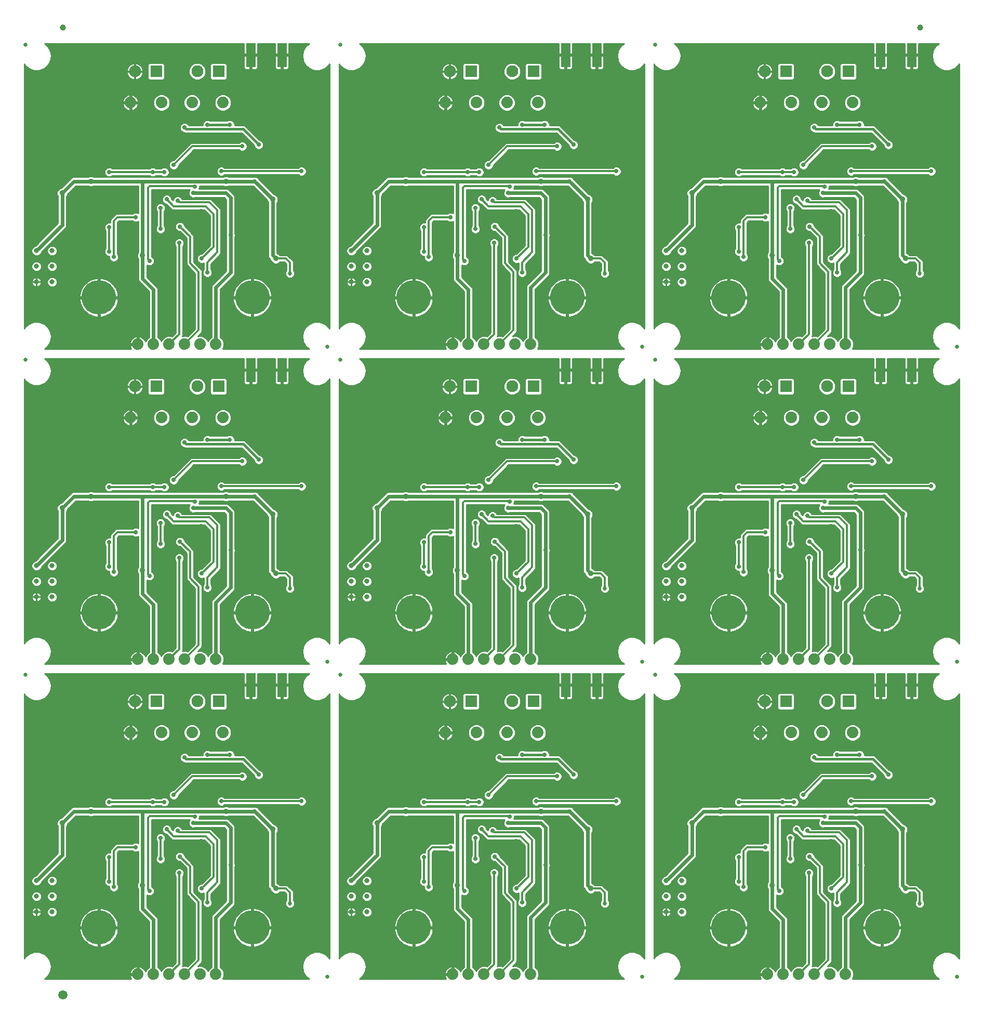
<source format=gbl>
G75*
%MOIN*%
%OFA0B0*%
%FSLAX25Y25*%
%IPPOS*%
%LPD*%
%AMOC8*
5,1,8,0,0,1.08239X$1,22.5*
%
%ADD10C,0.07400*%
%ADD11C,0.02500*%
%ADD12C,0.03200*%
%ADD13C,0.07600*%
%ADD14R,0.07600X0.07600*%
%ADD15C,0.22047*%
%ADD16R,0.05906X0.15748*%
%ADD17C,0.03937*%
%ADD18C,0.05906*%
%ADD19C,0.03562*%
%ADD20C,0.02400*%
%ADD21C,0.02775*%
%ADD22C,0.02700*%
%ADD23C,0.01200*%
%ADD24C,0.01000*%
%ADD25C,0.01600*%
D10*
X0118342Y0033750D03*
X0128342Y0033750D03*
X0138342Y0033750D03*
X0148342Y0033750D03*
X0158342Y0033750D03*
X0168342Y0033750D03*
X0320342Y0033750D03*
X0330342Y0033750D03*
X0340342Y0033750D03*
X0350342Y0033750D03*
X0360342Y0033750D03*
X0370342Y0033750D03*
X0522342Y0033750D03*
X0532342Y0033750D03*
X0542342Y0033750D03*
X0552342Y0033750D03*
X0562342Y0033750D03*
X0572342Y0033750D03*
X0576842Y0188750D03*
X0557092Y0188750D03*
X0537592Y0188750D03*
X0517592Y0188750D03*
X0522342Y0235750D03*
X0532342Y0235750D03*
X0542342Y0235750D03*
X0552342Y0235750D03*
X0562342Y0235750D03*
X0572342Y0235750D03*
X0576842Y0390750D03*
X0557092Y0390750D03*
X0537592Y0390750D03*
X0517592Y0390750D03*
X0522342Y0437750D03*
X0532342Y0437750D03*
X0542342Y0437750D03*
X0552342Y0437750D03*
X0562342Y0437750D03*
X0572342Y0437750D03*
X0576842Y0592750D03*
X0557092Y0592750D03*
X0537592Y0592750D03*
X0517592Y0592750D03*
X0374842Y0592750D03*
X0355092Y0592750D03*
X0335592Y0592750D03*
X0315592Y0592750D03*
X0172842Y0592750D03*
X0153092Y0592750D03*
X0133592Y0592750D03*
X0113592Y0592750D03*
X0118342Y0437750D03*
X0128342Y0437750D03*
X0138342Y0437750D03*
X0148342Y0437750D03*
X0158342Y0437750D03*
X0168342Y0437750D03*
X0172842Y0390750D03*
X0153092Y0390750D03*
X0133592Y0390750D03*
X0113592Y0390750D03*
X0118342Y0235750D03*
X0128342Y0235750D03*
X0138342Y0235750D03*
X0148342Y0235750D03*
X0158342Y0235750D03*
X0168342Y0235750D03*
X0172842Y0188750D03*
X0153092Y0188750D03*
X0133592Y0188750D03*
X0113592Y0188750D03*
X0315592Y0188750D03*
X0335592Y0188750D03*
X0355092Y0188750D03*
X0374842Y0188750D03*
X0370342Y0235750D03*
X0360342Y0235750D03*
X0350342Y0235750D03*
X0340342Y0235750D03*
X0330342Y0235750D03*
X0320342Y0235750D03*
X0315592Y0390750D03*
X0335592Y0390750D03*
X0355092Y0390750D03*
X0374842Y0390750D03*
X0370342Y0437750D03*
X0360342Y0437750D03*
X0350342Y0437750D03*
X0340342Y0437750D03*
X0330342Y0437750D03*
X0320342Y0437750D03*
D11*
X0248342Y0427750D03*
X0239842Y0436250D03*
X0046342Y0427750D03*
X0239842Y0234250D03*
X0248342Y0225750D03*
X0441842Y0234250D03*
X0450342Y0225750D03*
X0643842Y0234250D03*
X0450342Y0427750D03*
X0441842Y0436250D03*
X0450342Y0629750D03*
X0248342Y0629750D03*
X0046342Y0629750D03*
X0046342Y0225750D03*
X0239842Y0032250D03*
X0441842Y0032250D03*
X0643842Y0032250D03*
X0643842Y0436250D03*
D12*
X0467342Y0477750D03*
X0467342Y0487750D03*
X0467342Y0497750D03*
X0457342Y0497750D03*
X0457342Y0487750D03*
X0457342Y0477750D03*
X0265342Y0477750D03*
X0265342Y0487750D03*
X0265342Y0497750D03*
X0255342Y0497750D03*
X0255342Y0487750D03*
X0255342Y0477750D03*
X0255342Y0295750D03*
X0265342Y0295750D03*
X0265342Y0285750D03*
X0265342Y0275750D03*
X0255342Y0275750D03*
X0255342Y0285750D03*
X0063342Y0285750D03*
X0063342Y0275750D03*
X0053342Y0275750D03*
X0053342Y0285750D03*
X0053342Y0295750D03*
X0063342Y0295750D03*
X0063342Y0477750D03*
X0063342Y0487750D03*
X0063342Y0497750D03*
X0053342Y0497750D03*
X0053342Y0487750D03*
X0053342Y0477750D03*
X0457342Y0295750D03*
X0467342Y0295750D03*
X0467342Y0285750D03*
X0467342Y0275750D03*
X0457342Y0275750D03*
X0457342Y0285750D03*
X0457342Y0093750D03*
X0467342Y0093750D03*
X0467342Y0083750D03*
X0467342Y0073750D03*
X0457342Y0073750D03*
X0457342Y0083750D03*
X0265342Y0083750D03*
X0265342Y0073750D03*
X0255342Y0073750D03*
X0255342Y0083750D03*
X0255342Y0093750D03*
X0265342Y0093750D03*
X0063342Y0093750D03*
X0053342Y0093750D03*
X0053342Y0083750D03*
X0063342Y0083750D03*
X0063342Y0073750D03*
X0053342Y0073750D03*
D13*
X0116452Y0208750D03*
X0156452Y0208750D03*
X0318452Y0208750D03*
X0358452Y0208750D03*
X0520452Y0208750D03*
X0560452Y0208750D03*
X0560452Y0410750D03*
X0520452Y0410750D03*
X0358452Y0410750D03*
X0318452Y0410750D03*
X0156452Y0410750D03*
X0116452Y0410750D03*
X0116452Y0612750D03*
X0156452Y0612750D03*
X0318452Y0612750D03*
X0358452Y0612750D03*
X0520452Y0612750D03*
X0560452Y0612750D03*
D14*
X0574232Y0612750D03*
X0534232Y0612750D03*
X0372232Y0612750D03*
X0332232Y0612750D03*
X0170232Y0612750D03*
X0130232Y0612750D03*
X0130232Y0410750D03*
X0170232Y0410750D03*
X0332232Y0410750D03*
X0372232Y0410750D03*
X0534232Y0410750D03*
X0574232Y0410750D03*
X0574232Y0208750D03*
X0534232Y0208750D03*
X0372232Y0208750D03*
X0332232Y0208750D03*
X0170232Y0208750D03*
X0130232Y0208750D03*
D15*
X0093342Y0265750D03*
X0191767Y0265750D03*
X0295342Y0265750D03*
X0393767Y0265750D03*
X0497342Y0265750D03*
X0595767Y0265750D03*
X0595767Y0063750D03*
X0497342Y0063750D03*
X0393767Y0063750D03*
X0295342Y0063750D03*
X0191767Y0063750D03*
X0093342Y0063750D03*
X0093342Y0467750D03*
X0191767Y0467750D03*
X0295342Y0467750D03*
X0393767Y0467750D03*
X0497342Y0467750D03*
X0595767Y0467750D03*
D16*
X0594842Y0421250D03*
X0614842Y0421250D03*
X0412842Y0421250D03*
X0392842Y0421250D03*
X0210842Y0421250D03*
X0190842Y0421250D03*
X0190842Y0623250D03*
X0210842Y0623250D03*
X0392842Y0623250D03*
X0412842Y0623250D03*
X0594842Y0623250D03*
X0614842Y0623250D03*
X0614842Y0219250D03*
X0594842Y0219250D03*
X0412842Y0219250D03*
X0392842Y0219250D03*
X0210842Y0219250D03*
X0190842Y0219250D03*
D17*
X0070342Y0641000D03*
X0620342Y0641000D03*
D18*
X0070342Y0020500D03*
D19*
X0121342Y0090750D03*
X0088342Y0138250D03*
X0069842Y0130750D03*
X0174842Y0138250D03*
X0204842Y0126750D03*
X0206842Y0088750D03*
X0271842Y0130750D03*
X0290342Y0138250D03*
X0323342Y0090750D03*
X0376842Y0138250D03*
X0406842Y0126750D03*
X0408842Y0088750D03*
X0473842Y0130750D03*
X0492342Y0138250D03*
X0525342Y0090750D03*
X0578842Y0138250D03*
X0608842Y0126750D03*
X0610842Y0088750D03*
X0610842Y0290750D03*
X0608842Y0328750D03*
X0578842Y0340250D03*
X0525342Y0292750D03*
X0492342Y0340250D03*
X0473842Y0332750D03*
X0406842Y0328750D03*
X0376842Y0340250D03*
X0408842Y0290750D03*
X0323342Y0292750D03*
X0290342Y0340250D03*
X0271842Y0332750D03*
X0204842Y0328750D03*
X0174842Y0340250D03*
X0206842Y0290750D03*
X0121342Y0292750D03*
X0088342Y0340250D03*
X0069842Y0332750D03*
X0121342Y0494750D03*
X0088342Y0542250D03*
X0069842Y0534750D03*
X0174842Y0542250D03*
X0204842Y0530750D03*
X0206842Y0492750D03*
X0271842Y0534750D03*
X0290342Y0542250D03*
X0323342Y0494750D03*
X0376842Y0542250D03*
X0406842Y0530750D03*
X0408842Y0492750D03*
X0473842Y0534750D03*
X0492342Y0542250D03*
X0525342Y0494750D03*
X0578842Y0542250D03*
X0608842Y0530750D03*
X0610842Y0492750D03*
D20*
X0608842Y0494750D01*
X0608842Y0530750D01*
X0597342Y0542250D01*
X0578842Y0542250D01*
X0525342Y0542250D01*
X0525342Y0494750D01*
X0525342Y0479750D01*
X0532342Y0472750D01*
X0532342Y0437750D01*
X0572342Y0437750D02*
X0572342Y0474250D01*
X0581842Y0483750D01*
X0581842Y0507750D01*
X0581842Y0531750D01*
X0578842Y0534750D01*
X0557842Y0534750D01*
X0525342Y0542250D02*
X0492342Y0542250D01*
X0481342Y0542250D01*
X0473842Y0534750D01*
X0473842Y0514250D01*
X0457342Y0497750D01*
X0408842Y0492750D02*
X0406842Y0494750D01*
X0406842Y0530750D01*
X0395342Y0542250D01*
X0376842Y0542250D01*
X0323342Y0542250D01*
X0323342Y0494750D01*
X0323342Y0479750D01*
X0330342Y0472750D01*
X0330342Y0437750D01*
X0370342Y0437750D02*
X0370342Y0474250D01*
X0379842Y0483750D01*
X0379842Y0507750D01*
X0379842Y0531750D01*
X0376842Y0534750D01*
X0355842Y0534750D01*
X0323342Y0542250D02*
X0290342Y0542250D01*
X0279342Y0542250D01*
X0271842Y0534750D01*
X0271842Y0514250D01*
X0255342Y0497750D01*
X0206842Y0492750D02*
X0204842Y0494750D01*
X0204842Y0530750D01*
X0193342Y0542250D01*
X0174842Y0542250D01*
X0121342Y0542250D01*
X0121342Y0494750D01*
X0121342Y0479750D01*
X0128342Y0472750D01*
X0128342Y0437750D01*
X0168342Y0437750D02*
X0168342Y0474250D01*
X0177842Y0483750D01*
X0177842Y0507750D01*
X0177842Y0531750D01*
X0174842Y0534750D01*
X0153842Y0534750D01*
X0121342Y0542250D02*
X0088342Y0542250D01*
X0077342Y0542250D01*
X0069842Y0534750D01*
X0069842Y0514250D01*
X0053342Y0497750D01*
X0077342Y0340250D02*
X0088342Y0340250D01*
X0121342Y0340250D01*
X0121342Y0292750D01*
X0121342Y0277750D01*
X0128342Y0270750D01*
X0128342Y0235750D01*
X0168342Y0235750D02*
X0168342Y0272250D01*
X0177842Y0281750D01*
X0177842Y0305750D01*
X0177842Y0329750D01*
X0174842Y0332750D01*
X0153842Y0332750D01*
X0174842Y0340250D02*
X0193342Y0340250D01*
X0204842Y0328750D01*
X0204842Y0292750D01*
X0206842Y0290750D01*
X0255342Y0295750D02*
X0271842Y0312250D01*
X0271842Y0332750D01*
X0279342Y0340250D01*
X0290342Y0340250D01*
X0323342Y0340250D01*
X0323342Y0292750D01*
X0323342Y0277750D01*
X0330342Y0270750D01*
X0330342Y0235750D01*
X0370342Y0235750D02*
X0370342Y0272250D01*
X0379842Y0281750D01*
X0379842Y0305750D01*
X0379842Y0329750D01*
X0376842Y0332750D01*
X0355842Y0332750D01*
X0376842Y0340250D02*
X0395342Y0340250D01*
X0406842Y0328750D01*
X0406842Y0292750D01*
X0408842Y0290750D01*
X0457342Y0295750D02*
X0473842Y0312250D01*
X0473842Y0332750D01*
X0481342Y0340250D01*
X0492342Y0340250D01*
X0525342Y0340250D01*
X0525342Y0292750D01*
X0525342Y0277750D01*
X0532342Y0270750D01*
X0532342Y0235750D01*
X0572342Y0235750D02*
X0572342Y0272250D01*
X0581842Y0281750D01*
X0581842Y0305750D01*
X0581842Y0329750D01*
X0578842Y0332750D01*
X0557842Y0332750D01*
X0578842Y0340250D02*
X0597342Y0340250D01*
X0608842Y0328750D01*
X0608842Y0292750D01*
X0610842Y0290750D01*
X0578842Y0340250D02*
X0525342Y0340250D01*
X0376842Y0340250D02*
X0323342Y0340250D01*
X0174842Y0340250D02*
X0121342Y0340250D01*
X0077342Y0340250D02*
X0069842Y0332750D01*
X0069842Y0312250D01*
X0053342Y0295750D01*
X0077342Y0138250D02*
X0088342Y0138250D01*
X0121342Y0138250D01*
X0121342Y0090750D01*
X0121342Y0075750D01*
X0128342Y0068750D01*
X0128342Y0033750D01*
X0168342Y0033750D02*
X0168342Y0070250D01*
X0177842Y0079750D01*
X0177842Y0103750D01*
X0177842Y0127750D01*
X0174842Y0130750D01*
X0153842Y0130750D01*
X0174842Y0138250D02*
X0193342Y0138250D01*
X0204842Y0126750D01*
X0204842Y0090750D01*
X0206842Y0088750D01*
X0255342Y0093750D02*
X0271842Y0110250D01*
X0271842Y0130750D01*
X0279342Y0138250D01*
X0290342Y0138250D01*
X0323342Y0138250D01*
X0323342Y0090750D01*
X0323342Y0075750D01*
X0330342Y0068750D01*
X0330342Y0033750D01*
X0370342Y0033750D02*
X0370342Y0070250D01*
X0379842Y0079750D01*
X0379842Y0103750D01*
X0379842Y0127750D01*
X0376842Y0130750D01*
X0355842Y0130750D01*
X0376842Y0138250D02*
X0395342Y0138250D01*
X0406842Y0126750D01*
X0406842Y0090750D01*
X0408842Y0088750D01*
X0457342Y0093750D02*
X0473842Y0110250D01*
X0473842Y0130750D01*
X0481342Y0138250D01*
X0492342Y0138250D01*
X0525342Y0138250D01*
X0525342Y0090750D01*
X0525342Y0075750D01*
X0532342Y0068750D01*
X0532342Y0033750D01*
X0572342Y0033750D02*
X0572342Y0070250D01*
X0581842Y0079750D01*
X0581842Y0103750D01*
X0581842Y0127750D01*
X0578842Y0130750D01*
X0557842Y0130750D01*
X0578842Y0138250D02*
X0597342Y0138250D01*
X0608842Y0126750D01*
X0608842Y0090750D01*
X0610842Y0088750D01*
X0578842Y0138250D02*
X0525342Y0138250D01*
X0376842Y0138250D02*
X0323342Y0138250D01*
X0174842Y0138250D02*
X0121342Y0138250D01*
X0077342Y0138250D02*
X0069842Y0130750D01*
X0069842Y0110250D01*
X0053342Y0093750D01*
D21*
X0074842Y0108250D03*
X0063342Y0113750D03*
X0049842Y0128750D03*
X0064342Y0141750D03*
X0094842Y0132750D03*
X0099842Y0144250D03*
X0103342Y0163750D03*
X0123342Y0164750D03*
X0136342Y0164750D03*
X0148342Y0172750D03*
X0143342Y0183750D03*
X0143342Y0195750D03*
X0162976Y0174637D03*
X0177363Y0174637D03*
X0177342Y0164750D03*
X0185342Y0160750D03*
X0191842Y0151750D03*
X0195842Y0161750D03*
X0203342Y0161250D03*
X0211342Y0148250D03*
X0204342Y0140750D03*
X0193342Y0138250D03*
X0184342Y0124750D03*
X0190842Y0108750D03*
X0190842Y0099250D03*
X0177842Y0103750D03*
X0173842Y0108750D03*
X0163342Y0106250D03*
X0158842Y0119250D03*
X0153842Y0130750D03*
X0154842Y0134963D03*
X0143842Y0125750D03*
X0136842Y0126750D03*
X0132842Y0121250D03*
X0129342Y0123250D03*
X0128342Y0130250D03*
X0127842Y0144250D03*
X0135342Y0144250D03*
X0141342Y0148750D03*
X0120842Y0149750D03*
X0116842Y0119750D03*
X0116842Y0115250D03*
X0109842Y0109250D03*
X0099842Y0108750D03*
X0091342Y0109750D03*
X0099842Y0093250D03*
X0102842Y0089750D03*
X0125842Y0087250D03*
X0125842Y0080750D03*
X0119342Y0069750D03*
X0140342Y0086250D03*
X0144842Y0098750D03*
X0145342Y0109250D03*
X0132842Y0107750D03*
X0159342Y0088750D03*
X0162842Y0079750D03*
X0151342Y0073250D03*
X0151342Y0057250D03*
X0173842Y0087250D03*
X0190842Y0085250D03*
X0218342Y0119750D03*
X0236842Y0128750D03*
X0251842Y0128750D03*
X0266342Y0141750D03*
X0265342Y0113750D03*
X0276842Y0108250D03*
X0293342Y0109750D03*
X0301842Y0108750D03*
X0311842Y0109250D03*
X0318842Y0115250D03*
X0318842Y0119750D03*
X0331342Y0123250D03*
X0334842Y0121250D03*
X0338842Y0126750D03*
X0345842Y0125750D03*
X0355842Y0130750D03*
X0356842Y0134963D03*
X0360842Y0119250D03*
X0365342Y0106250D03*
X0375842Y0108750D03*
X0379842Y0103750D03*
X0392842Y0099250D03*
X0392842Y0108750D03*
X0386342Y0124750D03*
X0395342Y0138250D03*
X0406342Y0140750D03*
X0413342Y0148250D03*
X0425342Y0144750D03*
X0437842Y0148250D03*
X0438842Y0128750D03*
X0453842Y0128750D03*
X0468342Y0141750D03*
X0467342Y0113750D03*
X0478842Y0108250D03*
X0495342Y0109750D03*
X0503842Y0108750D03*
X0513842Y0109250D03*
X0520842Y0115250D03*
X0520842Y0119750D03*
X0532342Y0130250D03*
X0533342Y0123250D03*
X0536842Y0121250D03*
X0540842Y0126750D03*
X0547842Y0125750D03*
X0557842Y0130750D03*
X0558842Y0134963D03*
X0562842Y0119250D03*
X0567342Y0106250D03*
X0577842Y0108750D03*
X0581842Y0103750D03*
X0594842Y0099250D03*
X0594842Y0108750D03*
X0588342Y0124750D03*
X0597342Y0138250D03*
X0608342Y0140750D03*
X0615342Y0148250D03*
X0607342Y0161250D03*
X0599842Y0161750D03*
X0589342Y0160750D03*
X0581342Y0164750D03*
X0581363Y0174637D03*
X0590842Y0181750D03*
X0588842Y0189750D03*
X0594342Y0203750D03*
X0609842Y0203750D03*
X0610842Y0189750D03*
X0608842Y0180250D03*
X0595842Y0151750D03*
X0575842Y0144750D03*
X0567842Y0153250D03*
X0566976Y0174637D03*
X0552342Y0172750D03*
X0540342Y0164750D03*
X0527342Y0164750D03*
X0524842Y0149750D03*
X0531842Y0144250D03*
X0539342Y0144250D03*
X0545342Y0148750D03*
X0547342Y0183750D03*
X0547342Y0195750D03*
X0507342Y0163750D03*
X0503842Y0144250D03*
X0498842Y0132750D03*
X0503842Y0093250D03*
X0506842Y0089750D03*
X0529842Y0087250D03*
X0529842Y0080750D03*
X0523342Y0069750D03*
X0544342Y0086250D03*
X0548842Y0098750D03*
X0549342Y0109250D03*
X0536842Y0107750D03*
X0563342Y0088750D03*
X0566842Y0079750D03*
X0555342Y0073250D03*
X0555342Y0057250D03*
X0577842Y0087250D03*
X0594842Y0085250D03*
X0622342Y0119750D03*
X0640842Y0128750D03*
X0627342Y0144750D03*
X0639842Y0148250D03*
X0555342Y0259250D03*
X0555342Y0275250D03*
X0566842Y0281750D03*
X0563342Y0290750D03*
X0577842Y0289250D03*
X0581842Y0305750D03*
X0577842Y0310750D03*
X0567342Y0308250D03*
X0562842Y0321250D03*
X0557842Y0332750D03*
X0558842Y0336963D03*
X0547842Y0327750D03*
X0540842Y0328750D03*
X0536842Y0323250D03*
X0533342Y0325250D03*
X0532342Y0332250D03*
X0531842Y0346250D03*
X0539342Y0346250D03*
X0545342Y0350750D03*
X0540342Y0366750D03*
X0552342Y0374750D03*
X0547342Y0385750D03*
X0547342Y0397750D03*
X0566976Y0376637D03*
X0581363Y0376637D03*
X0581342Y0366750D03*
X0589342Y0362750D03*
X0599842Y0363750D03*
X0607342Y0363250D03*
X0595842Y0353750D03*
X0597342Y0340250D03*
X0608342Y0342750D03*
X0615342Y0350250D03*
X0627342Y0346750D03*
X0639842Y0350250D03*
X0640842Y0330750D03*
X0622342Y0321750D03*
X0594842Y0310750D03*
X0594842Y0301250D03*
X0594842Y0287250D03*
X0588342Y0326750D03*
X0575842Y0346750D03*
X0567842Y0355250D03*
X0590842Y0383750D03*
X0588842Y0391750D03*
X0594342Y0405750D03*
X0609842Y0405750D03*
X0610842Y0391750D03*
X0608842Y0382250D03*
X0549342Y0311250D03*
X0548842Y0300750D03*
X0544342Y0288250D03*
X0529842Y0289250D03*
X0529842Y0282750D03*
X0523342Y0271750D03*
X0506842Y0291750D03*
X0503842Y0295250D03*
X0503842Y0310750D03*
X0495342Y0311750D03*
X0513842Y0311250D03*
X0520842Y0317250D03*
X0520842Y0321750D03*
X0536842Y0309750D03*
X0498842Y0334750D03*
X0503842Y0346250D03*
X0524842Y0351750D03*
X0527342Y0366750D03*
X0507342Y0365750D03*
X0468342Y0343750D03*
X0453842Y0330750D03*
X0438842Y0330750D03*
X0437842Y0350250D03*
X0425342Y0346750D03*
X0413342Y0350250D03*
X0406342Y0342750D03*
X0395342Y0340250D03*
X0393842Y0353750D03*
X0397842Y0363750D03*
X0405342Y0363250D03*
X0387342Y0362750D03*
X0379342Y0366750D03*
X0379363Y0376637D03*
X0388842Y0383750D03*
X0386842Y0391750D03*
X0392342Y0405750D03*
X0407842Y0405750D03*
X0408842Y0391750D03*
X0406842Y0382250D03*
X0373842Y0346750D03*
X0365842Y0355250D03*
X0356842Y0336963D03*
X0355842Y0332750D03*
X0345842Y0327750D03*
X0338842Y0328750D03*
X0334842Y0323250D03*
X0331342Y0325250D03*
X0330342Y0332250D03*
X0329842Y0346250D03*
X0337342Y0346250D03*
X0343342Y0350750D03*
X0338342Y0366750D03*
X0350342Y0374750D03*
X0345342Y0385750D03*
X0345342Y0397750D03*
X0364976Y0376637D03*
X0325342Y0366750D03*
X0322842Y0351750D03*
X0301842Y0346250D03*
X0296842Y0334750D03*
X0293342Y0311750D03*
X0301842Y0310750D03*
X0311842Y0311250D03*
X0318842Y0317250D03*
X0318842Y0321750D03*
X0334842Y0309750D03*
X0347342Y0311250D03*
X0346842Y0300750D03*
X0342342Y0288250D03*
X0327842Y0289250D03*
X0327842Y0282750D03*
X0321342Y0271750D03*
X0304842Y0291750D03*
X0301842Y0295250D03*
X0276842Y0310250D03*
X0265342Y0315750D03*
X0251842Y0330750D03*
X0236842Y0330750D03*
X0235842Y0350250D03*
X0223342Y0346750D03*
X0211342Y0350250D03*
X0204342Y0342750D03*
X0193342Y0340250D03*
X0191842Y0353750D03*
X0195842Y0363750D03*
X0203342Y0363250D03*
X0185342Y0362750D03*
X0177342Y0366750D03*
X0177363Y0376637D03*
X0186842Y0383750D03*
X0184842Y0391750D03*
X0190342Y0405750D03*
X0205842Y0405750D03*
X0206842Y0391750D03*
X0204842Y0382250D03*
X0171842Y0346750D03*
X0163842Y0355250D03*
X0154842Y0336963D03*
X0153842Y0332750D03*
X0143842Y0327750D03*
X0136842Y0328750D03*
X0132842Y0323250D03*
X0129342Y0325250D03*
X0128342Y0332250D03*
X0127842Y0346250D03*
X0135342Y0346250D03*
X0141342Y0350750D03*
X0136342Y0366750D03*
X0148342Y0374750D03*
X0143342Y0385750D03*
X0143342Y0397750D03*
X0162976Y0376637D03*
X0123342Y0366750D03*
X0120842Y0351750D03*
X0099842Y0346250D03*
X0094842Y0334750D03*
X0091342Y0311750D03*
X0099842Y0310750D03*
X0109842Y0311250D03*
X0116842Y0317250D03*
X0116842Y0321750D03*
X0132842Y0309750D03*
X0145342Y0311250D03*
X0144842Y0300750D03*
X0140342Y0288250D03*
X0125842Y0289250D03*
X0125842Y0282750D03*
X0119342Y0271750D03*
X0102842Y0291750D03*
X0099842Y0295250D03*
X0074842Y0310250D03*
X0063342Y0315750D03*
X0049842Y0330750D03*
X0064342Y0343750D03*
X0103342Y0365750D03*
X0158842Y0321250D03*
X0163342Y0308250D03*
X0173842Y0310750D03*
X0177842Y0305750D03*
X0190842Y0301250D03*
X0190842Y0310750D03*
X0184342Y0326750D03*
X0218342Y0321750D03*
X0190842Y0287250D03*
X0173842Y0289250D03*
X0162842Y0281750D03*
X0159342Y0290750D03*
X0151342Y0275250D03*
X0151342Y0259250D03*
X0190342Y0203750D03*
X0184842Y0189750D03*
X0186842Y0181750D03*
X0204842Y0180250D03*
X0206842Y0189750D03*
X0205842Y0203750D03*
X0235842Y0148250D03*
X0223342Y0144750D03*
X0171842Y0144750D03*
X0163842Y0153250D03*
X0296842Y0132750D03*
X0301842Y0144250D03*
X0305342Y0163750D03*
X0325342Y0164750D03*
X0338342Y0164750D03*
X0350342Y0172750D03*
X0345342Y0183750D03*
X0345342Y0195750D03*
X0364976Y0174637D03*
X0379363Y0174637D03*
X0379342Y0164750D03*
X0387342Y0160750D03*
X0393842Y0151750D03*
X0397842Y0161750D03*
X0405342Y0161250D03*
X0406842Y0180250D03*
X0408842Y0189750D03*
X0407842Y0203750D03*
X0392342Y0203750D03*
X0386842Y0189750D03*
X0388842Y0181750D03*
X0365842Y0153250D03*
X0373842Y0144750D03*
X0343342Y0148750D03*
X0337342Y0144250D03*
X0329842Y0144250D03*
X0322842Y0149750D03*
X0330342Y0130250D03*
X0334842Y0107750D03*
X0347342Y0109250D03*
X0346842Y0098750D03*
X0342342Y0086250D03*
X0327842Y0087250D03*
X0327842Y0080750D03*
X0321342Y0069750D03*
X0304842Y0089750D03*
X0301842Y0093250D03*
X0353342Y0073250D03*
X0364842Y0079750D03*
X0361342Y0088750D03*
X0375842Y0087250D03*
X0392842Y0085250D03*
X0420342Y0119750D03*
X0353342Y0057250D03*
X0353342Y0259250D03*
X0353342Y0275250D03*
X0364842Y0281750D03*
X0361342Y0290750D03*
X0375842Y0289250D03*
X0379842Y0305750D03*
X0375842Y0310750D03*
X0365342Y0308250D03*
X0360842Y0321250D03*
X0386342Y0326750D03*
X0392842Y0310750D03*
X0392842Y0301250D03*
X0392842Y0287250D03*
X0420342Y0321750D03*
X0467342Y0315750D03*
X0478842Y0310250D03*
X0555342Y0461250D03*
X0555342Y0477250D03*
X0566842Y0483750D03*
X0563342Y0492750D03*
X0577842Y0491250D03*
X0581842Y0507750D03*
X0577842Y0512750D03*
X0567342Y0510250D03*
X0562842Y0523250D03*
X0557842Y0534750D03*
X0558842Y0538963D03*
X0547842Y0529750D03*
X0540842Y0530750D03*
X0536842Y0525250D03*
X0533342Y0527250D03*
X0532342Y0534250D03*
X0531842Y0548250D03*
X0539342Y0548250D03*
X0545342Y0552750D03*
X0540342Y0568750D03*
X0552342Y0576750D03*
X0547342Y0587750D03*
X0547342Y0599750D03*
X0566976Y0578637D03*
X0581363Y0578637D03*
X0581342Y0568750D03*
X0589342Y0564750D03*
X0599842Y0565750D03*
X0607342Y0565250D03*
X0595842Y0555750D03*
X0597342Y0542250D03*
X0608342Y0544750D03*
X0615342Y0552250D03*
X0627342Y0548750D03*
X0639842Y0552250D03*
X0640842Y0532750D03*
X0622342Y0523750D03*
X0594842Y0512750D03*
X0594842Y0503250D03*
X0594842Y0489250D03*
X0588342Y0528750D03*
X0575842Y0548750D03*
X0567842Y0557250D03*
X0590842Y0585750D03*
X0588842Y0593750D03*
X0594342Y0607750D03*
X0609842Y0607750D03*
X0610842Y0593750D03*
X0608842Y0584250D03*
X0549342Y0513250D03*
X0548842Y0502750D03*
X0544342Y0490250D03*
X0529842Y0491250D03*
X0529842Y0484750D03*
X0523342Y0473750D03*
X0506842Y0493750D03*
X0503842Y0497250D03*
X0503842Y0512750D03*
X0495342Y0513750D03*
X0513842Y0513250D03*
X0520842Y0519250D03*
X0520842Y0523750D03*
X0536842Y0511750D03*
X0498842Y0536750D03*
X0503842Y0548250D03*
X0507342Y0567750D03*
X0524842Y0553750D03*
X0527342Y0568750D03*
X0468342Y0545750D03*
X0453842Y0532750D03*
X0438842Y0532750D03*
X0420342Y0523750D03*
X0406342Y0544750D03*
X0413342Y0552250D03*
X0425342Y0548750D03*
X0437842Y0552250D03*
X0405342Y0565250D03*
X0397842Y0565750D03*
X0393842Y0555750D03*
X0387342Y0564750D03*
X0379342Y0568750D03*
X0379363Y0578637D03*
X0388842Y0585750D03*
X0386842Y0593750D03*
X0392342Y0607750D03*
X0407842Y0607750D03*
X0408842Y0593750D03*
X0406842Y0584250D03*
X0373842Y0548750D03*
X0365842Y0557250D03*
X0356842Y0538963D03*
X0355842Y0534750D03*
X0345842Y0529750D03*
X0338842Y0530750D03*
X0334842Y0525250D03*
X0331342Y0527250D03*
X0330342Y0534250D03*
X0329842Y0548250D03*
X0337342Y0548250D03*
X0343342Y0552750D03*
X0322842Y0553750D03*
X0325342Y0568750D03*
X0338342Y0568750D03*
X0350342Y0576750D03*
X0345342Y0587750D03*
X0345342Y0599750D03*
X0364976Y0578637D03*
X0395342Y0542250D03*
X0386342Y0528750D03*
X0392842Y0512750D03*
X0392842Y0503250D03*
X0379842Y0507750D03*
X0375842Y0512750D03*
X0365342Y0510250D03*
X0360842Y0523250D03*
X0347342Y0513250D03*
X0346842Y0502750D03*
X0342342Y0490250D03*
X0327842Y0491250D03*
X0327842Y0484750D03*
X0321342Y0473750D03*
X0304842Y0493750D03*
X0301842Y0497250D03*
X0301842Y0512750D03*
X0293342Y0513750D03*
X0311842Y0513250D03*
X0318842Y0519250D03*
X0318842Y0523750D03*
X0334842Y0511750D03*
X0361342Y0492750D03*
X0364842Y0483750D03*
X0353342Y0477250D03*
X0353342Y0461250D03*
X0375842Y0491250D03*
X0392842Y0489250D03*
X0467342Y0517750D03*
X0478842Y0512250D03*
X0301842Y0548250D03*
X0296842Y0536750D03*
X0276842Y0512250D03*
X0265342Y0517750D03*
X0251842Y0532750D03*
X0236842Y0532750D03*
X0218342Y0523750D03*
X0204342Y0544750D03*
X0211342Y0552250D03*
X0223342Y0548750D03*
X0235842Y0552250D03*
X0266342Y0545750D03*
X0305342Y0567750D03*
X0204842Y0584250D03*
X0206842Y0593750D03*
X0205842Y0607750D03*
X0190342Y0607750D03*
X0184842Y0593750D03*
X0186842Y0585750D03*
X0177363Y0578637D03*
X0177342Y0568750D03*
X0185342Y0564750D03*
X0191842Y0555750D03*
X0195842Y0565750D03*
X0203342Y0565250D03*
X0193342Y0542250D03*
X0184342Y0528750D03*
X0190842Y0512750D03*
X0190842Y0503250D03*
X0177842Y0507750D03*
X0173842Y0512750D03*
X0163342Y0510250D03*
X0158842Y0523250D03*
X0153842Y0534750D03*
X0154842Y0538963D03*
X0143842Y0529750D03*
X0136842Y0530750D03*
X0132842Y0525250D03*
X0129342Y0527250D03*
X0128342Y0534250D03*
X0127842Y0548250D03*
X0135342Y0548250D03*
X0141342Y0552750D03*
X0120842Y0553750D03*
X0123342Y0568750D03*
X0136342Y0568750D03*
X0148342Y0576750D03*
X0143342Y0587750D03*
X0143342Y0599750D03*
X0162976Y0578637D03*
X0163842Y0557250D03*
X0171842Y0548750D03*
X0145342Y0513250D03*
X0144842Y0502750D03*
X0140342Y0490250D03*
X0125842Y0491250D03*
X0125842Y0484750D03*
X0119342Y0473750D03*
X0102842Y0493750D03*
X0099842Y0497250D03*
X0099842Y0512750D03*
X0091342Y0513750D03*
X0109842Y0513250D03*
X0116842Y0519250D03*
X0116842Y0523750D03*
X0132842Y0511750D03*
X0159342Y0492750D03*
X0162842Y0483750D03*
X0151342Y0477250D03*
X0151342Y0461250D03*
X0173842Y0491250D03*
X0190842Y0489250D03*
X0099842Y0548250D03*
X0094842Y0536750D03*
X0074842Y0512250D03*
X0063342Y0517750D03*
X0049842Y0532750D03*
X0064342Y0545750D03*
X0103342Y0567750D03*
X0305342Y0365750D03*
X0266342Y0343750D03*
D22*
X0215842Y0281250D03*
X0417842Y0281250D03*
X0619842Y0281250D03*
X0619842Y0483250D03*
X0417842Y0483250D03*
X0215842Y0483250D03*
X0215842Y0079250D03*
X0417842Y0079250D03*
X0619842Y0079250D03*
D23*
X0619842Y0086250D01*
X0617342Y0088750D01*
X0610842Y0088750D01*
X0573342Y0092750D02*
X0573342Y0119750D01*
X0568342Y0124750D01*
X0548842Y0124750D01*
X0547842Y0125750D01*
X0545342Y0122250D02*
X0540842Y0126750D01*
X0545342Y0122250D02*
X0565842Y0122250D01*
X0570842Y0117250D01*
X0570842Y0096250D01*
X0563342Y0088750D01*
X0566842Y0086250D02*
X0573342Y0092750D01*
X0566842Y0086250D02*
X0566842Y0079750D01*
X0561342Y0080250D02*
X0555842Y0085750D01*
X0555842Y0102750D01*
X0549342Y0109250D01*
X0548842Y0098750D02*
X0548842Y0040250D01*
X0542342Y0033750D01*
X0552342Y0033750D02*
X0561342Y0042750D01*
X0561342Y0080250D01*
X0529842Y0087250D02*
X0528842Y0088250D01*
X0528842Y0134250D01*
X0529842Y0135250D01*
X0558554Y0135250D01*
X0558842Y0134963D01*
X0545342Y0148750D02*
X0557342Y0160750D01*
X0589342Y0160750D01*
X0575842Y0144750D02*
X0627342Y0144750D01*
X0539342Y0144250D02*
X0531842Y0144250D01*
X0503842Y0144250D01*
X0509342Y0115250D02*
X0506842Y0112750D01*
X0506842Y0089750D01*
X0503842Y0093250D02*
X0503842Y0108750D01*
X0509342Y0115250D02*
X0520842Y0115250D01*
X0536842Y0121250D02*
X0536842Y0107750D01*
X0425342Y0144750D02*
X0373842Y0144750D01*
X0356842Y0134963D02*
X0356554Y0135250D01*
X0327842Y0135250D01*
X0326842Y0134250D01*
X0326842Y0088250D01*
X0327842Y0087250D01*
X0334842Y0107750D02*
X0334842Y0121250D01*
X0338842Y0126750D02*
X0343342Y0122250D01*
X0363842Y0122250D01*
X0368842Y0117250D01*
X0368842Y0096250D01*
X0361342Y0088750D01*
X0364842Y0086250D02*
X0371342Y0092750D01*
X0371342Y0119750D01*
X0366342Y0124750D01*
X0346842Y0124750D01*
X0345842Y0125750D01*
X0347342Y0109250D02*
X0353842Y0102750D01*
X0353842Y0085750D01*
X0359342Y0080250D01*
X0359342Y0042750D01*
X0350342Y0033750D01*
X0346842Y0040250D02*
X0340342Y0033750D01*
X0346842Y0040250D02*
X0346842Y0098750D01*
X0364842Y0086250D02*
X0364842Y0079750D01*
X0408842Y0088750D02*
X0415342Y0088750D01*
X0417842Y0086250D01*
X0417842Y0079250D01*
X0343342Y0148750D02*
X0355342Y0160750D01*
X0387342Y0160750D01*
X0337342Y0144250D02*
X0329842Y0144250D01*
X0301842Y0144250D01*
X0307342Y0115250D02*
X0304842Y0112750D01*
X0304842Y0089750D01*
X0301842Y0093250D02*
X0301842Y0108750D01*
X0307342Y0115250D02*
X0318842Y0115250D01*
X0223342Y0144750D02*
X0171842Y0144750D01*
X0154842Y0134963D02*
X0154554Y0135250D01*
X0125842Y0135250D01*
X0124842Y0134250D01*
X0124842Y0088250D01*
X0125842Y0087250D01*
X0132842Y0107750D02*
X0132842Y0121250D01*
X0136842Y0126750D02*
X0141342Y0122250D01*
X0161842Y0122250D01*
X0166842Y0117250D01*
X0166842Y0096250D01*
X0159342Y0088750D01*
X0162842Y0086250D02*
X0169342Y0092750D01*
X0169342Y0119750D01*
X0164342Y0124750D01*
X0144842Y0124750D01*
X0143842Y0125750D01*
X0145342Y0109250D02*
X0151842Y0102750D01*
X0151842Y0085750D01*
X0157342Y0080250D01*
X0157342Y0042750D01*
X0148342Y0033750D01*
X0144842Y0040250D02*
X0138342Y0033750D01*
X0144842Y0040250D02*
X0144842Y0098750D01*
X0162842Y0086250D02*
X0162842Y0079750D01*
X0206842Y0088750D02*
X0213342Y0088750D01*
X0215842Y0086250D01*
X0215842Y0079250D01*
X0141342Y0148750D02*
X0153342Y0160750D01*
X0185342Y0160750D01*
X0135342Y0144250D02*
X0127842Y0144250D01*
X0099842Y0144250D01*
X0105342Y0115250D02*
X0102842Y0112750D01*
X0102842Y0089750D01*
X0099842Y0093250D02*
X0099842Y0108750D01*
X0105342Y0115250D02*
X0116842Y0115250D01*
X0138342Y0235750D02*
X0144842Y0242250D01*
X0144842Y0300750D01*
X0151842Y0304750D02*
X0151842Y0287750D01*
X0157342Y0282250D01*
X0157342Y0244750D01*
X0148342Y0235750D01*
X0162842Y0281750D02*
X0162842Y0288250D01*
X0169342Y0294750D01*
X0169342Y0321750D01*
X0164342Y0326750D01*
X0144842Y0326750D01*
X0143842Y0327750D01*
X0141342Y0324250D02*
X0161842Y0324250D01*
X0166842Y0319250D01*
X0166842Y0298250D01*
X0159342Y0290750D01*
X0151842Y0304750D02*
X0145342Y0311250D01*
X0132842Y0309750D02*
X0132842Y0323250D01*
X0136842Y0328750D02*
X0141342Y0324250D01*
X0154554Y0337250D02*
X0125842Y0337250D01*
X0124842Y0336250D01*
X0124842Y0290250D01*
X0125842Y0289250D01*
X0102842Y0291750D02*
X0102842Y0314750D01*
X0105342Y0317250D01*
X0116842Y0317250D01*
X0099842Y0310750D02*
X0099842Y0295250D01*
X0099842Y0346250D02*
X0127842Y0346250D01*
X0135342Y0346250D01*
X0141342Y0350750D02*
X0153342Y0362750D01*
X0185342Y0362750D01*
X0171842Y0346750D02*
X0223342Y0346750D01*
X0213342Y0290750D02*
X0206842Y0290750D01*
X0213342Y0290750D02*
X0215842Y0288250D01*
X0215842Y0281250D01*
X0154842Y0336963D02*
X0154554Y0337250D01*
X0148342Y0437750D02*
X0157342Y0446750D01*
X0157342Y0484250D01*
X0151842Y0489750D01*
X0151842Y0506750D01*
X0145342Y0513250D01*
X0144842Y0502750D02*
X0144842Y0444250D01*
X0138342Y0437750D01*
X0162842Y0483750D02*
X0162842Y0490250D01*
X0169342Y0496750D01*
X0169342Y0523750D01*
X0164342Y0528750D01*
X0144842Y0528750D01*
X0143842Y0529750D01*
X0141342Y0526250D02*
X0161842Y0526250D01*
X0166842Y0521250D01*
X0166842Y0500250D01*
X0159342Y0492750D01*
X0132842Y0511750D02*
X0132842Y0525250D01*
X0136842Y0530750D02*
X0141342Y0526250D01*
X0154554Y0539250D02*
X0125842Y0539250D01*
X0124842Y0538250D01*
X0124842Y0492250D01*
X0125842Y0491250D01*
X0102842Y0493750D02*
X0102842Y0516750D01*
X0105342Y0519250D01*
X0116842Y0519250D01*
X0099842Y0512750D02*
X0099842Y0497250D01*
X0154554Y0539250D02*
X0154842Y0538963D01*
X0141342Y0552750D02*
X0153342Y0564750D01*
X0185342Y0564750D01*
X0171842Y0548750D02*
X0223342Y0548750D01*
X0213342Y0492750D02*
X0206842Y0492750D01*
X0213342Y0492750D02*
X0215842Y0490250D01*
X0215842Y0483250D01*
X0135342Y0548250D02*
X0127842Y0548250D01*
X0099842Y0548250D01*
X0301842Y0548250D02*
X0329842Y0548250D01*
X0337342Y0548250D01*
X0343342Y0552750D02*
X0355342Y0564750D01*
X0387342Y0564750D01*
X0373842Y0548750D02*
X0425342Y0548750D01*
X0371342Y0523750D02*
X0366342Y0528750D01*
X0346842Y0528750D01*
X0345842Y0529750D01*
X0343342Y0526250D02*
X0363842Y0526250D01*
X0368842Y0521250D01*
X0368842Y0500250D01*
X0361342Y0492750D01*
X0364842Y0490250D02*
X0371342Y0496750D01*
X0371342Y0523750D01*
X0356842Y0538963D02*
X0356554Y0539250D01*
X0327842Y0539250D01*
X0326842Y0538250D01*
X0326842Y0492250D01*
X0327842Y0491250D01*
X0334842Y0511750D02*
X0334842Y0525250D01*
X0338842Y0530750D02*
X0343342Y0526250D01*
X0347342Y0513250D02*
X0353842Y0506750D01*
X0353842Y0489750D01*
X0359342Y0484250D01*
X0359342Y0446750D01*
X0350342Y0437750D01*
X0346842Y0444250D02*
X0340342Y0437750D01*
X0346842Y0444250D02*
X0346842Y0502750D01*
X0364842Y0490250D02*
X0364842Y0483750D01*
X0408842Y0492750D02*
X0415342Y0492750D01*
X0417842Y0490250D01*
X0417842Y0483250D01*
X0503842Y0497250D02*
X0503842Y0512750D01*
X0506842Y0516750D02*
X0509342Y0519250D01*
X0520842Y0519250D01*
X0506842Y0516750D02*
X0506842Y0493750D01*
X0528842Y0492250D02*
X0528842Y0538250D01*
X0529842Y0539250D01*
X0558554Y0539250D01*
X0558842Y0538963D01*
X0568342Y0528750D02*
X0548842Y0528750D01*
X0547842Y0529750D01*
X0545342Y0526250D02*
X0565842Y0526250D01*
X0570842Y0521250D01*
X0570842Y0500250D01*
X0563342Y0492750D01*
X0566842Y0490250D02*
X0573342Y0496750D01*
X0573342Y0523750D01*
X0568342Y0528750D01*
X0549342Y0513250D02*
X0555842Y0506750D01*
X0555842Y0489750D01*
X0561342Y0484250D01*
X0561342Y0446750D01*
X0552342Y0437750D01*
X0548842Y0444250D02*
X0542342Y0437750D01*
X0548842Y0444250D02*
X0548842Y0502750D01*
X0536842Y0511750D02*
X0536842Y0525250D01*
X0540842Y0530750D02*
X0545342Y0526250D01*
X0539342Y0548250D02*
X0531842Y0548250D01*
X0503842Y0548250D01*
X0545342Y0552750D02*
X0557342Y0564750D01*
X0589342Y0564750D01*
X0575842Y0548750D02*
X0627342Y0548750D01*
X0617342Y0492750D02*
X0610842Y0492750D01*
X0617342Y0492750D02*
X0619842Y0490250D01*
X0619842Y0483250D01*
X0566842Y0483750D02*
X0566842Y0490250D01*
X0529842Y0491250D02*
X0528842Y0492250D01*
X0557342Y0362750D02*
X0589342Y0362750D01*
X0575842Y0346750D02*
X0627342Y0346750D01*
X0573342Y0321750D02*
X0573342Y0294750D01*
X0566842Y0288250D01*
X0566842Y0281750D01*
X0561342Y0282250D02*
X0555842Y0287750D01*
X0555842Y0304750D01*
X0549342Y0311250D01*
X0548842Y0300750D02*
X0548842Y0242250D01*
X0542342Y0235750D01*
X0552342Y0235750D02*
X0561342Y0244750D01*
X0561342Y0282250D01*
X0563342Y0290750D02*
X0570842Y0298250D01*
X0570842Y0319250D01*
X0565842Y0324250D01*
X0545342Y0324250D01*
X0540842Y0328750D01*
X0536842Y0323250D02*
X0536842Y0309750D01*
X0520842Y0317250D02*
X0509342Y0317250D01*
X0506842Y0314750D01*
X0506842Y0291750D01*
X0503842Y0295250D02*
X0503842Y0310750D01*
X0528842Y0290250D02*
X0528842Y0336250D01*
X0529842Y0337250D01*
X0558554Y0337250D01*
X0558842Y0336963D01*
X0568342Y0326750D02*
X0548842Y0326750D01*
X0547842Y0327750D01*
X0568342Y0326750D02*
X0573342Y0321750D01*
X0545342Y0350750D02*
X0557342Y0362750D01*
X0539342Y0346250D02*
X0531842Y0346250D01*
X0503842Y0346250D01*
X0528842Y0290250D02*
X0529842Y0289250D01*
X0610842Y0290750D02*
X0617342Y0290750D01*
X0619842Y0288250D01*
X0619842Y0281250D01*
X0425342Y0346750D02*
X0373842Y0346750D01*
X0356842Y0336963D02*
X0356554Y0337250D01*
X0327842Y0337250D01*
X0326842Y0336250D01*
X0326842Y0290250D01*
X0327842Y0289250D01*
X0334842Y0309750D02*
X0334842Y0323250D01*
X0338842Y0328750D02*
X0343342Y0324250D01*
X0363842Y0324250D01*
X0368842Y0319250D01*
X0368842Y0298250D01*
X0361342Y0290750D01*
X0364842Y0288250D02*
X0371342Y0294750D01*
X0371342Y0321750D01*
X0366342Y0326750D01*
X0346842Y0326750D01*
X0345842Y0327750D01*
X0347342Y0311250D02*
X0353842Y0304750D01*
X0353842Y0287750D01*
X0359342Y0282250D01*
X0359342Y0244750D01*
X0350342Y0235750D01*
X0346842Y0242250D02*
X0340342Y0235750D01*
X0346842Y0242250D02*
X0346842Y0300750D01*
X0364842Y0288250D02*
X0364842Y0281750D01*
X0408842Y0290750D02*
X0415342Y0290750D01*
X0417842Y0288250D01*
X0417842Y0281250D01*
X0343342Y0350750D02*
X0355342Y0362750D01*
X0387342Y0362750D01*
X0337342Y0346250D02*
X0329842Y0346250D01*
X0301842Y0346250D01*
X0307342Y0317250D02*
X0304842Y0314750D01*
X0304842Y0291750D01*
X0301842Y0295250D02*
X0301842Y0310750D01*
X0307342Y0317250D02*
X0318842Y0317250D01*
X0304842Y0493750D02*
X0304842Y0516750D01*
X0307342Y0519250D01*
X0318842Y0519250D01*
X0301842Y0512750D02*
X0301842Y0497250D01*
D24*
X0045442Y0213633D02*
X0045442Y0043867D01*
X0046030Y0044885D01*
X0046030Y0044885D01*
X0046030Y0044885D01*
X0048569Y0047016D01*
X0048569Y0047016D01*
X0051684Y0048150D01*
X0054999Y0048150D01*
X0058114Y0047016D01*
X0058114Y0047016D01*
X0060654Y0044885D01*
X0060654Y0044885D01*
X0062311Y0042015D01*
X0062311Y0042015D01*
X0062887Y0038750D01*
X0062887Y0038750D01*
X0062311Y0035485D01*
X0062311Y0035485D01*
X0060654Y0032615D01*
X0060654Y0032615D01*
X0060654Y0032615D01*
X0058551Y0030850D01*
X0114021Y0030850D01*
X0113894Y0031025D01*
X0113523Y0031754D01*
X0113270Y0032532D01*
X0113156Y0033250D01*
X0117842Y0033250D01*
X0117842Y0034250D01*
X0117842Y0038936D01*
X0117124Y0038822D01*
X0116346Y0038569D01*
X0115616Y0038197D01*
X0114954Y0037716D01*
X0114375Y0037138D01*
X0113894Y0036475D01*
X0113523Y0035746D01*
X0113270Y0034968D01*
X0113156Y0034250D01*
X0117842Y0034250D01*
X0118842Y0034250D01*
X0118842Y0038936D01*
X0119559Y0038822D01*
X0120338Y0038569D01*
X0121067Y0038197D01*
X0121729Y0037716D01*
X0122308Y0037138D01*
X0122789Y0036475D01*
X0123161Y0035746D01*
X0123232Y0035526D01*
X0123764Y0036809D01*
X0125283Y0038328D01*
X0125442Y0038394D01*
X0125442Y0067549D01*
X0118883Y0074107D01*
X0118442Y0075173D01*
X0118442Y0088727D01*
X0118391Y0088778D01*
X0117861Y0090058D01*
X0117861Y0091442D01*
X0118391Y0092722D01*
X0118442Y0092773D01*
X0118442Y0112571D01*
X0117456Y0112163D01*
X0116228Y0112163D01*
X0115093Y0112633D01*
X0114776Y0112950D01*
X0106294Y0112950D01*
X0105142Y0111797D01*
X0105142Y0091816D01*
X0105459Y0091499D01*
X0105929Y0090364D01*
X0105929Y0089136D01*
X0105459Y0088001D01*
X0104591Y0087133D01*
X0103456Y0086663D01*
X0102228Y0086663D01*
X0101093Y0087133D01*
X0100224Y0088001D01*
X0099754Y0089136D01*
X0099754Y0090163D01*
X0099228Y0090163D01*
X0098093Y0090633D01*
X0097224Y0091501D01*
X0096754Y0092636D01*
X0096754Y0093864D01*
X0097224Y0094999D01*
X0097542Y0095316D01*
X0097542Y0106684D01*
X0097224Y0107001D01*
X0096754Y0108136D01*
X0096754Y0109364D01*
X0097224Y0110499D01*
X0098093Y0111367D01*
X0099228Y0111837D01*
X0100456Y0111837D01*
X0100542Y0111802D01*
X0100542Y0113703D01*
X0101889Y0115050D01*
X0101889Y0115050D01*
X0103042Y0116203D01*
X0103042Y0116203D01*
X0104389Y0117550D01*
X0114776Y0117550D01*
X0115093Y0117867D01*
X0116228Y0118337D01*
X0117456Y0118337D01*
X0118442Y0117929D01*
X0118442Y0135350D01*
X0090365Y0135350D01*
X0090314Y0135299D01*
X0089034Y0134769D01*
X0087649Y0134769D01*
X0086370Y0135299D01*
X0086319Y0135350D01*
X0078543Y0135350D01*
X0073323Y0130130D01*
X0073323Y0130058D01*
X0072793Y0128778D01*
X0072742Y0128727D01*
X0072742Y0109673D01*
X0072300Y0108607D01*
X0071485Y0107791D01*
X0056539Y0092846D01*
X0056139Y0091881D01*
X0055211Y0090952D01*
X0053998Y0090450D01*
X0052685Y0090450D01*
X0051473Y0090952D01*
X0050544Y0091881D01*
X0050042Y0093094D01*
X0050042Y0094406D01*
X0050544Y0095619D01*
X0051473Y0096548D01*
X0052438Y0096948D01*
X0066942Y0111451D01*
X0066942Y0128727D01*
X0066891Y0128778D01*
X0066361Y0130058D01*
X0066361Y0131442D01*
X0066891Y0132722D01*
X0067870Y0133701D01*
X0069149Y0134231D01*
X0069222Y0134231D01*
X0075699Y0140708D01*
X0076765Y0141150D01*
X0086319Y0141150D01*
X0086370Y0141201D01*
X0087649Y0141731D01*
X0089034Y0141731D01*
X0090314Y0141201D01*
X0090365Y0141150D01*
X0172819Y0141150D01*
X0172870Y0141201D01*
X0174149Y0141731D01*
X0175534Y0141731D01*
X0176814Y0141201D01*
X0176865Y0141150D01*
X0192275Y0141150D01*
X0192728Y0141337D01*
X0193956Y0141337D01*
X0195091Y0140867D01*
X0195959Y0139999D01*
X0196147Y0139546D01*
X0205462Y0130231D01*
X0205534Y0130231D01*
X0206814Y0129701D01*
X0207793Y0128722D01*
X0208323Y0127442D01*
X0208323Y0126058D01*
X0207793Y0124778D01*
X0207742Y0124727D01*
X0207742Y0092145D01*
X0208814Y0091701D01*
X0209465Y0091050D01*
X0214294Y0091050D01*
X0215642Y0089703D01*
X0218142Y0087203D01*
X0218142Y0081263D01*
X0218427Y0080978D01*
X0218892Y0079857D01*
X0218892Y0078643D01*
X0218427Y0077522D01*
X0217569Y0076664D01*
X0216448Y0076200D01*
X0215235Y0076200D01*
X0214114Y0076664D01*
X0213256Y0077522D01*
X0212792Y0078643D01*
X0212792Y0079857D01*
X0213256Y0080978D01*
X0213542Y0081263D01*
X0213542Y0085297D01*
X0212389Y0086450D01*
X0209465Y0086450D01*
X0208814Y0085799D01*
X0207534Y0085269D01*
X0206149Y0085269D01*
X0204870Y0085799D01*
X0203891Y0086778D01*
X0203361Y0088058D01*
X0203361Y0088130D01*
X0202383Y0089107D01*
X0201942Y0090173D01*
X0201942Y0124727D01*
X0201891Y0124778D01*
X0201361Y0126058D01*
X0201361Y0126130D01*
X0192141Y0135350D01*
X0176865Y0135350D01*
X0176814Y0135299D01*
X0175534Y0134769D01*
X0174149Y0134769D01*
X0172870Y0135299D01*
X0172819Y0135350D01*
X0157929Y0135350D01*
X0157929Y0134348D01*
X0157640Y0133650D01*
X0175419Y0133650D01*
X0176485Y0133208D01*
X0179485Y0130208D01*
X0180300Y0129393D01*
X0180742Y0128327D01*
X0180742Y0104817D01*
X0180929Y0104364D01*
X0180929Y0103136D01*
X0180742Y0102683D01*
X0180742Y0079173D01*
X0180300Y0078107D01*
X0179485Y0077291D01*
X0171242Y0069049D01*
X0171242Y0038394D01*
X0171401Y0038328D01*
X0172920Y0036809D01*
X0173742Y0034824D01*
X0173742Y0032676D01*
X0172985Y0030850D01*
X0228133Y0030850D01*
X0226030Y0032615D01*
X0226030Y0032615D01*
X0224372Y0035485D01*
X0224372Y0035485D01*
X0223797Y0038750D01*
X0223797Y0038750D01*
X0224372Y0042015D01*
X0224372Y0042015D01*
X0226030Y0044885D01*
X0226030Y0044885D01*
X0226030Y0044885D01*
X0228569Y0047016D01*
X0228569Y0047016D01*
X0231684Y0048150D01*
X0234999Y0048150D01*
X0238114Y0047016D01*
X0238114Y0047016D01*
X0240654Y0044885D01*
X0240654Y0044885D01*
X0241242Y0043867D01*
X0241242Y0213633D01*
X0240654Y0212615D01*
X0240654Y0212615D01*
X0240654Y0212615D01*
X0238114Y0210484D01*
X0238114Y0210484D01*
X0234999Y0209350D01*
X0231684Y0209350D01*
X0228569Y0210484D01*
X0228569Y0210484D01*
X0226030Y0212615D01*
X0226030Y0212615D01*
X0224372Y0215485D01*
X0224372Y0215485D01*
X0223797Y0218750D01*
X0223797Y0218750D01*
X0224372Y0222015D01*
X0224372Y0222015D01*
X0226030Y0224885D01*
X0226030Y0224885D01*
X0226030Y0224885D01*
X0228133Y0226650D01*
X0215295Y0226650D01*
X0215295Y0219750D01*
X0211342Y0219750D01*
X0211342Y0218750D01*
X0215295Y0218750D01*
X0215295Y0211178D01*
X0215192Y0210797D01*
X0214995Y0210455D01*
X0214716Y0210176D01*
X0214374Y0209978D01*
X0213992Y0209876D01*
X0211342Y0209876D01*
X0211342Y0218750D01*
X0210342Y0218750D01*
X0210342Y0209876D01*
X0207692Y0209876D01*
X0207310Y0209978D01*
X0206968Y0210176D01*
X0206689Y0210455D01*
X0206491Y0210797D01*
X0206389Y0211178D01*
X0206389Y0218750D01*
X0210342Y0218750D01*
X0210342Y0219750D01*
X0206389Y0219750D01*
X0206389Y0226650D01*
X0195295Y0226650D01*
X0195295Y0219750D01*
X0191342Y0219750D01*
X0191342Y0218750D01*
X0195295Y0218750D01*
X0195295Y0211178D01*
X0195192Y0210797D01*
X0194995Y0210455D01*
X0194716Y0210176D01*
X0194374Y0209978D01*
X0193992Y0209876D01*
X0191342Y0209876D01*
X0191342Y0218750D01*
X0190342Y0218750D01*
X0190342Y0209876D01*
X0187692Y0209876D01*
X0187310Y0209978D01*
X0186968Y0210176D01*
X0186689Y0210455D01*
X0186491Y0210797D01*
X0186389Y0211178D01*
X0186389Y0218750D01*
X0190342Y0218750D01*
X0190342Y0219750D01*
X0186389Y0219750D01*
X0186389Y0226650D01*
X0058551Y0226650D01*
X0060654Y0224885D01*
X0060654Y0224885D01*
X0062311Y0222015D01*
X0062311Y0222015D01*
X0062887Y0218750D01*
X0062887Y0218750D01*
X0062311Y0215485D01*
X0062311Y0215485D01*
X0060654Y0212615D01*
X0060654Y0212615D01*
X0060654Y0212615D01*
X0058114Y0210484D01*
X0058114Y0210484D01*
X0054999Y0209350D01*
X0051684Y0209350D01*
X0048569Y0210484D01*
X0046030Y0212615D01*
X0046030Y0212615D01*
X0045442Y0213633D01*
X0045442Y0213475D02*
X0045533Y0213475D01*
X0045442Y0212476D02*
X0046195Y0212476D01*
X0045442Y0211478D02*
X0047385Y0211478D01*
X0048582Y0210479D02*
X0045442Y0210479D01*
X0045442Y0209481D02*
X0051326Y0209481D01*
X0055358Y0209481D02*
X0111201Y0209481D01*
X0111152Y0209167D02*
X0111152Y0208939D01*
X0116263Y0208939D01*
X0116263Y0214050D01*
X0116035Y0214050D01*
X0115211Y0213919D01*
X0114417Y0213662D01*
X0113674Y0213283D01*
X0112999Y0212793D01*
X0112409Y0212203D01*
X0111919Y0211528D01*
X0111540Y0210784D01*
X0111282Y0209991D01*
X0111152Y0209167D01*
X0111152Y0208561D02*
X0111152Y0208333D01*
X0111282Y0207509D01*
X0111540Y0206716D01*
X0111919Y0205972D01*
X0112409Y0205297D01*
X0112999Y0204707D01*
X0113674Y0204217D01*
X0114417Y0203838D01*
X0115211Y0203580D01*
X0116035Y0203450D01*
X0116263Y0203450D01*
X0116263Y0208561D01*
X0116641Y0208561D01*
X0116641Y0208939D01*
X0121752Y0208939D01*
X0121752Y0209167D01*
X0121621Y0209991D01*
X0121363Y0210784D01*
X0120985Y0211528D01*
X0120494Y0212203D01*
X0119905Y0212793D01*
X0119230Y0213283D01*
X0118486Y0213662D01*
X0117693Y0213919D01*
X0116869Y0214050D01*
X0116641Y0214050D01*
X0116641Y0208939D01*
X0116263Y0208939D01*
X0116263Y0208561D01*
X0111152Y0208561D01*
X0111152Y0208482D02*
X0045442Y0208482D01*
X0045442Y0207484D02*
X0111291Y0207484D01*
X0111658Y0206485D02*
X0045442Y0206485D01*
X0045442Y0205487D02*
X0112272Y0205487D01*
X0113301Y0204488D02*
X0045442Y0204488D01*
X0045442Y0203489D02*
X0115785Y0203489D01*
X0116263Y0203489D02*
X0116641Y0203489D01*
X0116641Y0203450D02*
X0116869Y0203450D01*
X0117693Y0203580D01*
X0118486Y0203838D01*
X0119230Y0204217D01*
X0119905Y0204707D01*
X0120494Y0205297D01*
X0120985Y0205972D01*
X0121363Y0206716D01*
X0121621Y0207509D01*
X0121752Y0208333D01*
X0121752Y0208561D01*
X0116641Y0208561D01*
X0116641Y0203450D01*
X0117118Y0203489D02*
X0125488Y0203489D01*
X0125728Y0203250D02*
X0124732Y0204246D01*
X0124732Y0213254D01*
X0125728Y0214250D01*
X0134736Y0214250D01*
X0135732Y0213254D01*
X0135732Y0204246D01*
X0134736Y0203250D01*
X0125728Y0203250D01*
X0124732Y0204488D02*
X0119603Y0204488D01*
X0120632Y0205487D02*
X0124732Y0205487D01*
X0124732Y0206485D02*
X0121246Y0206485D01*
X0121613Y0207484D02*
X0124732Y0207484D01*
X0124732Y0208482D02*
X0121752Y0208482D01*
X0121702Y0209481D02*
X0124732Y0209481D01*
X0124732Y0210479D02*
X0121463Y0210479D01*
X0121010Y0211478D02*
X0124732Y0211478D01*
X0124732Y0212476D02*
X0120221Y0212476D01*
X0118854Y0213475D02*
X0124952Y0213475D01*
X0116641Y0213475D02*
X0116263Y0213475D01*
X0116263Y0212476D02*
X0116641Y0212476D01*
X0116641Y0211478D02*
X0116263Y0211478D01*
X0116263Y0210479D02*
X0116641Y0210479D01*
X0116641Y0209481D02*
X0116263Y0209481D01*
X0116263Y0208482D02*
X0116641Y0208482D01*
X0116641Y0207484D02*
X0116263Y0207484D01*
X0116263Y0206485D02*
X0116641Y0206485D01*
X0116641Y0205487D02*
X0116263Y0205487D01*
X0116263Y0204488D02*
X0116641Y0204488D01*
X0111441Y0210479D02*
X0058101Y0210479D01*
X0059299Y0211478D02*
X0111893Y0211478D01*
X0112683Y0212476D02*
X0060489Y0212476D01*
X0061150Y0213475D02*
X0114050Y0213475D01*
X0134975Y0203489D02*
X0154780Y0203489D01*
X0155358Y0203250D02*
X0153336Y0204087D01*
X0151789Y0205634D01*
X0150952Y0207656D01*
X0150952Y0209844D01*
X0151789Y0211865D01*
X0153336Y0213413D01*
X0155358Y0214250D01*
X0157546Y0214250D01*
X0159567Y0213413D01*
X0161114Y0211865D01*
X0161952Y0209844D01*
X0161952Y0207656D01*
X0161114Y0205634D01*
X0159567Y0204087D01*
X0157546Y0203250D01*
X0155358Y0203250D01*
X0152936Y0204488D02*
X0135732Y0204488D01*
X0135732Y0205487D02*
X0151937Y0205487D01*
X0151437Y0206485D02*
X0135732Y0206485D01*
X0135732Y0207484D02*
X0151023Y0207484D01*
X0150952Y0208482D02*
X0135732Y0208482D01*
X0135732Y0209481D02*
X0150952Y0209481D01*
X0151215Y0210479D02*
X0135732Y0210479D01*
X0135732Y0211478D02*
X0151628Y0211478D01*
X0152400Y0212476D02*
X0135732Y0212476D01*
X0135511Y0213475D02*
X0153486Y0213475D01*
X0159418Y0213475D02*
X0164952Y0213475D01*
X0164732Y0213254D02*
X0164732Y0204246D01*
X0165728Y0203250D01*
X0174736Y0203250D01*
X0175732Y0204246D01*
X0175732Y0213254D01*
X0174736Y0214250D01*
X0165728Y0214250D01*
X0164732Y0213254D01*
X0164732Y0212476D02*
X0160504Y0212476D01*
X0161275Y0211478D02*
X0164732Y0211478D01*
X0164732Y0210479D02*
X0161689Y0210479D01*
X0161952Y0209481D02*
X0164732Y0209481D01*
X0164732Y0208482D02*
X0161952Y0208482D01*
X0161880Y0207484D02*
X0164732Y0207484D01*
X0164732Y0206485D02*
X0161467Y0206485D01*
X0160966Y0205487D02*
X0164732Y0205487D01*
X0164732Y0204488D02*
X0159968Y0204488D01*
X0158124Y0203489D02*
X0165488Y0203489D01*
X0174975Y0203489D02*
X0241242Y0203489D01*
X0241242Y0202491D02*
X0045442Y0202491D01*
X0045442Y0201492D02*
X0241242Y0201492D01*
X0241242Y0200494D02*
X0045442Y0200494D01*
X0045442Y0199495D02*
X0241242Y0199495D01*
X0241242Y0198497D02*
X0045442Y0198497D01*
X0045442Y0197498D02*
X0241242Y0197498D01*
X0241242Y0196500D02*
X0045442Y0196500D01*
X0045442Y0195501D02*
X0241242Y0195501D01*
X0241242Y0194503D02*
X0045442Y0194503D01*
X0045442Y0193504D02*
X0111469Y0193504D01*
X0111596Y0193569D02*
X0110866Y0193197D01*
X0110204Y0192716D01*
X0109625Y0192138D01*
X0109144Y0191475D01*
X0108773Y0190746D01*
X0108520Y0189968D01*
X0108406Y0189250D01*
X0113092Y0189250D01*
X0113092Y0193936D01*
X0112374Y0193822D01*
X0111596Y0193569D01*
X0113092Y0193504D02*
X0114092Y0193504D01*
X0114092Y0193936D02*
X0114092Y0189250D01*
X0118777Y0189250D01*
X0118664Y0189968D01*
X0118411Y0190746D01*
X0118039Y0191475D01*
X0117558Y0192138D01*
X0116979Y0192716D01*
X0116317Y0193197D01*
X0115588Y0193569D01*
X0114809Y0193822D01*
X0114092Y0193936D01*
X0114092Y0192506D02*
X0113092Y0192506D01*
X0113092Y0191507D02*
X0114092Y0191507D01*
X0114092Y0190509D02*
X0113092Y0190509D01*
X0113092Y0189510D02*
X0114092Y0189510D01*
X0114092Y0189250D02*
X0113092Y0189250D01*
X0113092Y0188250D01*
X0114092Y0188250D01*
X0114092Y0189250D01*
X0114092Y0188512D02*
X0128192Y0188512D01*
X0128192Y0187676D02*
X0129014Y0185691D01*
X0130533Y0184172D01*
X0132518Y0183350D01*
X0134666Y0183350D01*
X0136651Y0184172D01*
X0138170Y0185691D01*
X0138992Y0187676D01*
X0138992Y0189824D01*
X0138170Y0191809D01*
X0136651Y0193328D01*
X0134666Y0194150D01*
X0132518Y0194150D01*
X0130533Y0193328D01*
X0129014Y0191809D01*
X0128192Y0189824D01*
X0128192Y0187676D01*
X0128259Y0187513D02*
X0118658Y0187513D01*
X0118664Y0187532D02*
X0118777Y0188250D01*
X0114092Y0188250D01*
X0114092Y0183564D01*
X0114809Y0183678D01*
X0115588Y0183931D01*
X0116317Y0184303D01*
X0116979Y0184784D01*
X0117558Y0185362D01*
X0118039Y0186025D01*
X0118411Y0186754D01*
X0118664Y0187532D01*
X0118289Y0186515D02*
X0128673Y0186515D01*
X0129189Y0185516D02*
X0117670Y0185516D01*
X0116613Y0184518D02*
X0130187Y0184518D01*
X0132109Y0183519D02*
X0045442Y0183519D01*
X0045442Y0182521D02*
X0241242Y0182521D01*
X0241242Y0183519D02*
X0174325Y0183519D01*
X0173916Y0183350D02*
X0175901Y0184172D01*
X0177420Y0185691D01*
X0178242Y0187676D01*
X0178242Y0189824D01*
X0177420Y0191809D01*
X0175901Y0193328D01*
X0173916Y0194150D01*
X0171768Y0194150D01*
X0169783Y0193328D01*
X0168264Y0191809D01*
X0167442Y0189824D01*
X0167442Y0187676D01*
X0168264Y0185691D01*
X0169783Y0184172D01*
X0171768Y0183350D01*
X0173916Y0183350D01*
X0171359Y0183519D02*
X0154575Y0183519D01*
X0154166Y0183350D02*
X0156151Y0184172D01*
X0157670Y0185691D01*
X0158492Y0187676D01*
X0158492Y0189824D01*
X0157670Y0191809D01*
X0156151Y0193328D01*
X0154166Y0194150D01*
X0152018Y0194150D01*
X0150033Y0193328D01*
X0148514Y0191809D01*
X0147692Y0189824D01*
X0147692Y0187676D01*
X0148514Y0185691D01*
X0150033Y0184172D01*
X0152018Y0183350D01*
X0154166Y0183350D01*
X0151609Y0183519D02*
X0135075Y0183519D01*
X0136996Y0184518D02*
X0149687Y0184518D01*
X0148689Y0185516D02*
X0137995Y0185516D01*
X0138511Y0186515D02*
X0148173Y0186515D01*
X0147759Y0187513D02*
X0138924Y0187513D01*
X0138992Y0188512D02*
X0147692Y0188512D01*
X0147692Y0189510D02*
X0138992Y0189510D01*
X0138708Y0190509D02*
X0147975Y0190509D01*
X0148389Y0191507D02*
X0138295Y0191507D01*
X0137473Y0192506D02*
X0149211Y0192506D01*
X0150459Y0193504D02*
X0136225Y0193504D01*
X0130959Y0193504D02*
X0115715Y0193504D01*
X0117190Y0192506D02*
X0129711Y0192506D01*
X0128889Y0191507D02*
X0118016Y0191507D01*
X0118488Y0190509D02*
X0128475Y0190509D01*
X0128192Y0189510D02*
X0118736Y0189510D01*
X0114092Y0187513D02*
X0113092Y0187513D01*
X0113092Y0188250D02*
X0113092Y0183564D01*
X0112374Y0183678D01*
X0111596Y0183931D01*
X0110866Y0184303D01*
X0110204Y0184784D01*
X0109625Y0185362D01*
X0109144Y0186025D01*
X0108773Y0186754D01*
X0108520Y0187532D01*
X0108406Y0188250D01*
X0113092Y0188250D01*
X0113092Y0188512D02*
X0045442Y0188512D01*
X0045442Y0189510D02*
X0108447Y0189510D01*
X0108696Y0190509D02*
X0045442Y0190509D01*
X0045442Y0191507D02*
X0109168Y0191507D01*
X0109994Y0192506D02*
X0045442Y0192506D01*
X0045442Y0187513D02*
X0108526Y0187513D01*
X0108895Y0186515D02*
X0045442Y0186515D01*
X0045442Y0185516D02*
X0109514Y0185516D01*
X0110570Y0184518D02*
X0045442Y0184518D01*
X0045442Y0181522D02*
X0241242Y0181522D01*
X0241242Y0180524D02*
X0045442Y0180524D01*
X0045442Y0179525D02*
X0241242Y0179525D01*
X0241242Y0178527D02*
X0045442Y0178527D01*
X0045442Y0177528D02*
X0161887Y0177528D01*
X0162362Y0177725D02*
X0161227Y0177255D01*
X0160358Y0176386D01*
X0159888Y0175252D01*
X0159888Y0174250D01*
X0151062Y0174250D01*
X0150959Y0174499D01*
X0150091Y0175367D01*
X0148956Y0175837D01*
X0147728Y0175837D01*
X0146593Y0175367D01*
X0145724Y0174499D01*
X0145254Y0173364D01*
X0145254Y0172136D01*
X0145724Y0171001D01*
X0146593Y0170133D01*
X0147728Y0169663D01*
X0147894Y0169663D01*
X0147926Y0169631D01*
X0148845Y0169250D01*
X0184806Y0169250D01*
X0192754Y0161302D01*
X0192754Y0161136D01*
X0193224Y0160001D01*
X0194093Y0159133D01*
X0195228Y0158663D01*
X0196456Y0158663D01*
X0197591Y0159133D01*
X0198459Y0160001D01*
X0198929Y0161136D01*
X0198929Y0162364D01*
X0198459Y0163499D01*
X0197591Y0164367D01*
X0196456Y0164837D01*
X0196290Y0164837D01*
X0187258Y0173869D01*
X0186339Y0174250D01*
X0180451Y0174250D01*
X0180451Y0175252D01*
X0179981Y0176386D01*
X0179112Y0177255D01*
X0177978Y0177725D01*
X0176749Y0177725D01*
X0175615Y0177255D01*
X0175497Y0177137D01*
X0164842Y0177137D01*
X0164725Y0177255D01*
X0163590Y0177725D01*
X0162362Y0177725D01*
X0164064Y0177528D02*
X0176275Y0177528D01*
X0178452Y0177528D02*
X0241242Y0177528D01*
X0241242Y0176530D02*
X0179837Y0176530D01*
X0180335Y0175531D02*
X0241242Y0175531D01*
X0241242Y0174533D02*
X0180451Y0174533D01*
X0187593Y0173534D02*
X0241242Y0173534D01*
X0241242Y0172536D02*
X0188592Y0172536D01*
X0189590Y0171537D02*
X0241242Y0171537D01*
X0241242Y0170539D02*
X0190589Y0170539D01*
X0191587Y0169540D02*
X0241242Y0169540D01*
X0241242Y0168542D02*
X0192586Y0168542D01*
X0193584Y0167543D02*
X0241242Y0167543D01*
X0241242Y0166545D02*
X0194583Y0166545D01*
X0195581Y0165546D02*
X0241242Y0165546D01*
X0241242Y0164548D02*
X0197156Y0164548D01*
X0198409Y0163549D02*
X0241242Y0163549D01*
X0241242Y0162551D02*
X0198852Y0162551D01*
X0198929Y0161552D02*
X0241242Y0161552D01*
X0241242Y0160553D02*
X0198688Y0160553D01*
X0198013Y0159555D02*
X0241242Y0159555D01*
X0241242Y0158556D02*
X0187515Y0158556D01*
X0187091Y0158133D02*
X0187959Y0159001D01*
X0188429Y0160136D01*
X0188429Y0161364D01*
X0187959Y0162499D01*
X0187091Y0163367D01*
X0185956Y0163837D01*
X0184728Y0163837D01*
X0183593Y0163367D01*
X0183276Y0163050D01*
X0152389Y0163050D01*
X0151042Y0161703D01*
X0151042Y0161703D01*
X0141177Y0151837D01*
X0140728Y0151837D01*
X0139593Y0151367D01*
X0138724Y0150499D01*
X0138254Y0149364D01*
X0138254Y0148136D01*
X0138724Y0147001D01*
X0139593Y0146133D01*
X0140728Y0145663D01*
X0141956Y0145663D01*
X0143091Y0146133D01*
X0143959Y0147001D01*
X0144429Y0148136D01*
X0144429Y0148585D01*
X0154294Y0158450D01*
X0183276Y0158450D01*
X0183593Y0158133D01*
X0184728Y0157663D01*
X0185956Y0157663D01*
X0187091Y0158133D01*
X0188189Y0159555D02*
X0193671Y0159555D01*
X0192996Y0160553D02*
X0188429Y0160553D01*
X0188351Y0161552D02*
X0192504Y0161552D01*
X0191506Y0162551D02*
X0187908Y0162551D01*
X0186652Y0163549D02*
X0190507Y0163549D01*
X0189509Y0164548D02*
X0045442Y0164548D01*
X0045442Y0165546D02*
X0188510Y0165546D01*
X0187512Y0166545D02*
X0045442Y0166545D01*
X0045442Y0167543D02*
X0186513Y0167543D01*
X0185515Y0168542D02*
X0045442Y0168542D01*
X0045442Y0169540D02*
X0148144Y0169540D01*
X0146187Y0170539D02*
X0045442Y0170539D01*
X0045442Y0171537D02*
X0145502Y0171537D01*
X0145254Y0172536D02*
X0045442Y0172536D01*
X0045442Y0173534D02*
X0145325Y0173534D01*
X0145758Y0174533D02*
X0045442Y0174533D01*
X0045442Y0175531D02*
X0146988Y0175531D01*
X0149695Y0175531D02*
X0160004Y0175531D01*
X0159888Y0174533D02*
X0150925Y0174533D01*
X0160502Y0176530D02*
X0045442Y0176530D01*
X0045442Y0163549D02*
X0184032Y0163549D01*
X0173591Y0147367D02*
X0172456Y0147837D01*
X0171228Y0147837D01*
X0170093Y0147367D01*
X0169224Y0146499D01*
X0168754Y0145364D01*
X0168754Y0144136D01*
X0169224Y0143001D01*
X0170093Y0142133D01*
X0171228Y0141663D01*
X0172456Y0141663D01*
X0173591Y0142133D01*
X0173908Y0142450D01*
X0221276Y0142450D01*
X0221593Y0142133D01*
X0222728Y0141663D01*
X0223956Y0141663D01*
X0225091Y0142133D01*
X0225959Y0143001D01*
X0226429Y0144136D01*
X0226429Y0145364D01*
X0225959Y0146499D01*
X0225091Y0147367D01*
X0223956Y0147837D01*
X0222728Y0147837D01*
X0221593Y0147367D01*
X0221276Y0147050D01*
X0173908Y0147050D01*
X0173591Y0147367D01*
X0173095Y0147573D02*
X0222089Y0147573D01*
X0224595Y0147573D02*
X0241242Y0147573D01*
X0241242Y0148571D02*
X0144429Y0148571D01*
X0144196Y0147573D02*
X0170589Y0147573D01*
X0169300Y0146574D02*
X0143532Y0146574D01*
X0145414Y0149570D02*
X0241242Y0149570D01*
X0241242Y0150568D02*
X0146413Y0150568D01*
X0147411Y0151567D02*
X0241242Y0151567D01*
X0241242Y0152565D02*
X0148410Y0152565D01*
X0149408Y0153564D02*
X0241242Y0153564D01*
X0241242Y0154562D02*
X0150407Y0154562D01*
X0151405Y0155561D02*
X0241242Y0155561D01*
X0241242Y0156559D02*
X0152404Y0156559D01*
X0153402Y0157558D02*
X0241242Y0157558D01*
X0247442Y0157558D02*
X0348897Y0157558D01*
X0347899Y0156559D02*
X0247442Y0156559D01*
X0247442Y0155561D02*
X0346900Y0155561D01*
X0345902Y0154562D02*
X0247442Y0154562D01*
X0247442Y0153564D02*
X0344903Y0153564D01*
X0343905Y0152565D02*
X0247442Y0152565D01*
X0247442Y0151567D02*
X0342075Y0151567D01*
X0341593Y0151367D02*
X0340724Y0150499D01*
X0340254Y0149364D01*
X0340254Y0148136D01*
X0340724Y0147001D01*
X0341593Y0146133D01*
X0342728Y0145663D01*
X0343956Y0145663D01*
X0345091Y0146133D01*
X0345959Y0147001D01*
X0346429Y0148136D01*
X0346429Y0148585D01*
X0356294Y0158450D01*
X0385276Y0158450D01*
X0385593Y0158133D01*
X0386728Y0157663D01*
X0387956Y0157663D01*
X0389091Y0158133D01*
X0389959Y0159001D01*
X0390429Y0160136D01*
X0390429Y0161364D01*
X0389959Y0162499D01*
X0389091Y0163367D01*
X0387956Y0163837D01*
X0386728Y0163837D01*
X0385593Y0163367D01*
X0385276Y0163050D01*
X0354389Y0163050D01*
X0353042Y0161703D01*
X0343177Y0151837D01*
X0342728Y0151837D01*
X0341593Y0151367D01*
X0340794Y0150568D02*
X0247442Y0150568D01*
X0247442Y0149570D02*
X0340340Y0149570D01*
X0340254Y0148571D02*
X0247442Y0148571D01*
X0247442Y0147573D02*
X0340488Y0147573D01*
X0341151Y0146574D02*
X0339384Y0146574D01*
X0339091Y0146867D02*
X0337956Y0147337D01*
X0336728Y0147337D01*
X0335593Y0146867D01*
X0335276Y0146550D01*
X0331908Y0146550D01*
X0331591Y0146867D01*
X0330456Y0147337D01*
X0329228Y0147337D01*
X0328093Y0146867D01*
X0327776Y0146550D01*
X0303908Y0146550D01*
X0303591Y0146867D01*
X0302456Y0147337D01*
X0301228Y0147337D01*
X0300093Y0146867D01*
X0299224Y0145999D01*
X0298754Y0144864D01*
X0298754Y0143636D01*
X0299224Y0142501D01*
X0300093Y0141633D01*
X0301228Y0141163D01*
X0302456Y0141163D01*
X0303591Y0141633D01*
X0303908Y0141950D01*
X0327776Y0141950D01*
X0328093Y0141633D01*
X0329228Y0141163D01*
X0330456Y0141163D01*
X0331591Y0141633D01*
X0331908Y0141950D01*
X0335276Y0141950D01*
X0335593Y0141633D01*
X0336728Y0141163D01*
X0337956Y0141163D01*
X0339091Y0141633D01*
X0339959Y0142501D01*
X0340429Y0143636D01*
X0340429Y0144864D01*
X0339959Y0145999D01*
X0339091Y0146867D01*
X0340134Y0145576D02*
X0370842Y0145576D01*
X0370754Y0145364D02*
X0370754Y0144136D01*
X0371224Y0143001D01*
X0372093Y0142133D01*
X0373228Y0141663D01*
X0374456Y0141663D01*
X0375591Y0142133D01*
X0375908Y0142450D01*
X0423276Y0142450D01*
X0423593Y0142133D01*
X0424728Y0141663D01*
X0425956Y0141663D01*
X0427091Y0142133D01*
X0427959Y0143001D01*
X0428429Y0144136D01*
X0428429Y0145364D01*
X0427959Y0146499D01*
X0427091Y0147367D01*
X0425956Y0147837D01*
X0424728Y0147837D01*
X0423593Y0147367D01*
X0423276Y0147050D01*
X0375908Y0147050D01*
X0375591Y0147367D01*
X0374456Y0147837D01*
X0373228Y0147837D01*
X0372093Y0147367D01*
X0371224Y0146499D01*
X0370754Y0145364D01*
X0370754Y0144577D02*
X0340429Y0144577D01*
X0340406Y0143579D02*
X0370985Y0143579D01*
X0371645Y0142580D02*
X0339992Y0142580D01*
X0338968Y0141582D02*
X0375789Y0141582D01*
X0376149Y0141731D02*
X0374870Y0141201D01*
X0374819Y0141150D01*
X0292365Y0141150D01*
X0292314Y0141201D01*
X0291034Y0141731D01*
X0289649Y0141731D01*
X0288370Y0141201D01*
X0288319Y0141150D01*
X0278765Y0141150D01*
X0277699Y0140708D01*
X0276883Y0139893D01*
X0271222Y0134231D01*
X0271149Y0134231D01*
X0269870Y0133701D01*
X0268891Y0132722D01*
X0268361Y0131442D01*
X0268361Y0130058D01*
X0268891Y0128778D01*
X0268942Y0128727D01*
X0268942Y0111451D01*
X0254438Y0096948D01*
X0253473Y0096548D01*
X0252544Y0095619D01*
X0252042Y0094406D01*
X0252042Y0093094D01*
X0252544Y0091881D01*
X0253473Y0090952D01*
X0254685Y0090450D01*
X0255998Y0090450D01*
X0257211Y0090952D01*
X0258139Y0091881D01*
X0258539Y0092846D01*
X0273485Y0107791D01*
X0274300Y0108607D01*
X0274742Y0109673D01*
X0274742Y0128727D01*
X0274793Y0128778D01*
X0275323Y0130058D01*
X0275323Y0130130D01*
X0280543Y0135350D01*
X0288319Y0135350D01*
X0288370Y0135299D01*
X0289649Y0134769D01*
X0291034Y0134769D01*
X0292314Y0135299D01*
X0292365Y0135350D01*
X0320442Y0135350D01*
X0320442Y0117929D01*
X0319456Y0118337D01*
X0318228Y0118337D01*
X0317093Y0117867D01*
X0316776Y0117550D01*
X0306389Y0117550D01*
X0302542Y0113703D01*
X0302542Y0111802D01*
X0302456Y0111837D01*
X0301228Y0111837D01*
X0300093Y0111367D01*
X0299224Y0110499D01*
X0298754Y0109364D01*
X0298754Y0108136D01*
X0299224Y0107001D01*
X0299542Y0106684D01*
X0299542Y0095316D01*
X0299224Y0094999D01*
X0298754Y0093864D01*
X0298754Y0092636D01*
X0299224Y0091501D01*
X0300093Y0090633D01*
X0301228Y0090163D01*
X0301754Y0090163D01*
X0301754Y0089136D01*
X0302224Y0088001D01*
X0303093Y0087133D01*
X0304228Y0086663D01*
X0305456Y0086663D01*
X0306591Y0087133D01*
X0307459Y0088001D01*
X0307929Y0089136D01*
X0307929Y0090364D01*
X0307459Y0091499D01*
X0307142Y0091816D01*
X0307142Y0111797D01*
X0308294Y0112950D01*
X0316776Y0112950D01*
X0317093Y0112633D01*
X0318228Y0112163D01*
X0319456Y0112163D01*
X0320442Y0112571D01*
X0320442Y0092773D01*
X0320391Y0092722D01*
X0319861Y0091442D01*
X0319861Y0090058D01*
X0320391Y0088778D01*
X0320442Y0088727D01*
X0320442Y0075173D01*
X0320883Y0074107D01*
X0327442Y0067549D01*
X0327442Y0038394D01*
X0327283Y0038328D01*
X0325764Y0036809D01*
X0325232Y0035526D01*
X0325161Y0035746D01*
X0324789Y0036475D01*
X0324308Y0037138D01*
X0323729Y0037716D01*
X0323067Y0038197D01*
X0322338Y0038569D01*
X0321559Y0038822D01*
X0320842Y0038936D01*
X0320842Y0034250D01*
X0319842Y0034250D01*
X0319842Y0038936D01*
X0319124Y0038822D01*
X0318346Y0038569D01*
X0317616Y0038197D01*
X0316954Y0037716D01*
X0316375Y0037138D01*
X0315894Y0036475D01*
X0315523Y0035746D01*
X0315270Y0034968D01*
X0315156Y0034250D01*
X0319842Y0034250D01*
X0319842Y0033250D01*
X0315156Y0033250D01*
X0315270Y0032532D01*
X0315523Y0031754D01*
X0315894Y0031025D01*
X0316021Y0030850D01*
X0260551Y0030850D01*
X0262654Y0032615D01*
X0264311Y0035485D01*
X0264887Y0038750D01*
X0264311Y0042015D01*
X0262654Y0044885D01*
X0260114Y0047016D01*
X0256999Y0048150D01*
X0253684Y0048150D01*
X0250569Y0047016D01*
X0248030Y0044885D01*
X0247442Y0043867D01*
X0247442Y0213633D01*
X0248030Y0212615D01*
X0248030Y0212615D01*
X0250569Y0210484D01*
X0250569Y0210484D01*
X0253684Y0209350D01*
X0256999Y0209350D01*
X0260114Y0210484D01*
X0262654Y0212615D01*
X0264311Y0215485D01*
X0264887Y0218750D01*
X0264311Y0222015D01*
X0262654Y0224885D01*
X0260551Y0226650D01*
X0388389Y0226650D01*
X0388389Y0219750D01*
X0392342Y0219750D01*
X0392342Y0218750D01*
X0393342Y0218750D01*
X0393342Y0219750D01*
X0397295Y0219750D01*
X0397295Y0226650D01*
X0408389Y0226650D01*
X0408389Y0219750D01*
X0412342Y0219750D01*
X0412342Y0218750D01*
X0413342Y0218750D01*
X0413342Y0219750D01*
X0417295Y0219750D01*
X0417295Y0226650D01*
X0430133Y0226650D01*
X0428030Y0224885D01*
X0426372Y0222015D01*
X0426372Y0222015D01*
X0425797Y0218750D01*
X0426372Y0215485D01*
X0428030Y0212615D01*
X0428030Y0212615D01*
X0430569Y0210484D01*
X0430569Y0210484D01*
X0433684Y0209350D01*
X0436999Y0209350D01*
X0440114Y0210484D01*
X0440114Y0210484D01*
X0442654Y0212615D01*
X0443242Y0213633D01*
X0443242Y0043867D01*
X0442654Y0044885D01*
X0440114Y0047016D01*
X0436999Y0048150D01*
X0433684Y0048150D01*
X0430569Y0047016D01*
X0428030Y0044885D01*
X0426372Y0042015D01*
X0425797Y0038750D01*
X0426372Y0035485D01*
X0428030Y0032615D01*
X0428030Y0032615D01*
X0430133Y0030850D01*
X0374985Y0030850D01*
X0375742Y0032676D01*
X0375742Y0034824D01*
X0374920Y0036809D01*
X0373401Y0038328D01*
X0373242Y0038394D01*
X0373242Y0069049D01*
X0381485Y0077291D01*
X0382300Y0078107D01*
X0382742Y0079173D01*
X0382742Y0102683D01*
X0382929Y0103136D01*
X0382929Y0104364D01*
X0382742Y0104817D01*
X0382742Y0128327D01*
X0382300Y0129393D01*
X0381485Y0130208D01*
X0378485Y0133208D01*
X0377419Y0133650D01*
X0359640Y0133650D01*
X0359929Y0134348D01*
X0359929Y0135350D01*
X0374819Y0135350D01*
X0374870Y0135299D01*
X0376149Y0134769D01*
X0377534Y0134769D01*
X0378814Y0135299D01*
X0378865Y0135350D01*
X0394141Y0135350D01*
X0403361Y0126130D01*
X0403361Y0126058D01*
X0403891Y0124778D01*
X0403942Y0124727D01*
X0403942Y0090173D01*
X0404383Y0089107D01*
X0405361Y0088130D01*
X0405361Y0088058D01*
X0405891Y0086778D01*
X0406870Y0085799D01*
X0408149Y0085269D01*
X0409534Y0085269D01*
X0410814Y0085799D01*
X0411465Y0086450D01*
X0414389Y0086450D01*
X0415542Y0085297D01*
X0415542Y0081263D01*
X0415256Y0080978D01*
X0414792Y0079857D01*
X0414792Y0078643D01*
X0415256Y0077522D01*
X0416114Y0076664D01*
X0417235Y0076200D01*
X0418448Y0076200D01*
X0419569Y0076664D01*
X0420427Y0077522D01*
X0420892Y0078643D01*
X0420892Y0079857D01*
X0420427Y0080978D01*
X0420142Y0081263D01*
X0420142Y0087203D01*
X0417642Y0089703D01*
X0416294Y0091050D01*
X0411465Y0091050D01*
X0410814Y0091701D01*
X0409742Y0092145D01*
X0409742Y0124727D01*
X0409793Y0124778D01*
X0410323Y0126058D01*
X0410323Y0127442D01*
X0409793Y0128722D01*
X0408814Y0129701D01*
X0407534Y0130231D01*
X0407462Y0130231D01*
X0398147Y0139546D01*
X0397959Y0139999D01*
X0397091Y0140867D01*
X0395956Y0141337D01*
X0394728Y0141337D01*
X0394275Y0141150D01*
X0378865Y0141150D01*
X0378814Y0141201D01*
X0377534Y0141731D01*
X0376149Y0141731D01*
X0377895Y0141582D02*
X0443242Y0141582D01*
X0443242Y0142580D02*
X0427538Y0142580D01*
X0428198Y0143579D02*
X0443242Y0143579D01*
X0443242Y0144577D02*
X0428429Y0144577D01*
X0428342Y0145576D02*
X0443242Y0145576D01*
X0443242Y0146574D02*
X0427884Y0146574D01*
X0426595Y0147573D02*
X0443242Y0147573D01*
X0443242Y0148571D02*
X0346429Y0148571D01*
X0346196Y0147573D02*
X0372589Y0147573D01*
X0371300Y0146574D02*
X0345532Y0146574D01*
X0347414Y0149570D02*
X0443242Y0149570D01*
X0443242Y0150568D02*
X0348413Y0150568D01*
X0349411Y0151567D02*
X0443242Y0151567D01*
X0443242Y0152565D02*
X0350410Y0152565D01*
X0351408Y0153564D02*
X0443242Y0153564D01*
X0443242Y0154562D02*
X0352407Y0154562D01*
X0353405Y0155561D02*
X0443242Y0155561D01*
X0443242Y0156559D02*
X0354404Y0156559D01*
X0355402Y0157558D02*
X0443242Y0157558D01*
X0443242Y0158556D02*
X0389515Y0158556D01*
X0390189Y0159555D02*
X0395671Y0159555D01*
X0396093Y0159133D02*
X0397228Y0158663D01*
X0398456Y0158663D01*
X0399591Y0159133D01*
X0400459Y0160001D01*
X0400929Y0161136D01*
X0400929Y0162364D01*
X0400459Y0163499D01*
X0399591Y0164367D01*
X0398456Y0164837D01*
X0398290Y0164837D01*
X0389258Y0173869D01*
X0388339Y0174250D01*
X0382451Y0174250D01*
X0382451Y0175252D01*
X0381981Y0176386D01*
X0381112Y0177255D01*
X0379978Y0177725D01*
X0378749Y0177725D01*
X0377615Y0177255D01*
X0377497Y0177137D01*
X0366842Y0177137D01*
X0366725Y0177255D01*
X0365590Y0177725D01*
X0364362Y0177725D01*
X0363227Y0177255D01*
X0362358Y0176386D01*
X0361888Y0175252D01*
X0361888Y0174250D01*
X0353062Y0174250D01*
X0352959Y0174499D01*
X0352091Y0175367D01*
X0350956Y0175837D01*
X0349728Y0175837D01*
X0348593Y0175367D01*
X0347724Y0174499D01*
X0347254Y0173364D01*
X0347254Y0172136D01*
X0347724Y0171001D01*
X0348593Y0170133D01*
X0349728Y0169663D01*
X0349894Y0169663D01*
X0349926Y0169631D01*
X0350845Y0169250D01*
X0386806Y0169250D01*
X0394754Y0161302D01*
X0394754Y0161136D01*
X0395224Y0160001D01*
X0396093Y0159133D01*
X0394996Y0160553D02*
X0390429Y0160553D01*
X0390351Y0161552D02*
X0394504Y0161552D01*
X0393506Y0162551D02*
X0389908Y0162551D01*
X0388652Y0163549D02*
X0392507Y0163549D01*
X0391509Y0164548D02*
X0247442Y0164548D01*
X0247442Y0165546D02*
X0390510Y0165546D01*
X0389512Y0166545D02*
X0247442Y0166545D01*
X0247442Y0167543D02*
X0388513Y0167543D01*
X0387515Y0168542D02*
X0247442Y0168542D01*
X0247442Y0169540D02*
X0350144Y0169540D01*
X0348187Y0170539D02*
X0247442Y0170539D01*
X0247442Y0171537D02*
X0347502Y0171537D01*
X0347254Y0172536D02*
X0247442Y0172536D01*
X0247442Y0173534D02*
X0347325Y0173534D01*
X0347758Y0174533D02*
X0247442Y0174533D01*
X0247442Y0175531D02*
X0348988Y0175531D01*
X0351695Y0175531D02*
X0362004Y0175531D01*
X0361888Y0174533D02*
X0352925Y0174533D01*
X0362502Y0176530D02*
X0247442Y0176530D01*
X0247442Y0177528D02*
X0363887Y0177528D01*
X0366064Y0177528D02*
X0378275Y0177528D01*
X0380452Y0177528D02*
X0443242Y0177528D01*
X0443242Y0176530D02*
X0381837Y0176530D01*
X0382335Y0175531D02*
X0443242Y0175531D01*
X0443242Y0174533D02*
X0382451Y0174533D01*
X0389593Y0173534D02*
X0443242Y0173534D01*
X0443242Y0172536D02*
X0390592Y0172536D01*
X0391590Y0171537D02*
X0443242Y0171537D01*
X0443242Y0170539D02*
X0392589Y0170539D01*
X0393587Y0169540D02*
X0443242Y0169540D01*
X0443242Y0168542D02*
X0394586Y0168542D01*
X0395584Y0167543D02*
X0443242Y0167543D01*
X0443242Y0166545D02*
X0396583Y0166545D01*
X0397581Y0165546D02*
X0443242Y0165546D01*
X0443242Y0164548D02*
X0399156Y0164548D01*
X0400409Y0163549D02*
X0443242Y0163549D01*
X0443242Y0162551D02*
X0400852Y0162551D01*
X0400929Y0161552D02*
X0443242Y0161552D01*
X0443242Y0160553D02*
X0400688Y0160553D01*
X0400013Y0159555D02*
X0443242Y0159555D01*
X0449442Y0159555D02*
X0552894Y0159555D01*
X0551896Y0158556D02*
X0449442Y0158556D01*
X0449442Y0157558D02*
X0550897Y0157558D01*
X0549899Y0156559D02*
X0449442Y0156559D01*
X0449442Y0155561D02*
X0548900Y0155561D01*
X0547902Y0154562D02*
X0449442Y0154562D01*
X0449442Y0153564D02*
X0546903Y0153564D01*
X0545905Y0152565D02*
X0449442Y0152565D01*
X0449442Y0151567D02*
X0544075Y0151567D01*
X0543593Y0151367D02*
X0542724Y0150499D01*
X0542254Y0149364D01*
X0542254Y0148136D01*
X0542724Y0147001D01*
X0543593Y0146133D01*
X0544728Y0145663D01*
X0545956Y0145663D01*
X0547091Y0146133D01*
X0547959Y0147001D01*
X0548429Y0148136D01*
X0548429Y0148585D01*
X0558294Y0158450D01*
X0587276Y0158450D01*
X0587593Y0158133D01*
X0588728Y0157663D01*
X0589956Y0157663D01*
X0591091Y0158133D01*
X0591959Y0159001D01*
X0592429Y0160136D01*
X0592429Y0161364D01*
X0591959Y0162499D01*
X0591091Y0163367D01*
X0589956Y0163837D01*
X0588728Y0163837D01*
X0587593Y0163367D01*
X0587276Y0163050D01*
X0556389Y0163050D01*
X0555042Y0161703D01*
X0545177Y0151837D01*
X0544728Y0151837D01*
X0543593Y0151367D01*
X0542794Y0150568D02*
X0449442Y0150568D01*
X0449442Y0149570D02*
X0542340Y0149570D01*
X0542254Y0148571D02*
X0449442Y0148571D01*
X0449442Y0147573D02*
X0542488Y0147573D01*
X0543151Y0146574D02*
X0541384Y0146574D01*
X0541091Y0146867D02*
X0539956Y0147337D01*
X0538728Y0147337D01*
X0537593Y0146867D01*
X0537276Y0146550D01*
X0533908Y0146550D01*
X0533591Y0146867D01*
X0532456Y0147337D01*
X0531228Y0147337D01*
X0530093Y0146867D01*
X0529776Y0146550D01*
X0505908Y0146550D01*
X0505591Y0146867D01*
X0504456Y0147337D01*
X0503228Y0147337D01*
X0502093Y0146867D01*
X0501224Y0145999D01*
X0500754Y0144864D01*
X0500754Y0143636D01*
X0501224Y0142501D01*
X0502093Y0141633D01*
X0503228Y0141163D01*
X0504456Y0141163D01*
X0505591Y0141633D01*
X0505908Y0141950D01*
X0529776Y0141950D01*
X0530093Y0141633D01*
X0531228Y0141163D01*
X0532456Y0141163D01*
X0533591Y0141633D01*
X0533908Y0141950D01*
X0537276Y0141950D01*
X0537593Y0141633D01*
X0538728Y0141163D01*
X0539956Y0141163D01*
X0541091Y0141633D01*
X0541959Y0142501D01*
X0542429Y0143636D01*
X0542429Y0144864D01*
X0541959Y0145999D01*
X0541091Y0146867D01*
X0542134Y0145576D02*
X0572842Y0145576D01*
X0572754Y0145364D02*
X0572754Y0144136D01*
X0573224Y0143001D01*
X0574093Y0142133D01*
X0575228Y0141663D01*
X0576456Y0141663D01*
X0577591Y0142133D01*
X0577908Y0142450D01*
X0625276Y0142450D01*
X0625593Y0142133D01*
X0626728Y0141663D01*
X0627956Y0141663D01*
X0629091Y0142133D01*
X0629959Y0143001D01*
X0630429Y0144136D01*
X0630429Y0145364D01*
X0629959Y0146499D01*
X0629091Y0147367D01*
X0627956Y0147837D01*
X0626728Y0147837D01*
X0625593Y0147367D01*
X0625276Y0147050D01*
X0577908Y0147050D01*
X0577591Y0147367D01*
X0576456Y0147837D01*
X0575228Y0147837D01*
X0574093Y0147367D01*
X0573224Y0146499D01*
X0572754Y0145364D01*
X0572754Y0144577D02*
X0542429Y0144577D01*
X0542406Y0143579D02*
X0572985Y0143579D01*
X0573645Y0142580D02*
X0541992Y0142580D01*
X0540968Y0141582D02*
X0577789Y0141582D01*
X0578149Y0141731D02*
X0576870Y0141201D01*
X0576819Y0141150D01*
X0494365Y0141150D01*
X0494314Y0141201D01*
X0493034Y0141731D01*
X0491649Y0141731D01*
X0490370Y0141201D01*
X0490319Y0141150D01*
X0480765Y0141150D01*
X0479699Y0140708D01*
X0478883Y0139893D01*
X0473222Y0134231D01*
X0473149Y0134231D01*
X0471870Y0133701D01*
X0470891Y0132722D01*
X0470361Y0131442D01*
X0470361Y0130058D01*
X0470891Y0128778D01*
X0470942Y0128727D01*
X0470942Y0111451D01*
X0456438Y0096948D01*
X0455473Y0096548D01*
X0454544Y0095619D01*
X0454042Y0094406D01*
X0454042Y0093094D01*
X0454544Y0091881D01*
X0455473Y0090952D01*
X0456685Y0090450D01*
X0457998Y0090450D01*
X0459211Y0090952D01*
X0460139Y0091881D01*
X0460539Y0092846D01*
X0475485Y0107791D01*
X0476300Y0108607D01*
X0476742Y0109673D01*
X0476742Y0128727D01*
X0476793Y0128778D01*
X0477323Y0130058D01*
X0477323Y0130130D01*
X0482543Y0135350D01*
X0490319Y0135350D01*
X0490370Y0135299D01*
X0491649Y0134769D01*
X0493034Y0134769D01*
X0494314Y0135299D01*
X0494365Y0135350D01*
X0522442Y0135350D01*
X0522442Y0117929D01*
X0521456Y0118337D01*
X0520228Y0118337D01*
X0519093Y0117867D01*
X0518776Y0117550D01*
X0508389Y0117550D01*
X0504542Y0113703D01*
X0504542Y0111802D01*
X0504456Y0111837D01*
X0503228Y0111837D01*
X0502093Y0111367D01*
X0501224Y0110499D01*
X0500754Y0109364D01*
X0500754Y0108136D01*
X0501224Y0107001D01*
X0501542Y0106684D01*
X0501542Y0095316D01*
X0501224Y0094999D01*
X0500754Y0093864D01*
X0500754Y0092636D01*
X0501224Y0091501D01*
X0502093Y0090633D01*
X0503228Y0090163D01*
X0503754Y0090163D01*
X0503754Y0089136D01*
X0504224Y0088001D01*
X0505093Y0087133D01*
X0506228Y0086663D01*
X0507456Y0086663D01*
X0508591Y0087133D01*
X0509459Y0088001D01*
X0509929Y0089136D01*
X0509929Y0090364D01*
X0509459Y0091499D01*
X0509142Y0091816D01*
X0509142Y0111797D01*
X0510294Y0112950D01*
X0518776Y0112950D01*
X0519093Y0112633D01*
X0520228Y0112163D01*
X0521456Y0112163D01*
X0522442Y0112571D01*
X0522442Y0092773D01*
X0522391Y0092722D01*
X0521861Y0091442D01*
X0521861Y0090058D01*
X0522391Y0088778D01*
X0522442Y0088727D01*
X0522442Y0075173D01*
X0522883Y0074107D01*
X0529442Y0067549D01*
X0529442Y0038394D01*
X0529283Y0038328D01*
X0527764Y0036809D01*
X0527232Y0035526D01*
X0527161Y0035746D01*
X0526789Y0036475D01*
X0526308Y0037138D01*
X0525729Y0037716D01*
X0525067Y0038197D01*
X0524338Y0038569D01*
X0523559Y0038822D01*
X0522842Y0038936D01*
X0522842Y0034250D01*
X0521842Y0034250D01*
X0521842Y0038936D01*
X0521124Y0038822D01*
X0520346Y0038569D01*
X0519616Y0038197D01*
X0518954Y0037716D01*
X0518375Y0037138D01*
X0517894Y0036475D01*
X0517523Y0035746D01*
X0517270Y0034968D01*
X0517156Y0034250D01*
X0521842Y0034250D01*
X0521842Y0033250D01*
X0517156Y0033250D01*
X0517270Y0032532D01*
X0517523Y0031754D01*
X0517894Y0031025D01*
X0518021Y0030850D01*
X0462551Y0030850D01*
X0464654Y0032615D01*
X0466311Y0035485D01*
X0466311Y0035485D01*
X0466887Y0038750D01*
X0466311Y0042015D01*
X0464654Y0044885D01*
X0462114Y0047016D01*
X0458999Y0048150D01*
X0455684Y0048150D01*
X0452569Y0047016D01*
X0450030Y0044885D01*
X0449442Y0043867D01*
X0449442Y0213633D01*
X0450030Y0212615D01*
X0450030Y0212615D01*
X0452569Y0210484D01*
X0455684Y0209350D01*
X0458999Y0209350D01*
X0462114Y0210484D01*
X0462114Y0210484D01*
X0464654Y0212615D01*
X0466311Y0215485D01*
X0466311Y0215485D01*
X0466887Y0218750D01*
X0466311Y0222015D01*
X0464654Y0224885D01*
X0462551Y0226650D01*
X0590389Y0226650D01*
X0590389Y0219750D01*
X0594342Y0219750D01*
X0594342Y0218750D01*
X0595342Y0218750D01*
X0595342Y0219750D01*
X0599295Y0219750D01*
X0599295Y0226650D01*
X0610389Y0226650D01*
X0610389Y0219750D01*
X0614342Y0219750D01*
X0614342Y0218750D01*
X0615342Y0218750D01*
X0615342Y0219750D01*
X0619295Y0219750D01*
X0619295Y0226650D01*
X0632133Y0226650D01*
X0630030Y0224885D01*
X0628372Y0222015D01*
X0628372Y0222015D01*
X0627797Y0218750D01*
X0628372Y0215485D01*
X0630030Y0212615D01*
X0630030Y0212615D01*
X0632569Y0210484D01*
X0632569Y0210484D01*
X0635684Y0209350D01*
X0638999Y0209350D01*
X0642114Y0210484D01*
X0642114Y0210484D01*
X0644654Y0212615D01*
X0645242Y0213633D01*
X0645242Y0043867D01*
X0644654Y0044885D01*
X0642114Y0047016D01*
X0638999Y0048150D01*
X0635684Y0048150D01*
X0632569Y0047016D01*
X0630030Y0044885D01*
X0628372Y0042015D01*
X0628372Y0042015D01*
X0627797Y0038750D01*
X0628372Y0035485D01*
X0630030Y0032615D01*
X0630030Y0032615D01*
X0632133Y0030850D01*
X0576985Y0030850D01*
X0577742Y0032676D01*
X0577742Y0034824D01*
X0576920Y0036809D01*
X0575401Y0038328D01*
X0575242Y0038394D01*
X0575242Y0069049D01*
X0583485Y0077291D01*
X0584300Y0078107D01*
X0584742Y0079173D01*
X0584742Y0102683D01*
X0584929Y0103136D01*
X0584929Y0104364D01*
X0584742Y0104817D01*
X0584742Y0128327D01*
X0584300Y0129393D01*
X0583485Y0130208D01*
X0580485Y0133208D01*
X0579419Y0133650D01*
X0561640Y0133650D01*
X0561929Y0134348D01*
X0561929Y0135350D01*
X0576819Y0135350D01*
X0576870Y0135299D01*
X0578149Y0134769D01*
X0579534Y0134769D01*
X0580814Y0135299D01*
X0580865Y0135350D01*
X0596141Y0135350D01*
X0605361Y0126130D01*
X0605361Y0126058D01*
X0605891Y0124778D01*
X0605942Y0124727D01*
X0605942Y0090173D01*
X0606383Y0089107D01*
X0607361Y0088130D01*
X0607361Y0088058D01*
X0607891Y0086778D01*
X0608870Y0085799D01*
X0610149Y0085269D01*
X0611534Y0085269D01*
X0612814Y0085799D01*
X0613465Y0086450D01*
X0616389Y0086450D01*
X0617542Y0085297D01*
X0617542Y0081263D01*
X0617256Y0080978D01*
X0616792Y0079857D01*
X0616792Y0078643D01*
X0617256Y0077522D01*
X0618114Y0076664D01*
X0619235Y0076200D01*
X0620448Y0076200D01*
X0621569Y0076664D01*
X0622427Y0077522D01*
X0622892Y0078643D01*
X0622892Y0079857D01*
X0622427Y0080978D01*
X0622142Y0081263D01*
X0622142Y0087203D01*
X0619642Y0089703D01*
X0618294Y0091050D01*
X0613465Y0091050D01*
X0612814Y0091701D01*
X0611742Y0092145D01*
X0611742Y0124727D01*
X0611793Y0124778D01*
X0612323Y0126058D01*
X0612323Y0127442D01*
X0611793Y0128722D01*
X0610814Y0129701D01*
X0609534Y0130231D01*
X0609462Y0130231D01*
X0600147Y0139546D01*
X0599959Y0139999D01*
X0599091Y0140867D01*
X0597956Y0141337D01*
X0596728Y0141337D01*
X0596275Y0141150D01*
X0580865Y0141150D01*
X0580814Y0141201D01*
X0579534Y0141731D01*
X0578149Y0141731D01*
X0579895Y0141582D02*
X0645242Y0141582D01*
X0645242Y0142580D02*
X0629538Y0142580D01*
X0630198Y0143579D02*
X0645242Y0143579D01*
X0645242Y0144577D02*
X0630429Y0144577D01*
X0630342Y0145576D02*
X0645242Y0145576D01*
X0645242Y0146574D02*
X0629884Y0146574D01*
X0628595Y0147573D02*
X0645242Y0147573D01*
X0645242Y0148571D02*
X0548429Y0148571D01*
X0548196Y0147573D02*
X0574589Y0147573D01*
X0573300Y0146574D02*
X0547532Y0146574D01*
X0549414Y0149570D02*
X0645242Y0149570D01*
X0645242Y0150568D02*
X0550413Y0150568D01*
X0551411Y0151567D02*
X0645242Y0151567D01*
X0645242Y0152565D02*
X0552410Y0152565D01*
X0553408Y0153564D02*
X0645242Y0153564D01*
X0645242Y0154562D02*
X0554407Y0154562D01*
X0555405Y0155561D02*
X0645242Y0155561D01*
X0645242Y0156559D02*
X0556404Y0156559D01*
X0557402Y0157558D02*
X0645242Y0157558D01*
X0645242Y0158556D02*
X0591515Y0158556D01*
X0592189Y0159555D02*
X0597671Y0159555D01*
X0598093Y0159133D02*
X0599228Y0158663D01*
X0600456Y0158663D01*
X0601591Y0159133D01*
X0602459Y0160001D01*
X0602929Y0161136D01*
X0602929Y0162364D01*
X0602459Y0163499D01*
X0601591Y0164367D01*
X0600456Y0164837D01*
X0600290Y0164837D01*
X0591258Y0173869D01*
X0590339Y0174250D01*
X0584451Y0174250D01*
X0584451Y0175252D01*
X0583981Y0176386D01*
X0583112Y0177255D01*
X0581978Y0177725D01*
X0580749Y0177725D01*
X0579615Y0177255D01*
X0579497Y0177137D01*
X0568842Y0177137D01*
X0568725Y0177255D01*
X0567590Y0177725D01*
X0566362Y0177725D01*
X0565227Y0177255D01*
X0564358Y0176386D01*
X0563888Y0175252D01*
X0563888Y0174250D01*
X0555062Y0174250D01*
X0554959Y0174499D01*
X0554091Y0175367D01*
X0552956Y0175837D01*
X0551728Y0175837D01*
X0550593Y0175367D01*
X0549724Y0174499D01*
X0549254Y0173364D01*
X0549254Y0172136D01*
X0549724Y0171001D01*
X0550593Y0170133D01*
X0551728Y0169663D01*
X0551894Y0169663D01*
X0551926Y0169631D01*
X0552845Y0169250D01*
X0588806Y0169250D01*
X0596754Y0161302D01*
X0596754Y0161136D01*
X0597224Y0160001D01*
X0598093Y0159133D01*
X0596996Y0160553D02*
X0592429Y0160553D01*
X0592351Y0161552D02*
X0596504Y0161552D01*
X0595506Y0162551D02*
X0591908Y0162551D01*
X0590652Y0163549D02*
X0594507Y0163549D01*
X0593509Y0164548D02*
X0449442Y0164548D01*
X0449442Y0165546D02*
X0592510Y0165546D01*
X0591512Y0166545D02*
X0449442Y0166545D01*
X0449442Y0167543D02*
X0590513Y0167543D01*
X0589515Y0168542D02*
X0449442Y0168542D01*
X0449442Y0169540D02*
X0552144Y0169540D01*
X0550187Y0170539D02*
X0449442Y0170539D01*
X0449442Y0171537D02*
X0549502Y0171537D01*
X0549254Y0172536D02*
X0449442Y0172536D01*
X0449442Y0173534D02*
X0549325Y0173534D01*
X0549758Y0174533D02*
X0449442Y0174533D01*
X0449442Y0175531D02*
X0550988Y0175531D01*
X0553695Y0175531D02*
X0564004Y0175531D01*
X0563888Y0174533D02*
X0554925Y0174533D01*
X0555890Y0162551D02*
X0449442Y0162551D01*
X0449442Y0163549D02*
X0588032Y0163549D01*
X0594589Y0170539D02*
X0645242Y0170539D01*
X0645242Y0171537D02*
X0593590Y0171537D01*
X0592592Y0172536D02*
X0645242Y0172536D01*
X0645242Y0173534D02*
X0591593Y0173534D01*
X0595587Y0169540D02*
X0645242Y0169540D01*
X0645242Y0168542D02*
X0596586Y0168542D01*
X0597584Y0167543D02*
X0645242Y0167543D01*
X0645242Y0166545D02*
X0598583Y0166545D01*
X0599581Y0165546D02*
X0645242Y0165546D01*
X0645242Y0164548D02*
X0601156Y0164548D01*
X0602409Y0163549D02*
X0645242Y0163549D01*
X0645242Y0162551D02*
X0602852Y0162551D01*
X0602929Y0161552D02*
X0645242Y0161552D01*
X0645242Y0160553D02*
X0602688Y0160553D01*
X0602013Y0159555D02*
X0645242Y0159555D01*
X0645242Y0174533D02*
X0584451Y0174533D01*
X0584335Y0175531D02*
X0645242Y0175531D01*
X0645242Y0176530D02*
X0583837Y0176530D01*
X0582452Y0177528D02*
X0645242Y0177528D01*
X0645242Y0178527D02*
X0449442Y0178527D01*
X0449442Y0179525D02*
X0645242Y0179525D01*
X0645242Y0180524D02*
X0449442Y0180524D01*
X0449442Y0181522D02*
X0645242Y0181522D01*
X0645242Y0182521D02*
X0449442Y0182521D01*
X0449442Y0183519D02*
X0536109Y0183519D01*
X0536518Y0183350D02*
X0538666Y0183350D01*
X0540651Y0184172D01*
X0542170Y0185691D01*
X0542992Y0187676D01*
X0542992Y0189824D01*
X0542170Y0191809D01*
X0540651Y0193328D01*
X0538666Y0194150D01*
X0536518Y0194150D01*
X0534533Y0193328D01*
X0533014Y0191809D01*
X0532192Y0189824D01*
X0532192Y0187676D01*
X0533014Y0185691D01*
X0534533Y0184172D01*
X0536518Y0183350D01*
X0539075Y0183519D02*
X0555609Y0183519D01*
X0556018Y0183350D02*
X0558166Y0183350D01*
X0560151Y0184172D01*
X0561670Y0185691D01*
X0562492Y0187676D01*
X0562492Y0189824D01*
X0561670Y0191809D01*
X0560151Y0193328D01*
X0558166Y0194150D01*
X0556018Y0194150D01*
X0554033Y0193328D01*
X0552514Y0191809D01*
X0551692Y0189824D01*
X0551692Y0187676D01*
X0552514Y0185691D01*
X0554033Y0184172D01*
X0556018Y0183350D01*
X0558575Y0183519D02*
X0575359Y0183519D01*
X0575768Y0183350D02*
X0577916Y0183350D01*
X0579901Y0184172D01*
X0581420Y0185691D01*
X0582242Y0187676D01*
X0582242Y0189824D01*
X0581420Y0191809D01*
X0579901Y0193328D01*
X0577916Y0194150D01*
X0575768Y0194150D01*
X0573783Y0193328D01*
X0572264Y0191809D01*
X0571442Y0189824D01*
X0571442Y0187676D01*
X0572264Y0185691D01*
X0573783Y0184172D01*
X0575768Y0183350D01*
X0578325Y0183519D02*
X0645242Y0183519D01*
X0645242Y0184518D02*
X0580246Y0184518D01*
X0581245Y0185516D02*
X0645242Y0185516D01*
X0645242Y0186515D02*
X0581761Y0186515D01*
X0582174Y0187513D02*
X0645242Y0187513D01*
X0645242Y0188512D02*
X0582242Y0188512D01*
X0582242Y0189510D02*
X0645242Y0189510D01*
X0645242Y0190509D02*
X0581958Y0190509D01*
X0581545Y0191507D02*
X0645242Y0191507D01*
X0645242Y0192506D02*
X0580723Y0192506D01*
X0579475Y0193504D02*
X0645242Y0193504D01*
X0645242Y0194503D02*
X0449442Y0194503D01*
X0449442Y0195501D02*
X0645242Y0195501D01*
X0645242Y0196500D02*
X0449442Y0196500D01*
X0449442Y0197498D02*
X0645242Y0197498D01*
X0645242Y0198497D02*
X0449442Y0198497D01*
X0449442Y0199495D02*
X0645242Y0199495D01*
X0645242Y0200494D02*
X0449442Y0200494D01*
X0449442Y0201492D02*
X0645242Y0201492D01*
X0645242Y0202491D02*
X0449442Y0202491D01*
X0449442Y0203489D02*
X0519785Y0203489D01*
X0520035Y0203450D02*
X0520263Y0203450D01*
X0520263Y0208561D01*
X0520641Y0208561D01*
X0520641Y0208939D01*
X0525752Y0208939D01*
X0525752Y0209167D01*
X0525621Y0209991D01*
X0525363Y0210784D01*
X0524985Y0211528D01*
X0524494Y0212203D01*
X0523905Y0212793D01*
X0523230Y0213283D01*
X0522486Y0213662D01*
X0521693Y0213919D01*
X0520869Y0214050D01*
X0520641Y0214050D01*
X0520641Y0208939D01*
X0520263Y0208939D01*
X0520263Y0214050D01*
X0520035Y0214050D01*
X0519211Y0213919D01*
X0518417Y0213662D01*
X0517674Y0213283D01*
X0516999Y0212793D01*
X0516409Y0212203D01*
X0515919Y0211528D01*
X0515540Y0210784D01*
X0515282Y0209991D01*
X0515152Y0209167D01*
X0515152Y0208939D01*
X0520263Y0208939D01*
X0520263Y0208561D01*
X0515152Y0208561D01*
X0515152Y0208333D01*
X0515282Y0207509D01*
X0515540Y0206716D01*
X0515919Y0205972D01*
X0516409Y0205297D01*
X0516999Y0204707D01*
X0517674Y0204217D01*
X0518417Y0203838D01*
X0519211Y0203580D01*
X0520035Y0203450D01*
X0520263Y0203489D02*
X0520641Y0203489D01*
X0520641Y0203450D02*
X0520869Y0203450D01*
X0521693Y0203580D01*
X0522486Y0203838D01*
X0523230Y0204217D01*
X0523905Y0204707D01*
X0524494Y0205297D01*
X0524985Y0205972D01*
X0525363Y0206716D01*
X0525621Y0207509D01*
X0525752Y0208333D01*
X0525752Y0208561D01*
X0520641Y0208561D01*
X0520641Y0203450D01*
X0521118Y0203489D02*
X0529488Y0203489D01*
X0529728Y0203250D02*
X0528732Y0204246D01*
X0528732Y0213254D01*
X0529728Y0214250D01*
X0538736Y0214250D01*
X0539732Y0213254D01*
X0539732Y0204246D01*
X0538736Y0203250D01*
X0529728Y0203250D01*
X0528732Y0204488D02*
X0523603Y0204488D01*
X0524632Y0205487D02*
X0528732Y0205487D01*
X0528732Y0206485D02*
X0525246Y0206485D01*
X0525613Y0207484D02*
X0528732Y0207484D01*
X0528732Y0208482D02*
X0525752Y0208482D01*
X0525702Y0209481D02*
X0528732Y0209481D01*
X0528732Y0210479D02*
X0525463Y0210479D01*
X0525010Y0211478D02*
X0528732Y0211478D01*
X0528732Y0212476D02*
X0524221Y0212476D01*
X0522854Y0213475D02*
X0528952Y0213475D01*
X0520641Y0213475D02*
X0520263Y0213475D01*
X0520263Y0212476D02*
X0520641Y0212476D01*
X0520641Y0211478D02*
X0520263Y0211478D01*
X0520263Y0210479D02*
X0520641Y0210479D01*
X0520641Y0209481D02*
X0520263Y0209481D01*
X0520263Y0208482D02*
X0520641Y0208482D01*
X0520641Y0207484D02*
X0520263Y0207484D01*
X0520263Y0206485D02*
X0520641Y0206485D01*
X0520641Y0205487D02*
X0520263Y0205487D01*
X0520263Y0204488D02*
X0520641Y0204488D01*
X0517301Y0204488D02*
X0449442Y0204488D01*
X0449442Y0205487D02*
X0516272Y0205487D01*
X0515658Y0206485D02*
X0449442Y0206485D01*
X0449442Y0207484D02*
X0515291Y0207484D01*
X0515152Y0208482D02*
X0449442Y0208482D01*
X0449442Y0209481D02*
X0455326Y0209481D01*
X0452582Y0210479D02*
X0449442Y0210479D01*
X0449442Y0211478D02*
X0451385Y0211478D01*
X0450195Y0212476D02*
X0449442Y0212476D01*
X0449442Y0213475D02*
X0449533Y0213475D01*
X0443242Y0213475D02*
X0443150Y0213475D01*
X0442654Y0212615D02*
X0442654Y0212615D01*
X0442654Y0212615D01*
X0442489Y0212476D02*
X0443242Y0212476D01*
X0443242Y0211478D02*
X0441299Y0211478D01*
X0440101Y0210479D02*
X0443242Y0210479D01*
X0443242Y0209481D02*
X0437358Y0209481D01*
X0433326Y0209481D02*
X0377732Y0209481D01*
X0377732Y0210479D02*
X0388675Y0210479D01*
X0388689Y0210455D02*
X0388968Y0210176D01*
X0389310Y0209978D01*
X0389692Y0209876D01*
X0392342Y0209876D01*
X0392342Y0218750D01*
X0388389Y0218750D01*
X0388389Y0211178D01*
X0388491Y0210797D01*
X0388689Y0210455D01*
X0388389Y0211478D02*
X0377732Y0211478D01*
X0377732Y0212476D02*
X0388389Y0212476D01*
X0388389Y0213475D02*
X0377511Y0213475D01*
X0377732Y0213254D02*
X0376736Y0214250D01*
X0367728Y0214250D01*
X0366732Y0213254D01*
X0366732Y0204246D01*
X0367728Y0203250D01*
X0376736Y0203250D01*
X0377732Y0204246D01*
X0377732Y0213254D01*
X0377732Y0208482D02*
X0443242Y0208482D01*
X0443242Y0207484D02*
X0377732Y0207484D01*
X0377732Y0206485D02*
X0443242Y0206485D01*
X0443242Y0205487D02*
X0377732Y0205487D01*
X0377732Y0204488D02*
X0443242Y0204488D01*
X0443242Y0203489D02*
X0376975Y0203489D01*
X0388389Y0214473D02*
X0263727Y0214473D01*
X0264303Y0215472D02*
X0388389Y0215472D01*
X0388389Y0216470D02*
X0264485Y0216470D01*
X0264661Y0217469D02*
X0388389Y0217469D01*
X0388389Y0218467D02*
X0264837Y0218467D01*
X0264887Y0218750D02*
X0264887Y0218750D01*
X0264761Y0219466D02*
X0392342Y0219466D01*
X0392342Y0218467D02*
X0393342Y0218467D01*
X0393342Y0218750D02*
X0393342Y0209876D01*
X0395992Y0209876D01*
X0396374Y0209978D01*
X0396716Y0210176D01*
X0396995Y0210455D01*
X0397192Y0210797D01*
X0397295Y0211178D01*
X0397295Y0218750D01*
X0393342Y0218750D01*
X0393342Y0219466D02*
X0412342Y0219466D01*
X0412342Y0218750D02*
X0408389Y0218750D01*
X0408389Y0211178D01*
X0408491Y0210797D01*
X0408689Y0210455D01*
X0408968Y0210176D01*
X0409310Y0209978D01*
X0409692Y0209876D01*
X0412342Y0209876D01*
X0412342Y0218750D01*
X0412342Y0218467D02*
X0413342Y0218467D01*
X0413342Y0218750D02*
X0413342Y0209876D01*
X0415992Y0209876D01*
X0416374Y0209978D01*
X0416716Y0210176D01*
X0416995Y0210455D01*
X0417192Y0210797D01*
X0417295Y0211178D01*
X0417295Y0218750D01*
X0413342Y0218750D01*
X0413342Y0219466D02*
X0425923Y0219466D01*
X0425797Y0218750D02*
X0425797Y0218750D01*
X0425847Y0218467D02*
X0417295Y0218467D01*
X0417295Y0217469D02*
X0426023Y0217469D01*
X0426199Y0216470D02*
X0417295Y0216470D01*
X0417295Y0215472D02*
X0426380Y0215472D01*
X0426372Y0215485D02*
X0426372Y0215485D01*
X0426957Y0214473D02*
X0417295Y0214473D01*
X0417295Y0213475D02*
X0427533Y0213475D01*
X0428195Y0212476D02*
X0417295Y0212476D01*
X0417295Y0211478D02*
X0429385Y0211478D01*
X0430582Y0210479D02*
X0417009Y0210479D01*
X0413342Y0210479D02*
X0412342Y0210479D01*
X0412342Y0211478D02*
X0413342Y0211478D01*
X0413342Y0212476D02*
X0412342Y0212476D01*
X0412342Y0213475D02*
X0413342Y0213475D01*
X0413342Y0214473D02*
X0412342Y0214473D01*
X0412342Y0215472D02*
X0413342Y0215472D01*
X0413342Y0216470D02*
X0412342Y0216470D01*
X0412342Y0217469D02*
X0413342Y0217469D01*
X0408389Y0217469D02*
X0397295Y0217469D01*
X0397295Y0218467D02*
X0408389Y0218467D01*
X0408389Y0216470D02*
X0397295Y0216470D01*
X0397295Y0215472D02*
X0408389Y0215472D01*
X0408389Y0214473D02*
X0397295Y0214473D01*
X0397295Y0213475D02*
X0408389Y0213475D01*
X0408389Y0212476D02*
X0397295Y0212476D01*
X0397295Y0211478D02*
X0408389Y0211478D01*
X0408675Y0210479D02*
X0397009Y0210479D01*
X0393342Y0210479D02*
X0392342Y0210479D01*
X0392342Y0211478D02*
X0393342Y0211478D01*
X0393342Y0212476D02*
X0392342Y0212476D01*
X0392342Y0213475D02*
X0393342Y0213475D01*
X0393342Y0214473D02*
X0392342Y0214473D01*
X0392342Y0215472D02*
X0393342Y0215472D01*
X0393342Y0216470D02*
X0392342Y0216470D01*
X0392342Y0217469D02*
X0393342Y0217469D01*
X0397295Y0220464D02*
X0408389Y0220464D01*
X0408389Y0221463D02*
X0397295Y0221463D01*
X0397295Y0222461D02*
X0408389Y0222461D01*
X0408389Y0223460D02*
X0397295Y0223460D01*
X0397295Y0224458D02*
X0408389Y0224458D01*
X0408389Y0225457D02*
X0397295Y0225457D01*
X0397295Y0226455D02*
X0408389Y0226455D01*
X0417295Y0226455D02*
X0429901Y0226455D01*
X0428711Y0225457D02*
X0417295Y0225457D01*
X0417295Y0224458D02*
X0427783Y0224458D01*
X0428030Y0224885D02*
X0428030Y0224885D01*
X0427207Y0223460D02*
X0417295Y0223460D01*
X0417295Y0222461D02*
X0426630Y0222461D01*
X0426275Y0221463D02*
X0417295Y0221463D01*
X0417295Y0220464D02*
X0426099Y0220464D01*
X0430133Y0232850D02*
X0374985Y0232850D01*
X0375742Y0234676D01*
X0375742Y0236824D01*
X0374920Y0238809D01*
X0373401Y0240328D01*
X0373242Y0240394D01*
X0373242Y0271049D01*
X0381485Y0279291D01*
X0382300Y0280107D01*
X0382742Y0281173D01*
X0382742Y0304683D01*
X0382929Y0305136D01*
X0382929Y0306364D01*
X0382742Y0306817D01*
X0382742Y0330327D01*
X0382300Y0331393D01*
X0381485Y0332208D01*
X0381485Y0332208D01*
X0379300Y0334393D01*
X0378485Y0335208D01*
X0377419Y0335650D01*
X0359640Y0335650D01*
X0359929Y0336348D01*
X0359929Y0337350D01*
X0374819Y0337350D01*
X0374870Y0337299D01*
X0376149Y0336769D01*
X0377534Y0336769D01*
X0378814Y0337299D01*
X0378865Y0337350D01*
X0394141Y0337350D01*
X0403361Y0328130D01*
X0403361Y0328058D01*
X0403891Y0326778D01*
X0403942Y0326727D01*
X0403942Y0292173D01*
X0404383Y0291107D01*
X0405361Y0290130D01*
X0405361Y0290058D01*
X0405891Y0288778D01*
X0406870Y0287799D01*
X0408149Y0287269D01*
X0409534Y0287269D01*
X0410814Y0287799D01*
X0411465Y0288450D01*
X0414389Y0288450D01*
X0415542Y0287297D01*
X0415542Y0283263D01*
X0415256Y0282978D01*
X0414792Y0281857D01*
X0414792Y0280643D01*
X0415256Y0279522D01*
X0416114Y0278664D01*
X0417235Y0278200D01*
X0418448Y0278200D01*
X0419569Y0278664D01*
X0420427Y0279522D01*
X0420892Y0280643D01*
X0420892Y0281857D01*
X0420427Y0282978D01*
X0420142Y0283263D01*
X0420142Y0289203D01*
X0416294Y0293050D01*
X0411465Y0293050D01*
X0410814Y0293701D01*
X0409742Y0294145D01*
X0409742Y0326727D01*
X0409793Y0326778D01*
X0410323Y0328058D01*
X0410323Y0329442D01*
X0409793Y0330722D01*
X0408814Y0331701D01*
X0407534Y0332231D01*
X0407462Y0332231D01*
X0398147Y0341546D01*
X0397959Y0341999D01*
X0397091Y0342867D01*
X0395956Y0343337D01*
X0394728Y0343337D01*
X0394275Y0343150D01*
X0378865Y0343150D01*
X0378814Y0343201D01*
X0377534Y0343731D01*
X0376149Y0343731D01*
X0374870Y0343201D01*
X0374819Y0343150D01*
X0292365Y0343150D01*
X0292314Y0343201D01*
X0291034Y0343731D01*
X0289649Y0343731D01*
X0288370Y0343201D01*
X0288319Y0343150D01*
X0278765Y0343150D01*
X0277699Y0342708D01*
X0276883Y0341893D01*
X0271222Y0336231D01*
X0271149Y0336231D01*
X0269870Y0335701D01*
X0268891Y0334722D01*
X0268361Y0333442D01*
X0268361Y0332058D01*
X0268891Y0330778D01*
X0268942Y0330727D01*
X0268942Y0313451D01*
X0254438Y0298948D01*
X0253473Y0298548D01*
X0252544Y0297619D01*
X0252042Y0296406D01*
X0252042Y0295094D01*
X0252544Y0293881D01*
X0253473Y0292952D01*
X0254685Y0292450D01*
X0255998Y0292450D01*
X0257211Y0292952D01*
X0258139Y0293881D01*
X0258539Y0294846D01*
X0273485Y0309791D01*
X0274300Y0310607D01*
X0274742Y0311673D01*
X0274742Y0330727D01*
X0274793Y0330778D01*
X0275323Y0332058D01*
X0275323Y0332130D01*
X0280543Y0337350D01*
X0288319Y0337350D01*
X0288370Y0337299D01*
X0289649Y0336769D01*
X0291034Y0336769D01*
X0292314Y0337299D01*
X0292365Y0337350D01*
X0320442Y0337350D01*
X0320442Y0319929D01*
X0319456Y0320337D01*
X0318228Y0320337D01*
X0317093Y0319867D01*
X0316776Y0319550D01*
X0306389Y0319550D01*
X0302542Y0315703D01*
X0302542Y0313802D01*
X0302456Y0313837D01*
X0301228Y0313837D01*
X0300093Y0313367D01*
X0299224Y0312499D01*
X0298754Y0311364D01*
X0298754Y0310136D01*
X0299224Y0309001D01*
X0299542Y0308684D01*
X0299542Y0297316D01*
X0299224Y0296999D01*
X0298754Y0295864D01*
X0298754Y0294636D01*
X0299224Y0293501D01*
X0300093Y0292633D01*
X0301228Y0292163D01*
X0301754Y0292163D01*
X0301754Y0291136D01*
X0302224Y0290001D01*
X0303093Y0289133D01*
X0304228Y0288663D01*
X0305456Y0288663D01*
X0306591Y0289133D01*
X0307459Y0290001D01*
X0307929Y0291136D01*
X0307929Y0292364D01*
X0307459Y0293499D01*
X0307142Y0293816D01*
X0307142Y0313797D01*
X0308294Y0314950D01*
X0316776Y0314950D01*
X0317093Y0314633D01*
X0318228Y0314163D01*
X0319456Y0314163D01*
X0320442Y0314571D01*
X0320442Y0294773D01*
X0320391Y0294722D01*
X0319861Y0293442D01*
X0319861Y0292058D01*
X0320391Y0290778D01*
X0320442Y0290727D01*
X0320442Y0277173D01*
X0320883Y0276107D01*
X0327442Y0269549D01*
X0327442Y0240394D01*
X0327283Y0240328D01*
X0325764Y0238809D01*
X0325232Y0237526D01*
X0325161Y0237746D01*
X0324789Y0238475D01*
X0324308Y0239138D01*
X0323729Y0239716D01*
X0323067Y0240197D01*
X0322338Y0240569D01*
X0321559Y0240822D01*
X0320842Y0240936D01*
X0320842Y0236250D01*
X0319842Y0236250D01*
X0319842Y0240936D01*
X0319124Y0240822D01*
X0318346Y0240569D01*
X0317616Y0240197D01*
X0316954Y0239716D01*
X0316375Y0239138D01*
X0315894Y0238475D01*
X0315523Y0237746D01*
X0315270Y0236968D01*
X0315156Y0236250D01*
X0319842Y0236250D01*
X0319842Y0235250D01*
X0315156Y0235250D01*
X0315270Y0234532D01*
X0315523Y0233754D01*
X0315894Y0233025D01*
X0316021Y0232850D01*
X0260551Y0232850D01*
X0262654Y0234615D01*
X0264311Y0237485D01*
X0264311Y0237485D01*
X0264887Y0240750D01*
X0264311Y0244015D01*
X0262654Y0246885D01*
X0260114Y0249016D01*
X0256999Y0250150D01*
X0253684Y0250150D01*
X0250569Y0249016D01*
X0248030Y0246885D01*
X0247442Y0245867D01*
X0247442Y0415633D01*
X0248030Y0414615D01*
X0248030Y0414615D01*
X0250569Y0412484D01*
X0253684Y0411350D01*
X0256999Y0411350D01*
X0260114Y0412484D01*
X0260114Y0412484D01*
X0262654Y0414615D01*
X0264311Y0417485D01*
X0264311Y0417485D01*
X0264887Y0420750D01*
X0264311Y0424015D01*
X0262654Y0426885D01*
X0260551Y0428650D01*
X0388389Y0428650D01*
X0388389Y0421750D01*
X0392342Y0421750D01*
X0392342Y0420750D01*
X0393342Y0420750D01*
X0393342Y0421750D01*
X0397295Y0421750D01*
X0397295Y0428650D01*
X0408389Y0428650D01*
X0408389Y0421750D01*
X0412342Y0421750D01*
X0412342Y0420750D01*
X0413342Y0420750D01*
X0413342Y0421750D01*
X0417295Y0421750D01*
X0417295Y0428650D01*
X0430133Y0428650D01*
X0428030Y0426885D01*
X0426372Y0424015D01*
X0426372Y0424015D01*
X0425797Y0420750D01*
X0426372Y0417485D01*
X0428030Y0414615D01*
X0428030Y0414615D01*
X0430569Y0412484D01*
X0430569Y0412484D01*
X0433684Y0411350D01*
X0436999Y0411350D01*
X0440114Y0412484D01*
X0440114Y0412484D01*
X0442654Y0414615D01*
X0443242Y0415633D01*
X0443242Y0245867D01*
X0442654Y0246885D01*
X0440114Y0249016D01*
X0436999Y0250150D01*
X0433684Y0250150D01*
X0430569Y0249016D01*
X0428030Y0246885D01*
X0426372Y0244015D01*
X0426372Y0244015D01*
X0425797Y0240750D01*
X0426372Y0237485D01*
X0428030Y0234615D01*
X0428030Y0234615D01*
X0430133Y0232850D01*
X0429424Y0233445D02*
X0375232Y0233445D01*
X0375645Y0234443D02*
X0428234Y0234443D01*
X0427552Y0235442D02*
X0375742Y0235442D01*
X0375742Y0236440D02*
X0426976Y0236440D01*
X0426399Y0237439D02*
X0375487Y0237439D01*
X0375074Y0238437D02*
X0426205Y0238437D01*
X0426372Y0237485D02*
X0426372Y0237485D01*
X0426029Y0239436D02*
X0374293Y0239436D01*
X0373242Y0240434D02*
X0425852Y0240434D01*
X0425797Y0240750D02*
X0425797Y0240750D01*
X0425917Y0241433D02*
X0373242Y0241433D01*
X0373242Y0242431D02*
X0426093Y0242431D01*
X0426269Y0243430D02*
X0373242Y0243430D01*
X0373242Y0244428D02*
X0426611Y0244428D01*
X0427188Y0245427D02*
X0373242Y0245427D01*
X0373242Y0246425D02*
X0427764Y0246425D01*
X0428030Y0246885D02*
X0428030Y0246885D01*
X0428030Y0246885D01*
X0428672Y0247424D02*
X0373242Y0247424D01*
X0373242Y0248422D02*
X0429862Y0248422D01*
X0430569Y0249016D02*
X0430569Y0249016D01*
X0431681Y0249421D02*
X0373242Y0249421D01*
X0373242Y0250420D02*
X0443242Y0250420D01*
X0443242Y0251418D02*
X0373242Y0251418D01*
X0373242Y0252417D02*
X0443242Y0252417D01*
X0443242Y0253415D02*
X0395949Y0253415D01*
X0395607Y0253347D02*
X0396814Y0253587D01*
X0397991Y0253944D01*
X0399128Y0254415D01*
X0400213Y0254995D01*
X0401236Y0255679D01*
X0402187Y0256459D01*
X0403058Y0257330D01*
X0403838Y0258281D01*
X0404522Y0259304D01*
X0405102Y0260389D01*
X0405573Y0261526D01*
X0405930Y0262703D01*
X0406170Y0263910D01*
X0406291Y0265135D01*
X0406291Y0265250D01*
X0394267Y0265250D01*
X0394267Y0266250D01*
X0406291Y0266250D01*
X0406291Y0266365D01*
X0406170Y0267590D01*
X0405930Y0268797D01*
X0405573Y0269974D01*
X0405102Y0271111D01*
X0404522Y0272196D01*
X0403838Y0273219D01*
X0403058Y0274170D01*
X0402187Y0275041D01*
X0401236Y0275821D01*
X0400213Y0276505D01*
X0399128Y0277085D01*
X0397991Y0277556D01*
X0396814Y0277913D01*
X0395607Y0278153D01*
X0394382Y0278274D01*
X0394267Y0278274D01*
X0394267Y0266250D01*
X0393267Y0266250D01*
X0393267Y0278274D01*
X0393152Y0278274D01*
X0391927Y0278153D01*
X0390720Y0277913D01*
X0389543Y0277556D01*
X0388406Y0277085D01*
X0387321Y0276505D01*
X0386298Y0275821D01*
X0385347Y0275041D01*
X0384476Y0274170D01*
X0383696Y0273219D01*
X0383012Y0272196D01*
X0382432Y0271111D01*
X0381961Y0269974D01*
X0381604Y0268797D01*
X0381364Y0267590D01*
X0381243Y0266365D01*
X0381243Y0266250D01*
X0393267Y0266250D01*
X0393267Y0265250D01*
X0394267Y0265250D01*
X0394267Y0253226D01*
X0394382Y0253226D01*
X0395607Y0253347D01*
X0394267Y0253415D02*
X0393267Y0253415D01*
X0393267Y0253226D02*
X0393267Y0265250D01*
X0381243Y0265250D01*
X0381243Y0265135D01*
X0381364Y0263910D01*
X0381604Y0262703D01*
X0381961Y0261526D01*
X0382432Y0260389D01*
X0383012Y0259304D01*
X0383696Y0258281D01*
X0384476Y0257330D01*
X0385347Y0256459D01*
X0386298Y0255679D01*
X0387321Y0254995D01*
X0388406Y0254415D01*
X0389543Y0253944D01*
X0390720Y0253587D01*
X0391927Y0253347D01*
X0393152Y0253226D01*
X0393267Y0253226D01*
X0393267Y0254414D02*
X0394267Y0254414D01*
X0394267Y0255412D02*
X0393267Y0255412D01*
X0393267Y0256411D02*
X0394267Y0256411D01*
X0394267Y0257409D02*
X0393267Y0257409D01*
X0393267Y0258408D02*
X0394267Y0258408D01*
X0394267Y0259406D02*
X0393267Y0259406D01*
X0393267Y0260405D02*
X0394267Y0260405D01*
X0394267Y0261403D02*
X0393267Y0261403D01*
X0393267Y0262402D02*
X0394267Y0262402D01*
X0394267Y0263400D02*
X0393267Y0263400D01*
X0393267Y0264399D02*
X0394267Y0264399D01*
X0394267Y0265397D02*
X0443242Y0265397D01*
X0443242Y0264399D02*
X0406218Y0264399D01*
X0406069Y0263400D02*
X0443242Y0263400D01*
X0443242Y0262402D02*
X0405838Y0262402D01*
X0405522Y0261403D02*
X0443242Y0261403D01*
X0443242Y0260405D02*
X0405108Y0260405D01*
X0404577Y0259406D02*
X0443242Y0259406D01*
X0443242Y0258408D02*
X0403923Y0258408D01*
X0403123Y0257409D02*
X0443242Y0257409D01*
X0443242Y0256411D02*
X0402128Y0256411D01*
X0400837Y0255412D02*
X0443242Y0255412D01*
X0443242Y0254414D02*
X0399124Y0254414D01*
X0391585Y0253415D02*
X0373242Y0253415D01*
X0373242Y0254414D02*
X0388410Y0254414D01*
X0386697Y0255412D02*
X0373242Y0255412D01*
X0373242Y0256411D02*
X0385406Y0256411D01*
X0384411Y0257409D02*
X0373242Y0257409D01*
X0373242Y0258408D02*
X0383611Y0258408D01*
X0382957Y0259406D02*
X0373242Y0259406D01*
X0373242Y0260405D02*
X0382426Y0260405D01*
X0382012Y0261403D02*
X0373242Y0261403D01*
X0373242Y0262402D02*
X0381696Y0262402D01*
X0381465Y0263400D02*
X0373242Y0263400D01*
X0373242Y0264399D02*
X0381316Y0264399D01*
X0381246Y0266396D02*
X0373242Y0266396D01*
X0373242Y0267394D02*
X0381345Y0267394D01*
X0381524Y0268393D02*
X0373242Y0268393D01*
X0373242Y0269391D02*
X0381784Y0269391D01*
X0382133Y0270390D02*
X0373242Y0270390D01*
X0373581Y0271388D02*
X0382580Y0271388D01*
X0383140Y0272387D02*
X0374580Y0272387D01*
X0375578Y0273385D02*
X0383832Y0273385D01*
X0384690Y0274384D02*
X0376577Y0274384D01*
X0377575Y0275382D02*
X0385763Y0275382D01*
X0387135Y0276381D02*
X0378574Y0276381D01*
X0379572Y0277379D02*
X0389117Y0277379D01*
X0393267Y0277379D02*
X0394267Y0277379D01*
X0394267Y0276381D02*
X0393267Y0276381D01*
X0393267Y0275382D02*
X0394267Y0275382D01*
X0394267Y0274384D02*
X0393267Y0274384D01*
X0393267Y0273385D02*
X0394267Y0273385D01*
X0394267Y0272387D02*
X0393267Y0272387D01*
X0393267Y0271388D02*
X0394267Y0271388D01*
X0394267Y0270390D02*
X0393267Y0270390D01*
X0393267Y0269391D02*
X0394267Y0269391D01*
X0394267Y0268393D02*
X0393267Y0268393D01*
X0393267Y0267394D02*
X0394267Y0267394D01*
X0394267Y0266396D02*
X0393267Y0266396D01*
X0393267Y0265397D02*
X0373242Y0265397D01*
X0367442Y0265397D02*
X0361642Y0265397D01*
X0361642Y0264399D02*
X0367442Y0264399D01*
X0367442Y0263400D02*
X0361642Y0263400D01*
X0361642Y0262402D02*
X0367442Y0262402D01*
X0367442Y0261403D02*
X0361642Y0261403D01*
X0361642Y0260405D02*
X0367442Y0260405D01*
X0367442Y0259406D02*
X0361642Y0259406D01*
X0361642Y0258408D02*
X0367442Y0258408D01*
X0367442Y0257409D02*
X0361642Y0257409D01*
X0361642Y0256411D02*
X0367442Y0256411D01*
X0367442Y0255412D02*
X0361642Y0255412D01*
X0361642Y0254414D02*
X0367442Y0254414D01*
X0367442Y0253415D02*
X0361642Y0253415D01*
X0361642Y0252417D02*
X0367442Y0252417D01*
X0367442Y0251418D02*
X0361642Y0251418D01*
X0361642Y0250420D02*
X0367442Y0250420D01*
X0367442Y0249421D02*
X0361642Y0249421D01*
X0361642Y0248422D02*
X0367442Y0248422D01*
X0367442Y0247424D02*
X0361642Y0247424D01*
X0361642Y0246425D02*
X0367442Y0246425D01*
X0367442Y0245427D02*
X0361642Y0245427D01*
X0361642Y0244428D02*
X0367442Y0244428D01*
X0367442Y0243430D02*
X0361274Y0243430D01*
X0361642Y0243797D02*
X0361642Y0283203D01*
X0360294Y0284550D01*
X0356142Y0288703D01*
X0356142Y0305703D01*
X0354794Y0307050D01*
X0350429Y0311415D01*
X0350429Y0311864D01*
X0349959Y0312999D01*
X0349091Y0313867D01*
X0347956Y0314337D01*
X0346728Y0314337D01*
X0345593Y0313867D01*
X0344724Y0312999D01*
X0344254Y0311864D01*
X0344254Y0310636D01*
X0344724Y0309501D01*
X0345593Y0308633D01*
X0346728Y0308163D01*
X0347177Y0308163D01*
X0351542Y0303797D01*
X0351542Y0286797D01*
X0352889Y0285450D01*
X0352889Y0285450D01*
X0357042Y0281297D01*
X0357042Y0245703D01*
X0352175Y0240836D01*
X0351416Y0241150D01*
X0349268Y0241150D01*
X0348801Y0240957D01*
X0349142Y0241297D01*
X0349142Y0298684D01*
X0349459Y0299001D01*
X0349929Y0300136D01*
X0349929Y0301364D01*
X0349459Y0302499D01*
X0348591Y0303367D01*
X0347456Y0303837D01*
X0346228Y0303837D01*
X0345093Y0303367D01*
X0344224Y0302499D01*
X0343754Y0301364D01*
X0343754Y0300136D01*
X0344224Y0299001D01*
X0344542Y0298684D01*
X0344542Y0243203D01*
X0342175Y0240836D01*
X0341416Y0241150D01*
X0339268Y0241150D01*
X0337283Y0240328D01*
X0335764Y0238809D01*
X0335342Y0237790D01*
X0334920Y0238809D01*
X0333401Y0240328D01*
X0333242Y0240394D01*
X0333242Y0271327D01*
X0332800Y0272393D01*
X0326242Y0278951D01*
X0326242Y0286571D01*
X0327228Y0286163D01*
X0328456Y0286163D01*
X0329591Y0286633D01*
X0330459Y0287501D01*
X0330929Y0288636D01*
X0330929Y0289864D01*
X0330459Y0290999D01*
X0329591Y0291867D01*
X0329142Y0292053D01*
X0329142Y0334950D01*
X0353676Y0334950D01*
X0353224Y0334499D01*
X0352754Y0333364D01*
X0352754Y0332136D01*
X0353224Y0331001D01*
X0354093Y0330133D01*
X0355228Y0329663D01*
X0356456Y0329663D01*
X0356908Y0329850D01*
X0375641Y0329850D01*
X0376942Y0328549D01*
X0376942Y0306817D01*
X0376754Y0306364D01*
X0376754Y0305136D01*
X0376942Y0304683D01*
X0376942Y0282951D01*
X0367883Y0273893D01*
X0367442Y0272827D01*
X0367442Y0240394D01*
X0367283Y0240328D01*
X0365764Y0238809D01*
X0365342Y0237790D01*
X0364920Y0238809D01*
X0363401Y0240328D01*
X0361416Y0241150D01*
X0359268Y0241150D01*
X0358801Y0240957D01*
X0361642Y0243797D01*
X0360276Y0242431D02*
X0367442Y0242431D01*
X0367442Y0241433D02*
X0359277Y0241433D01*
X0363144Y0240434D02*
X0367442Y0240434D01*
X0366391Y0239436D02*
X0364293Y0239436D01*
X0365074Y0238437D02*
X0365610Y0238437D01*
X0356766Y0245427D02*
X0349142Y0245427D01*
X0349142Y0246425D02*
X0357042Y0246425D01*
X0357042Y0247424D02*
X0349142Y0247424D01*
X0349142Y0248422D02*
X0357042Y0248422D01*
X0357042Y0249421D02*
X0349142Y0249421D01*
X0349142Y0250420D02*
X0357042Y0250420D01*
X0357042Y0251418D02*
X0349142Y0251418D01*
X0349142Y0252417D02*
X0357042Y0252417D01*
X0357042Y0253415D02*
X0349142Y0253415D01*
X0349142Y0254414D02*
X0357042Y0254414D01*
X0357042Y0255412D02*
X0349142Y0255412D01*
X0349142Y0256411D02*
X0357042Y0256411D01*
X0357042Y0257409D02*
X0349142Y0257409D01*
X0349142Y0258408D02*
X0357042Y0258408D01*
X0357042Y0259406D02*
X0349142Y0259406D01*
X0349142Y0260405D02*
X0357042Y0260405D01*
X0357042Y0261403D02*
X0349142Y0261403D01*
X0349142Y0262402D02*
X0357042Y0262402D01*
X0357042Y0263400D02*
X0349142Y0263400D01*
X0349142Y0264399D02*
X0357042Y0264399D01*
X0357042Y0265397D02*
X0349142Y0265397D01*
X0349142Y0266396D02*
X0357042Y0266396D01*
X0357042Y0267394D02*
X0349142Y0267394D01*
X0349142Y0268393D02*
X0357042Y0268393D01*
X0357042Y0269391D02*
X0349142Y0269391D01*
X0349142Y0270390D02*
X0357042Y0270390D01*
X0357042Y0271388D02*
X0349142Y0271388D01*
X0349142Y0272387D02*
X0357042Y0272387D01*
X0357042Y0273385D02*
X0349142Y0273385D01*
X0349142Y0274384D02*
X0357042Y0274384D01*
X0357042Y0275382D02*
X0349142Y0275382D01*
X0349142Y0276381D02*
X0357042Y0276381D01*
X0357042Y0277379D02*
X0349142Y0277379D01*
X0349142Y0278378D02*
X0357042Y0278378D01*
X0357042Y0279376D02*
X0349142Y0279376D01*
X0349142Y0280375D02*
X0357042Y0280375D01*
X0356966Y0281373D02*
X0349142Y0281373D01*
X0349142Y0282372D02*
X0355967Y0282372D01*
X0354969Y0283370D02*
X0349142Y0283370D01*
X0349142Y0284369D02*
X0353970Y0284369D01*
X0352972Y0285367D02*
X0349142Y0285367D01*
X0349142Y0286366D02*
X0351973Y0286366D01*
X0351542Y0287364D02*
X0349142Y0287364D01*
X0349142Y0288363D02*
X0351542Y0288363D01*
X0351542Y0289361D02*
X0349142Y0289361D01*
X0349142Y0290360D02*
X0351542Y0290360D01*
X0351542Y0291358D02*
X0349142Y0291358D01*
X0349142Y0292357D02*
X0351542Y0292357D01*
X0351542Y0293355D02*
X0349142Y0293355D01*
X0349142Y0294354D02*
X0351542Y0294354D01*
X0351542Y0295353D02*
X0349142Y0295353D01*
X0349142Y0296351D02*
X0351542Y0296351D01*
X0351542Y0297350D02*
X0349142Y0297350D01*
X0349142Y0298348D02*
X0351542Y0298348D01*
X0351542Y0299347D02*
X0349602Y0299347D01*
X0349929Y0300345D02*
X0351542Y0300345D01*
X0351542Y0301344D02*
X0349929Y0301344D01*
X0349524Y0302342D02*
X0351542Y0302342D01*
X0351542Y0303341D02*
X0348617Y0303341D01*
X0350001Y0305338D02*
X0329142Y0305338D01*
X0329142Y0306336D02*
X0349003Y0306336D01*
X0348004Y0307335D02*
X0336793Y0307335D01*
X0336591Y0307133D02*
X0337459Y0308001D01*
X0337929Y0309136D01*
X0337929Y0310364D01*
X0337459Y0311499D01*
X0337142Y0311816D01*
X0337142Y0321184D01*
X0337459Y0321501D01*
X0337929Y0322636D01*
X0337929Y0323864D01*
X0337459Y0324999D01*
X0336591Y0325867D01*
X0335456Y0326337D01*
X0334228Y0326337D01*
X0333093Y0325867D01*
X0332224Y0324999D01*
X0331754Y0323864D01*
X0331754Y0322636D01*
X0332224Y0321501D01*
X0332542Y0321184D01*
X0332542Y0311816D01*
X0332224Y0311499D01*
X0331754Y0310364D01*
X0331754Y0309136D01*
X0332224Y0308001D01*
X0333093Y0307133D01*
X0334228Y0306663D01*
X0335456Y0306663D01*
X0336591Y0307133D01*
X0337597Y0308333D02*
X0346316Y0308333D01*
X0344894Y0309332D02*
X0337929Y0309332D01*
X0337929Y0310330D02*
X0344381Y0310330D01*
X0344254Y0311329D02*
X0337530Y0311329D01*
X0337142Y0312327D02*
X0344446Y0312327D01*
X0345051Y0313326D02*
X0337142Y0313326D01*
X0337142Y0314324D02*
X0346696Y0314324D01*
X0347988Y0314324D02*
X0366542Y0314324D01*
X0366542Y0313326D02*
X0349632Y0313326D01*
X0350237Y0312327D02*
X0366542Y0312327D01*
X0366542Y0311329D02*
X0350516Y0311329D01*
X0351514Y0310330D02*
X0366542Y0310330D01*
X0366542Y0309332D02*
X0352513Y0309332D01*
X0353511Y0308333D02*
X0366542Y0308333D01*
X0366542Y0307335D02*
X0354510Y0307335D01*
X0354794Y0307050D02*
X0354794Y0307050D01*
X0355508Y0306336D02*
X0366542Y0306336D01*
X0366542Y0305338D02*
X0356142Y0305338D01*
X0356142Y0304339D02*
X0366542Y0304339D01*
X0366542Y0303341D02*
X0356142Y0303341D01*
X0356142Y0302342D02*
X0366542Y0302342D01*
X0366542Y0301344D02*
X0356142Y0301344D01*
X0356142Y0300345D02*
X0366542Y0300345D01*
X0366542Y0299347D02*
X0356142Y0299347D01*
X0356142Y0298348D02*
X0365687Y0298348D01*
X0366542Y0299203D02*
X0361177Y0293837D01*
X0360728Y0293837D01*
X0359593Y0293367D01*
X0358724Y0292499D01*
X0358254Y0291364D01*
X0358254Y0290136D01*
X0358724Y0289001D01*
X0359593Y0288133D01*
X0360728Y0287663D01*
X0361956Y0287663D01*
X0362542Y0287905D01*
X0362542Y0283816D01*
X0362224Y0283499D01*
X0361754Y0282364D01*
X0361754Y0281136D01*
X0362224Y0280001D01*
X0363093Y0279133D01*
X0364228Y0278663D01*
X0365456Y0278663D01*
X0366591Y0279133D01*
X0367459Y0280001D01*
X0367929Y0281136D01*
X0367929Y0282364D01*
X0367459Y0283499D01*
X0367142Y0283816D01*
X0367142Y0287297D01*
X0373642Y0293797D01*
X0373642Y0322703D01*
X0367294Y0329050D01*
X0348645Y0329050D01*
X0348459Y0329499D01*
X0347591Y0330367D01*
X0346456Y0330837D01*
X0345228Y0330837D01*
X0344093Y0330367D01*
X0343224Y0329499D01*
X0342754Y0328364D01*
X0342754Y0328090D01*
X0341929Y0328915D01*
X0341929Y0329364D01*
X0341459Y0330499D01*
X0340591Y0331367D01*
X0339456Y0331837D01*
X0338228Y0331837D01*
X0337093Y0331367D01*
X0336224Y0330499D01*
X0335754Y0329364D01*
X0335754Y0328136D01*
X0336224Y0327001D01*
X0337093Y0326133D01*
X0338228Y0325663D01*
X0338677Y0325663D01*
X0341042Y0323297D01*
X0342389Y0321950D01*
X0362889Y0321950D01*
X0366542Y0318297D01*
X0366542Y0299203D01*
X0364689Y0297350D02*
X0356142Y0297350D01*
X0356142Y0296351D02*
X0363690Y0296351D01*
X0362692Y0295353D02*
X0356142Y0295353D01*
X0356142Y0294354D02*
X0361693Y0294354D01*
X0359581Y0293355D02*
X0356142Y0293355D01*
X0356142Y0292357D02*
X0358666Y0292357D01*
X0358254Y0291358D02*
X0356142Y0291358D01*
X0356142Y0290360D02*
X0358254Y0290360D01*
X0358575Y0289361D02*
X0356142Y0289361D01*
X0356482Y0288363D02*
X0359363Y0288363D01*
X0357480Y0287364D02*
X0362542Y0287364D01*
X0362542Y0286366D02*
X0358479Y0286366D01*
X0359477Y0285367D02*
X0362542Y0285367D01*
X0362542Y0284369D02*
X0360476Y0284369D01*
X0361474Y0283370D02*
X0362171Y0283370D01*
X0361758Y0282372D02*
X0361642Y0282372D01*
X0361642Y0281373D02*
X0361754Y0281373D01*
X0361642Y0280375D02*
X0362070Y0280375D01*
X0361642Y0279376D02*
X0362849Y0279376D01*
X0361642Y0278378D02*
X0372368Y0278378D01*
X0371370Y0277379D02*
X0361642Y0277379D01*
X0361642Y0276381D02*
X0370371Y0276381D01*
X0369373Y0275382D02*
X0361642Y0275382D01*
X0361642Y0274384D02*
X0368374Y0274384D01*
X0367673Y0273385D02*
X0361642Y0273385D01*
X0361642Y0272387D02*
X0367442Y0272387D01*
X0367442Y0271388D02*
X0361642Y0271388D01*
X0361642Y0270390D02*
X0367442Y0270390D01*
X0367442Y0269391D02*
X0361642Y0269391D01*
X0361642Y0268393D02*
X0367442Y0268393D01*
X0367442Y0267394D02*
X0361642Y0267394D01*
X0361642Y0266396D02*
X0367442Y0266396D01*
X0366834Y0279376D02*
X0373367Y0279376D01*
X0374365Y0280375D02*
X0367614Y0280375D01*
X0367929Y0281373D02*
X0375364Y0281373D01*
X0376362Y0282372D02*
X0367926Y0282372D01*
X0367512Y0283370D02*
X0376942Y0283370D01*
X0376942Y0284369D02*
X0367142Y0284369D01*
X0367142Y0285367D02*
X0376942Y0285367D01*
X0376942Y0286366D02*
X0367142Y0286366D01*
X0367209Y0287364D02*
X0376942Y0287364D01*
X0376942Y0288363D02*
X0368207Y0288363D01*
X0369206Y0289361D02*
X0376942Y0289361D01*
X0376942Y0290360D02*
X0370204Y0290360D01*
X0371203Y0291358D02*
X0376942Y0291358D01*
X0376942Y0292357D02*
X0372201Y0292357D01*
X0373200Y0293355D02*
X0376942Y0293355D01*
X0376942Y0294354D02*
X0373642Y0294354D01*
X0373642Y0295353D02*
X0376942Y0295353D01*
X0376942Y0296351D02*
X0373642Y0296351D01*
X0373642Y0297350D02*
X0376942Y0297350D01*
X0376942Y0298348D02*
X0373642Y0298348D01*
X0373642Y0299347D02*
X0376942Y0299347D01*
X0376942Y0300345D02*
X0373642Y0300345D01*
X0373642Y0301344D02*
X0376942Y0301344D01*
X0376942Y0302342D02*
X0373642Y0302342D01*
X0373642Y0303341D02*
X0376942Y0303341D01*
X0376942Y0304339D02*
X0373642Y0304339D01*
X0373642Y0305338D02*
X0376754Y0305338D01*
X0376754Y0306336D02*
X0373642Y0306336D01*
X0373642Y0307335D02*
X0376942Y0307335D01*
X0376942Y0308333D02*
X0373642Y0308333D01*
X0373642Y0309332D02*
X0376942Y0309332D01*
X0376942Y0310330D02*
X0373642Y0310330D01*
X0373642Y0311329D02*
X0376942Y0311329D01*
X0376942Y0312327D02*
X0373642Y0312327D01*
X0373642Y0313326D02*
X0376942Y0313326D01*
X0376942Y0314324D02*
X0373642Y0314324D01*
X0373642Y0315323D02*
X0376942Y0315323D01*
X0376942Y0316321D02*
X0373642Y0316321D01*
X0373642Y0317320D02*
X0376942Y0317320D01*
X0376942Y0318318D02*
X0373642Y0318318D01*
X0373642Y0319317D02*
X0376942Y0319317D01*
X0376942Y0320315D02*
X0373642Y0320315D01*
X0373642Y0321314D02*
X0376942Y0321314D01*
X0376942Y0322312D02*
X0373642Y0322312D01*
X0373034Y0323311D02*
X0376942Y0323311D01*
X0376942Y0324309D02*
X0372035Y0324309D01*
X0371037Y0325308D02*
X0376942Y0325308D01*
X0376942Y0326306D02*
X0370038Y0326306D01*
X0369040Y0327305D02*
X0376942Y0327305D01*
X0376942Y0328303D02*
X0368041Y0328303D01*
X0376189Y0329302D02*
X0348541Y0329302D01*
X0347658Y0330300D02*
X0353925Y0330300D01*
X0353101Y0331299D02*
X0340659Y0331299D01*
X0341541Y0330300D02*
X0344026Y0330300D01*
X0343143Y0329302D02*
X0341929Y0329302D01*
X0342541Y0328303D02*
X0342754Y0328303D01*
X0339031Y0325308D02*
X0337150Y0325308D01*
X0336919Y0326306D02*
X0335531Y0326306D01*
X0336099Y0327305D02*
X0329142Y0327305D01*
X0329142Y0328303D02*
X0335754Y0328303D01*
X0335754Y0329302D02*
X0329142Y0329302D01*
X0329142Y0330300D02*
X0336142Y0330300D01*
X0337024Y0331299D02*
X0329142Y0331299D01*
X0329142Y0332297D02*
X0352754Y0332297D01*
X0352754Y0333296D02*
X0329142Y0333296D01*
X0329142Y0334294D02*
X0353140Y0334294D01*
X0359906Y0336291D02*
X0395199Y0336291D01*
X0396198Y0335293D02*
X0378281Y0335293D01*
X0379300Y0334393D02*
X0379300Y0334393D01*
X0379399Y0334294D02*
X0397196Y0334294D01*
X0398195Y0333296D02*
X0380397Y0333296D01*
X0381396Y0332297D02*
X0399193Y0332297D01*
X0400192Y0331299D02*
X0382339Y0331299D01*
X0382742Y0330300D02*
X0401190Y0330300D01*
X0402189Y0329302D02*
X0382742Y0329302D01*
X0382742Y0328303D02*
X0403187Y0328303D01*
X0403672Y0327305D02*
X0382742Y0327305D01*
X0382742Y0326306D02*
X0403942Y0326306D01*
X0403942Y0325308D02*
X0382742Y0325308D01*
X0382742Y0324309D02*
X0403942Y0324309D01*
X0403942Y0323311D02*
X0382742Y0323311D01*
X0382742Y0322312D02*
X0403942Y0322312D01*
X0403942Y0321314D02*
X0382742Y0321314D01*
X0382742Y0320315D02*
X0403942Y0320315D01*
X0403942Y0319317D02*
X0382742Y0319317D01*
X0382742Y0318318D02*
X0403942Y0318318D01*
X0403942Y0317320D02*
X0382742Y0317320D01*
X0382742Y0316321D02*
X0403942Y0316321D01*
X0403942Y0315323D02*
X0382742Y0315323D01*
X0382742Y0314324D02*
X0403942Y0314324D01*
X0403942Y0313326D02*
X0382742Y0313326D01*
X0382742Y0312327D02*
X0403942Y0312327D01*
X0403942Y0311329D02*
X0382742Y0311329D01*
X0382742Y0310330D02*
X0403942Y0310330D01*
X0403942Y0309332D02*
X0382742Y0309332D01*
X0382742Y0308333D02*
X0403942Y0308333D01*
X0403942Y0307335D02*
X0382742Y0307335D01*
X0382929Y0306336D02*
X0403942Y0306336D01*
X0403942Y0305338D02*
X0382929Y0305338D01*
X0382742Y0304339D02*
X0403942Y0304339D01*
X0403942Y0303341D02*
X0382742Y0303341D01*
X0382742Y0302342D02*
X0403942Y0302342D01*
X0403942Y0301344D02*
X0382742Y0301344D01*
X0382742Y0300345D02*
X0403942Y0300345D01*
X0403942Y0299347D02*
X0382742Y0299347D01*
X0382742Y0298348D02*
X0403942Y0298348D01*
X0403942Y0297350D02*
X0382742Y0297350D01*
X0382742Y0296351D02*
X0403942Y0296351D01*
X0403942Y0295353D02*
X0382742Y0295353D01*
X0382742Y0294354D02*
X0403942Y0294354D01*
X0403942Y0293355D02*
X0382742Y0293355D01*
X0382742Y0292357D02*
X0403942Y0292357D01*
X0404279Y0291358D02*
X0382742Y0291358D01*
X0382742Y0290360D02*
X0405131Y0290360D01*
X0405649Y0289361D02*
X0382742Y0289361D01*
X0382742Y0288363D02*
X0406306Y0288363D01*
X0407919Y0287364D02*
X0382742Y0287364D01*
X0382742Y0286366D02*
X0415542Y0286366D01*
X0415542Y0285367D02*
X0382742Y0285367D01*
X0382742Y0284369D02*
X0415542Y0284369D01*
X0415542Y0283370D02*
X0382742Y0283370D01*
X0382742Y0282372D02*
X0415005Y0282372D01*
X0414792Y0281373D02*
X0382742Y0281373D01*
X0382411Y0280375D02*
X0414903Y0280375D01*
X0415402Y0279376D02*
X0381569Y0279376D01*
X0380571Y0278378D02*
X0416806Y0278378D01*
X0418878Y0278378D02*
X0443242Y0278378D01*
X0443242Y0279376D02*
X0420281Y0279376D01*
X0420781Y0280375D02*
X0443242Y0280375D01*
X0443242Y0281373D02*
X0420892Y0281373D01*
X0420678Y0282372D02*
X0443242Y0282372D01*
X0443242Y0283370D02*
X0420142Y0283370D01*
X0420142Y0284369D02*
X0443242Y0284369D01*
X0443242Y0285367D02*
X0420142Y0285367D01*
X0420142Y0286366D02*
X0443242Y0286366D01*
X0443242Y0287364D02*
X0420142Y0287364D01*
X0420142Y0288363D02*
X0443242Y0288363D01*
X0443242Y0289361D02*
X0419983Y0289361D01*
X0418985Y0290360D02*
X0443242Y0290360D01*
X0443242Y0291358D02*
X0417986Y0291358D01*
X0416987Y0292357D02*
X0443242Y0292357D01*
X0443242Y0293355D02*
X0411159Y0293355D01*
X0409742Y0294354D02*
X0443242Y0294354D01*
X0443242Y0295353D02*
X0409742Y0295353D01*
X0409742Y0296351D02*
X0443242Y0296351D01*
X0443242Y0297350D02*
X0409742Y0297350D01*
X0409742Y0298348D02*
X0443242Y0298348D01*
X0443242Y0299347D02*
X0409742Y0299347D01*
X0409742Y0300345D02*
X0443242Y0300345D01*
X0443242Y0301344D02*
X0409742Y0301344D01*
X0409742Y0302342D02*
X0443242Y0302342D01*
X0443242Y0303341D02*
X0409742Y0303341D01*
X0409742Y0304339D02*
X0443242Y0304339D01*
X0443242Y0305338D02*
X0409742Y0305338D01*
X0409742Y0306336D02*
X0443242Y0306336D01*
X0443242Y0307335D02*
X0409742Y0307335D01*
X0409742Y0308333D02*
X0443242Y0308333D01*
X0443242Y0309332D02*
X0409742Y0309332D01*
X0409742Y0310330D02*
X0443242Y0310330D01*
X0443242Y0311329D02*
X0409742Y0311329D01*
X0409742Y0312327D02*
X0443242Y0312327D01*
X0443242Y0313326D02*
X0409742Y0313326D01*
X0409742Y0314324D02*
X0443242Y0314324D01*
X0443242Y0315323D02*
X0409742Y0315323D01*
X0409742Y0316321D02*
X0443242Y0316321D01*
X0443242Y0317320D02*
X0409742Y0317320D01*
X0409742Y0318318D02*
X0443242Y0318318D01*
X0443242Y0319317D02*
X0409742Y0319317D01*
X0409742Y0320315D02*
X0443242Y0320315D01*
X0443242Y0321314D02*
X0409742Y0321314D01*
X0409742Y0322312D02*
X0443242Y0322312D01*
X0443242Y0323311D02*
X0409742Y0323311D01*
X0409742Y0324309D02*
X0443242Y0324309D01*
X0443242Y0325308D02*
X0409742Y0325308D01*
X0409742Y0326306D02*
X0443242Y0326306D01*
X0443242Y0327305D02*
X0410011Y0327305D01*
X0410323Y0328303D02*
X0443242Y0328303D01*
X0443242Y0329302D02*
X0410323Y0329302D01*
X0409968Y0330300D02*
X0443242Y0330300D01*
X0443242Y0331299D02*
X0409216Y0331299D01*
X0407396Y0332297D02*
X0443242Y0332297D01*
X0443242Y0333296D02*
X0406397Y0333296D01*
X0405399Y0334294D02*
X0443242Y0334294D01*
X0443242Y0335293D02*
X0404400Y0335293D01*
X0403402Y0336291D02*
X0443242Y0336291D01*
X0443242Y0337290D02*
X0402403Y0337290D01*
X0401405Y0338289D02*
X0443242Y0338289D01*
X0443242Y0339287D02*
X0400406Y0339287D01*
X0399407Y0340286D02*
X0443242Y0340286D01*
X0443242Y0341284D02*
X0398409Y0341284D01*
X0397675Y0342283D02*
X0443242Y0342283D01*
X0443242Y0343281D02*
X0396092Y0343281D01*
X0394592Y0343281D02*
X0378621Y0343281D01*
X0375908Y0344450D02*
X0423276Y0344450D01*
X0423593Y0344133D01*
X0424728Y0343663D01*
X0425956Y0343663D01*
X0427091Y0344133D01*
X0427959Y0345001D01*
X0428429Y0346136D01*
X0428429Y0347364D01*
X0427959Y0348499D01*
X0427091Y0349367D01*
X0425956Y0349837D01*
X0424728Y0349837D01*
X0423593Y0349367D01*
X0423276Y0349050D01*
X0375908Y0349050D01*
X0375591Y0349367D01*
X0374456Y0349837D01*
X0373228Y0349837D01*
X0372093Y0349367D01*
X0371224Y0348499D01*
X0370754Y0347364D01*
X0370754Y0346136D01*
X0371224Y0345001D01*
X0372093Y0344133D01*
X0373228Y0343663D01*
X0374456Y0343663D01*
X0375591Y0344133D01*
X0375908Y0344450D01*
X0375738Y0344280D02*
X0423446Y0344280D01*
X0427238Y0344280D02*
X0443242Y0344280D01*
X0443242Y0345278D02*
X0428074Y0345278D01*
X0428429Y0346277D02*
X0443242Y0346277D01*
X0443242Y0347275D02*
X0428429Y0347275D01*
X0428052Y0348274D02*
X0443242Y0348274D01*
X0443242Y0349272D02*
X0427186Y0349272D01*
X0423498Y0349272D02*
X0375686Y0349272D01*
X0371998Y0349272D02*
X0346071Y0349272D01*
X0345959Y0349001D02*
X0346429Y0350136D01*
X0346429Y0350585D01*
X0356294Y0360450D01*
X0385276Y0360450D01*
X0385593Y0360133D01*
X0386728Y0359663D01*
X0387956Y0359663D01*
X0389091Y0360133D01*
X0389959Y0361001D01*
X0390429Y0362136D01*
X0390429Y0363364D01*
X0389959Y0364499D01*
X0389091Y0365367D01*
X0387956Y0365837D01*
X0386728Y0365837D01*
X0385593Y0365367D01*
X0385276Y0365050D01*
X0354389Y0365050D01*
X0353042Y0363703D01*
X0343177Y0353837D01*
X0342728Y0353837D01*
X0341593Y0353367D01*
X0340724Y0352499D01*
X0340254Y0351364D01*
X0340254Y0350136D01*
X0340724Y0349001D01*
X0341593Y0348133D01*
X0342728Y0347663D01*
X0343956Y0347663D01*
X0345091Y0348133D01*
X0345959Y0349001D01*
X0345232Y0348274D02*
X0371131Y0348274D01*
X0370754Y0347275D02*
X0340259Y0347275D01*
X0340429Y0346864D02*
X0339959Y0347999D01*
X0339091Y0348867D01*
X0337956Y0349337D01*
X0336728Y0349337D01*
X0335593Y0348867D01*
X0335276Y0348550D01*
X0331908Y0348550D01*
X0331591Y0348867D01*
X0330456Y0349337D01*
X0329228Y0349337D01*
X0328093Y0348867D01*
X0327776Y0348550D01*
X0303908Y0348550D01*
X0303591Y0348867D01*
X0302456Y0349337D01*
X0301228Y0349337D01*
X0300093Y0348867D01*
X0299224Y0347999D01*
X0298754Y0346864D01*
X0298754Y0345636D01*
X0299224Y0344501D01*
X0300093Y0343633D01*
X0301228Y0343163D01*
X0302456Y0343163D01*
X0303591Y0343633D01*
X0303908Y0343950D01*
X0327776Y0343950D01*
X0328093Y0343633D01*
X0329228Y0343163D01*
X0330456Y0343163D01*
X0331591Y0343633D01*
X0331908Y0343950D01*
X0335276Y0343950D01*
X0335593Y0343633D01*
X0336728Y0343163D01*
X0337956Y0343163D01*
X0339091Y0343633D01*
X0339959Y0344501D01*
X0340429Y0345636D01*
X0340429Y0346864D01*
X0340429Y0346277D02*
X0370754Y0346277D01*
X0371110Y0345278D02*
X0340281Y0345278D01*
X0339738Y0344280D02*
X0371946Y0344280D01*
X0375063Y0343281D02*
X0338242Y0343281D01*
X0336442Y0343281D02*
X0330742Y0343281D01*
X0328942Y0343281D02*
X0302742Y0343281D01*
X0300942Y0343281D02*
X0292121Y0343281D01*
X0288563Y0343281D02*
X0247442Y0343281D01*
X0247442Y0342283D02*
X0277273Y0342283D01*
X0276275Y0341284D02*
X0247442Y0341284D01*
X0247442Y0340286D02*
X0275276Y0340286D01*
X0274278Y0339287D02*
X0247442Y0339287D01*
X0247442Y0338289D02*
X0273279Y0338289D01*
X0272281Y0337290D02*
X0247442Y0337290D01*
X0247442Y0336291D02*
X0271282Y0336291D01*
X0269462Y0335293D02*
X0247442Y0335293D01*
X0247442Y0334294D02*
X0268714Y0334294D01*
X0268361Y0333296D02*
X0247442Y0333296D01*
X0247442Y0332297D02*
X0268361Y0332297D01*
X0268675Y0331299D02*
X0247442Y0331299D01*
X0247442Y0330300D02*
X0268942Y0330300D01*
X0268942Y0329302D02*
X0247442Y0329302D01*
X0247442Y0328303D02*
X0268942Y0328303D01*
X0268942Y0327305D02*
X0247442Y0327305D01*
X0247442Y0326306D02*
X0268942Y0326306D01*
X0268942Y0325308D02*
X0247442Y0325308D01*
X0247442Y0324309D02*
X0268942Y0324309D01*
X0268942Y0323311D02*
X0247442Y0323311D01*
X0247442Y0322312D02*
X0268942Y0322312D01*
X0268942Y0321314D02*
X0247442Y0321314D01*
X0247442Y0320315D02*
X0268942Y0320315D01*
X0268942Y0319317D02*
X0247442Y0319317D01*
X0247442Y0318318D02*
X0268942Y0318318D01*
X0268942Y0317320D02*
X0247442Y0317320D01*
X0247442Y0316321D02*
X0268942Y0316321D01*
X0268942Y0315323D02*
X0247442Y0315323D01*
X0247442Y0314324D02*
X0268942Y0314324D01*
X0268816Y0313326D02*
X0247442Y0313326D01*
X0247442Y0312327D02*
X0267818Y0312327D01*
X0266819Y0311329D02*
X0247442Y0311329D01*
X0247442Y0310330D02*
X0265821Y0310330D01*
X0264822Y0309332D02*
X0247442Y0309332D01*
X0247442Y0308333D02*
X0263824Y0308333D01*
X0262825Y0307335D02*
X0247442Y0307335D01*
X0247442Y0306336D02*
X0261827Y0306336D01*
X0260828Y0305338D02*
X0247442Y0305338D01*
X0247442Y0304339D02*
X0259830Y0304339D01*
X0258831Y0303341D02*
X0247442Y0303341D01*
X0247442Y0302342D02*
X0257833Y0302342D01*
X0256834Y0301344D02*
X0247442Y0301344D01*
X0247442Y0300345D02*
X0255836Y0300345D01*
X0254837Y0299347D02*
X0247442Y0299347D01*
X0247442Y0298348D02*
X0253273Y0298348D01*
X0252432Y0297350D02*
X0247442Y0297350D01*
X0247442Y0296351D02*
X0252042Y0296351D01*
X0252042Y0295353D02*
X0247442Y0295353D01*
X0247442Y0294354D02*
X0252348Y0294354D01*
X0253069Y0293355D02*
X0247442Y0293355D01*
X0247442Y0292357D02*
X0300758Y0292357D01*
X0301754Y0291358D02*
X0247442Y0291358D01*
X0247442Y0290360D02*
X0302076Y0290360D01*
X0302864Y0289361D02*
X0247442Y0289361D01*
X0247442Y0288363D02*
X0253288Y0288363D01*
X0253473Y0288548D02*
X0252544Y0287619D01*
X0252042Y0286406D01*
X0252042Y0285094D01*
X0252544Y0283881D01*
X0253473Y0282952D01*
X0254685Y0282450D01*
X0255998Y0282450D01*
X0257211Y0282952D01*
X0258139Y0283881D01*
X0258642Y0285094D01*
X0258642Y0286406D01*
X0258139Y0287619D01*
X0257211Y0288548D01*
X0255998Y0289050D01*
X0254685Y0289050D01*
X0253473Y0288548D01*
X0252439Y0287364D02*
X0247442Y0287364D01*
X0247442Y0286366D02*
X0252042Y0286366D01*
X0252042Y0285367D02*
X0247442Y0285367D01*
X0247442Y0284369D02*
X0252342Y0284369D01*
X0253055Y0283370D02*
X0247442Y0283370D01*
X0247442Y0282372D02*
X0320442Y0282372D01*
X0320442Y0283370D02*
X0267629Y0283370D01*
X0267211Y0282952D02*
X0268139Y0283881D01*
X0268642Y0285094D01*
X0268642Y0286406D01*
X0268139Y0287619D01*
X0267211Y0288548D01*
X0265998Y0289050D01*
X0264685Y0289050D01*
X0263473Y0288548D01*
X0262544Y0287619D01*
X0262042Y0286406D01*
X0262042Y0285094D01*
X0262544Y0283881D01*
X0263473Y0282952D01*
X0264685Y0282450D01*
X0265998Y0282450D01*
X0267211Y0282952D01*
X0268342Y0284369D02*
X0320442Y0284369D01*
X0320442Y0285367D02*
X0268642Y0285367D01*
X0268642Y0286366D02*
X0320442Y0286366D01*
X0320442Y0287364D02*
X0268245Y0287364D01*
X0267396Y0288363D02*
X0320442Y0288363D01*
X0320442Y0289361D02*
X0306820Y0289361D01*
X0307608Y0290360D02*
X0320442Y0290360D01*
X0320150Y0291358D02*
X0307929Y0291358D01*
X0307929Y0292357D02*
X0319861Y0292357D01*
X0319861Y0293355D02*
X0307519Y0293355D01*
X0307142Y0294354D02*
X0320238Y0294354D01*
X0320442Y0295353D02*
X0307142Y0295353D01*
X0307142Y0296351D02*
X0320442Y0296351D01*
X0320442Y0297350D02*
X0307142Y0297350D01*
X0307142Y0298348D02*
X0320442Y0298348D01*
X0320442Y0299347D02*
X0307142Y0299347D01*
X0307142Y0300345D02*
X0320442Y0300345D01*
X0320442Y0301344D02*
X0307142Y0301344D01*
X0307142Y0302342D02*
X0320442Y0302342D01*
X0320442Y0303341D02*
X0307142Y0303341D01*
X0307142Y0304339D02*
X0320442Y0304339D01*
X0320442Y0305338D02*
X0307142Y0305338D01*
X0307142Y0306336D02*
X0320442Y0306336D01*
X0320442Y0307335D02*
X0307142Y0307335D01*
X0307142Y0308333D02*
X0320442Y0308333D01*
X0320442Y0309332D02*
X0307142Y0309332D01*
X0307142Y0310330D02*
X0320442Y0310330D01*
X0320442Y0311329D02*
X0307142Y0311329D01*
X0307142Y0312327D02*
X0320442Y0312327D01*
X0320442Y0313326D02*
X0307142Y0313326D01*
X0307669Y0314324D02*
X0317837Y0314324D01*
X0319846Y0314324D02*
X0320442Y0314324D01*
X0320442Y0320315D02*
X0319509Y0320315D01*
X0318174Y0320315D02*
X0274742Y0320315D01*
X0274742Y0319317D02*
X0306156Y0319317D01*
X0305157Y0318318D02*
X0274742Y0318318D01*
X0274742Y0317320D02*
X0304159Y0317320D01*
X0303160Y0316321D02*
X0274742Y0316321D01*
X0274742Y0315323D02*
X0302542Y0315323D01*
X0302542Y0314324D02*
X0274742Y0314324D01*
X0274742Y0313326D02*
X0300051Y0313326D01*
X0299153Y0312327D02*
X0274742Y0312327D01*
X0274599Y0311329D02*
X0298754Y0311329D01*
X0298754Y0310330D02*
X0274023Y0310330D01*
X0273025Y0309332D02*
X0299088Y0309332D01*
X0299542Y0308333D02*
X0272026Y0308333D01*
X0271028Y0307335D02*
X0299542Y0307335D01*
X0299542Y0306336D02*
X0270029Y0306336D01*
X0269031Y0305338D02*
X0299542Y0305338D01*
X0299542Y0304339D02*
X0268032Y0304339D01*
X0267034Y0303341D02*
X0299542Y0303341D01*
X0299542Y0302342D02*
X0266035Y0302342D01*
X0265037Y0301344D02*
X0299542Y0301344D01*
X0299542Y0300345D02*
X0264038Y0300345D01*
X0263040Y0299347D02*
X0299542Y0299347D01*
X0299542Y0298348D02*
X0267411Y0298348D01*
X0267211Y0298548D02*
X0265998Y0299050D01*
X0264685Y0299050D01*
X0263473Y0298548D01*
X0262544Y0297619D01*
X0262042Y0296406D01*
X0262042Y0295094D01*
X0262544Y0293881D01*
X0263473Y0292952D01*
X0264685Y0292450D01*
X0265998Y0292450D01*
X0267211Y0292952D01*
X0268139Y0293881D01*
X0268642Y0295094D01*
X0268642Y0296406D01*
X0268139Y0297619D01*
X0267211Y0298548D01*
X0268251Y0297350D02*
X0299542Y0297350D01*
X0298956Y0296351D02*
X0268642Y0296351D01*
X0268642Y0295353D02*
X0298754Y0295353D01*
X0298871Y0294354D02*
X0268335Y0294354D01*
X0267614Y0293355D02*
X0299370Y0293355D01*
X0297182Y0278153D02*
X0295957Y0278274D01*
X0295842Y0278274D01*
X0295842Y0266250D01*
X0307865Y0266250D01*
X0307865Y0266365D01*
X0307745Y0267590D01*
X0307505Y0268797D01*
X0307148Y0269974D01*
X0306677Y0271111D01*
X0306097Y0272196D01*
X0305413Y0273219D01*
X0304632Y0274170D01*
X0303762Y0275041D01*
X0302811Y0275821D01*
X0301788Y0276505D01*
X0300703Y0277085D01*
X0299566Y0277556D01*
X0298388Y0277913D01*
X0297182Y0278153D01*
X0295842Y0277379D02*
X0294842Y0277379D01*
X0294842Y0278274D02*
X0294727Y0278274D01*
X0293502Y0278153D01*
X0292295Y0277913D01*
X0291118Y0277556D01*
X0289981Y0277085D01*
X0288896Y0276505D01*
X0287872Y0275821D01*
X0286921Y0275041D01*
X0286051Y0274170D01*
X0285271Y0273219D01*
X0284587Y0272196D01*
X0284007Y0271111D01*
X0283536Y0269974D01*
X0283179Y0268797D01*
X0282939Y0267590D01*
X0282818Y0266365D01*
X0282818Y0266250D01*
X0294842Y0266250D01*
X0294842Y0278274D01*
X0294842Y0276381D02*
X0295842Y0276381D01*
X0295842Y0275382D02*
X0294842Y0275382D01*
X0294842Y0274384D02*
X0295842Y0274384D01*
X0295842Y0273385D02*
X0294842Y0273385D01*
X0294842Y0272387D02*
X0295842Y0272387D01*
X0295842Y0271388D02*
X0294842Y0271388D01*
X0294842Y0270390D02*
X0295842Y0270390D01*
X0295842Y0269391D02*
X0294842Y0269391D01*
X0294842Y0268393D02*
X0295842Y0268393D01*
X0295842Y0267394D02*
X0294842Y0267394D01*
X0294842Y0266396D02*
X0295842Y0266396D01*
X0295842Y0266250D02*
X0294842Y0266250D01*
X0294842Y0265250D01*
X0295842Y0265250D01*
X0295842Y0266250D01*
X0295842Y0265397D02*
X0327442Y0265397D01*
X0327442Y0264399D02*
X0307793Y0264399D01*
X0307745Y0263910D02*
X0307865Y0265135D01*
X0307865Y0265250D01*
X0295842Y0265250D01*
X0295842Y0253226D01*
X0295957Y0253226D01*
X0297182Y0253347D01*
X0298388Y0253587D01*
X0299566Y0253944D01*
X0300703Y0254415D01*
X0301788Y0254995D01*
X0302811Y0255679D01*
X0303762Y0256459D01*
X0304632Y0257330D01*
X0305413Y0258281D01*
X0306097Y0259304D01*
X0306677Y0260389D01*
X0307148Y0261526D01*
X0307505Y0262703D01*
X0307745Y0263910D01*
X0307643Y0263400D02*
X0327442Y0263400D01*
X0327442Y0262402D02*
X0307413Y0262402D01*
X0307097Y0261403D02*
X0327442Y0261403D01*
X0327442Y0260405D02*
X0306683Y0260405D01*
X0306151Y0259406D02*
X0327442Y0259406D01*
X0327442Y0258408D02*
X0305498Y0258408D01*
X0304698Y0257409D02*
X0327442Y0257409D01*
X0327442Y0256411D02*
X0303703Y0256411D01*
X0302412Y0255412D02*
X0327442Y0255412D01*
X0327442Y0254414D02*
X0300699Y0254414D01*
X0297524Y0253415D02*
X0327442Y0253415D01*
X0327442Y0252417D02*
X0247442Y0252417D01*
X0247442Y0253415D02*
X0293160Y0253415D01*
X0293502Y0253347D02*
X0294727Y0253226D01*
X0294842Y0253226D01*
X0294842Y0265250D01*
X0282818Y0265250D01*
X0282818Y0265135D01*
X0282939Y0263910D01*
X0283179Y0262703D01*
X0283536Y0261526D01*
X0284007Y0260389D01*
X0284587Y0259304D01*
X0285271Y0258281D01*
X0286051Y0257330D01*
X0286921Y0256459D01*
X0287872Y0255679D01*
X0288896Y0254995D01*
X0289981Y0254415D01*
X0291118Y0253944D01*
X0292295Y0253587D01*
X0293502Y0253347D01*
X0294842Y0253415D02*
X0295842Y0253415D01*
X0295842Y0254414D02*
X0294842Y0254414D01*
X0294842Y0255412D02*
X0295842Y0255412D01*
X0295842Y0256411D02*
X0294842Y0256411D01*
X0294842Y0257409D02*
X0295842Y0257409D01*
X0295842Y0258408D02*
X0294842Y0258408D01*
X0294842Y0259406D02*
X0295842Y0259406D01*
X0295842Y0260405D02*
X0294842Y0260405D01*
X0294842Y0261403D02*
X0295842Y0261403D01*
X0295842Y0262402D02*
X0294842Y0262402D01*
X0294842Y0263400D02*
X0295842Y0263400D01*
X0295842Y0264399D02*
X0294842Y0264399D01*
X0294842Y0265397D02*
X0247442Y0265397D01*
X0247442Y0264399D02*
X0282891Y0264399D01*
X0283040Y0263400D02*
X0247442Y0263400D01*
X0247442Y0262402D02*
X0283270Y0262402D01*
X0283587Y0261403D02*
X0247442Y0261403D01*
X0247442Y0260405D02*
X0284000Y0260405D01*
X0284532Y0259406D02*
X0247442Y0259406D01*
X0247442Y0258408D02*
X0285186Y0258408D01*
X0285986Y0257409D02*
X0247442Y0257409D01*
X0247442Y0256411D02*
X0286981Y0256411D01*
X0288272Y0255412D02*
X0247442Y0255412D01*
X0247442Y0254414D02*
X0289985Y0254414D01*
X0282821Y0266396D02*
X0247442Y0266396D01*
X0247442Y0267394D02*
X0282920Y0267394D01*
X0283099Y0268393D02*
X0247442Y0268393D01*
X0247442Y0269391D02*
X0283359Y0269391D01*
X0283708Y0270390D02*
X0247442Y0270390D01*
X0247442Y0271388D02*
X0284155Y0271388D01*
X0284714Y0272387D02*
X0247442Y0272387D01*
X0247442Y0273385D02*
X0253322Y0273385D01*
X0253366Y0273342D02*
X0253873Y0273003D01*
X0254438Y0272769D01*
X0255036Y0272650D01*
X0255342Y0272650D01*
X0255647Y0272650D01*
X0256246Y0272769D01*
X0256810Y0273003D01*
X0257318Y0273342D01*
X0257750Y0273774D01*
X0258089Y0274282D01*
X0258323Y0274846D01*
X0258442Y0275445D01*
X0258442Y0275750D01*
X0258442Y0276055D01*
X0258323Y0276654D01*
X0258089Y0277218D01*
X0257750Y0277726D01*
X0257318Y0278158D01*
X0256810Y0278497D01*
X0256246Y0278731D01*
X0255647Y0278850D01*
X0255342Y0278850D01*
X0255342Y0275750D01*
X0258442Y0275750D01*
X0255342Y0275750D01*
X0255342Y0275750D01*
X0255342Y0275750D01*
X0255342Y0272650D01*
X0255342Y0275750D01*
X0255342Y0275750D01*
X0255342Y0278850D01*
X0255036Y0278850D01*
X0254438Y0278731D01*
X0253873Y0278497D01*
X0253366Y0278158D01*
X0252934Y0277726D01*
X0252595Y0277218D01*
X0252361Y0276654D01*
X0252242Y0276055D01*
X0252242Y0275750D01*
X0255342Y0275750D01*
X0252242Y0275750D01*
X0252242Y0275445D01*
X0252361Y0274846D01*
X0252595Y0274282D01*
X0252934Y0273774D01*
X0253366Y0273342D01*
X0252552Y0274384D02*
X0247442Y0274384D01*
X0247442Y0275382D02*
X0252254Y0275382D01*
X0252307Y0276381D02*
X0247442Y0276381D01*
X0247442Y0277379D02*
X0252702Y0277379D01*
X0253695Y0278378D02*
X0247442Y0278378D01*
X0247442Y0279376D02*
X0320442Y0279376D01*
X0320442Y0278378D02*
X0267381Y0278378D01*
X0267211Y0278548D02*
X0265998Y0279050D01*
X0264685Y0279050D01*
X0263473Y0278548D01*
X0262544Y0277619D01*
X0262042Y0276406D01*
X0262042Y0275094D01*
X0262544Y0273881D01*
X0263473Y0272952D01*
X0264685Y0272450D01*
X0265998Y0272450D01*
X0267211Y0272952D01*
X0268139Y0273881D01*
X0268642Y0275094D01*
X0268642Y0276406D01*
X0268139Y0277619D01*
X0267211Y0278548D01*
X0268239Y0277379D02*
X0290692Y0277379D01*
X0288710Y0276381D02*
X0268642Y0276381D01*
X0268642Y0275382D02*
X0287338Y0275382D01*
X0286265Y0274384D02*
X0268348Y0274384D01*
X0267644Y0273385D02*
X0285407Y0273385D01*
X0299992Y0277379D02*
X0320442Y0277379D01*
X0320770Y0276381D02*
X0301974Y0276381D01*
X0303346Y0275382D02*
X0321608Y0275382D01*
X0322607Y0274384D02*
X0304419Y0274384D01*
X0305277Y0273385D02*
X0323605Y0273385D01*
X0324604Y0272387D02*
X0305969Y0272387D01*
X0306528Y0271388D02*
X0325602Y0271388D01*
X0326601Y0270390D02*
X0306975Y0270390D01*
X0307324Y0269391D02*
X0327442Y0269391D01*
X0327442Y0268393D02*
X0307585Y0268393D01*
X0307764Y0267394D02*
X0327442Y0267394D01*
X0327442Y0266396D02*
X0307862Y0266396D01*
X0320442Y0280375D02*
X0247442Y0280375D01*
X0247442Y0281373D02*
X0320442Y0281373D01*
X0326242Y0281373D02*
X0344542Y0281373D01*
X0344542Y0280375D02*
X0326242Y0280375D01*
X0326242Y0279376D02*
X0344542Y0279376D01*
X0344542Y0278378D02*
X0326815Y0278378D01*
X0327814Y0277379D02*
X0344542Y0277379D01*
X0344542Y0276381D02*
X0328812Y0276381D01*
X0329811Y0275382D02*
X0344542Y0275382D01*
X0344542Y0274384D02*
X0330809Y0274384D01*
X0331808Y0273385D02*
X0344542Y0273385D01*
X0344542Y0272387D02*
X0332803Y0272387D01*
X0333216Y0271388D02*
X0344542Y0271388D01*
X0344542Y0270390D02*
X0333242Y0270390D01*
X0333242Y0269391D02*
X0344542Y0269391D01*
X0344542Y0268393D02*
X0333242Y0268393D01*
X0333242Y0267394D02*
X0344542Y0267394D01*
X0344542Y0266396D02*
X0333242Y0266396D01*
X0333242Y0265397D02*
X0344542Y0265397D01*
X0344542Y0264399D02*
X0333242Y0264399D01*
X0333242Y0263400D02*
X0344542Y0263400D01*
X0344542Y0262402D02*
X0333242Y0262402D01*
X0333242Y0261403D02*
X0344542Y0261403D01*
X0344542Y0260405D02*
X0333242Y0260405D01*
X0333242Y0259406D02*
X0344542Y0259406D01*
X0344542Y0258408D02*
X0333242Y0258408D01*
X0333242Y0257409D02*
X0344542Y0257409D01*
X0344542Y0256411D02*
X0333242Y0256411D01*
X0333242Y0255412D02*
X0344542Y0255412D01*
X0344542Y0254414D02*
X0333242Y0254414D01*
X0333242Y0253415D02*
X0344542Y0253415D01*
X0344542Y0252417D02*
X0333242Y0252417D01*
X0333242Y0251418D02*
X0344542Y0251418D01*
X0344542Y0250420D02*
X0333242Y0250420D01*
X0333242Y0249421D02*
X0344542Y0249421D01*
X0344542Y0248422D02*
X0333242Y0248422D01*
X0333242Y0247424D02*
X0344542Y0247424D01*
X0344542Y0246425D02*
X0333242Y0246425D01*
X0333242Y0245427D02*
X0344542Y0245427D01*
X0344542Y0244428D02*
X0333242Y0244428D01*
X0333242Y0243430D02*
X0344542Y0243430D01*
X0343771Y0242431D02*
X0333242Y0242431D01*
X0333242Y0241433D02*
X0342772Y0241433D01*
X0337540Y0240434D02*
X0333242Y0240434D01*
X0334293Y0239436D02*
X0336391Y0239436D01*
X0335610Y0238437D02*
X0335074Y0238437D01*
X0327442Y0240434D02*
X0322602Y0240434D01*
X0324010Y0239436D02*
X0326391Y0239436D01*
X0325610Y0238437D02*
X0324809Y0238437D01*
X0320842Y0238437D02*
X0319842Y0238437D01*
X0319842Y0237439D02*
X0320842Y0237439D01*
X0320842Y0236440D02*
X0319842Y0236440D01*
X0319842Y0235442D02*
X0263131Y0235442D01*
X0262654Y0234615D02*
X0262654Y0234615D01*
X0262654Y0234615D01*
X0262450Y0234443D02*
X0315299Y0234443D01*
X0315680Y0233445D02*
X0261260Y0233445D01*
X0263708Y0236440D02*
X0315186Y0236440D01*
X0315423Y0237439D02*
X0264284Y0237439D01*
X0264479Y0238437D02*
X0315875Y0238437D01*
X0316674Y0239436D02*
X0264655Y0239436D01*
X0264831Y0240434D02*
X0318081Y0240434D01*
X0319842Y0240434D02*
X0320842Y0240434D01*
X0320842Y0239436D02*
X0319842Y0239436D01*
X0327442Y0241433D02*
X0264766Y0241433D01*
X0264887Y0240750D02*
X0264887Y0240750D01*
X0264590Y0242431D02*
X0327442Y0242431D01*
X0327442Y0243430D02*
X0264414Y0243430D01*
X0264311Y0244015D02*
X0264311Y0244015D01*
X0264072Y0244428D02*
X0327442Y0244428D01*
X0327442Y0245427D02*
X0263496Y0245427D01*
X0262919Y0246425D02*
X0327442Y0246425D01*
X0327442Y0247424D02*
X0262012Y0247424D01*
X0262654Y0246885D02*
X0262654Y0246885D01*
X0260822Y0248422D02*
X0327442Y0248422D01*
X0327442Y0249421D02*
X0259002Y0249421D01*
X0260114Y0249016D02*
X0260114Y0249016D01*
X0251681Y0249421D02*
X0247442Y0249421D01*
X0247442Y0250420D02*
X0327442Y0250420D01*
X0327442Y0251418D02*
X0247442Y0251418D01*
X0247442Y0248422D02*
X0249862Y0248422D01*
X0250569Y0249016D02*
X0250569Y0249016D01*
X0248672Y0247424D02*
X0247442Y0247424D01*
X0248030Y0246885D02*
X0248030Y0246885D01*
X0248030Y0246885D01*
X0247764Y0246425D02*
X0247442Y0246425D01*
X0241242Y0246425D02*
X0240919Y0246425D01*
X0240654Y0246885D02*
X0238114Y0249016D01*
X0234999Y0250150D01*
X0231684Y0250150D01*
X0228569Y0249016D01*
X0226030Y0246885D01*
X0224372Y0244015D01*
X0223797Y0240750D01*
X0224372Y0237485D01*
X0226030Y0234615D01*
X0226030Y0234615D01*
X0228133Y0232850D01*
X0172985Y0232850D01*
X0173742Y0234676D01*
X0173742Y0236824D01*
X0172920Y0238809D01*
X0171401Y0240328D01*
X0171242Y0240394D01*
X0171242Y0271049D01*
X0179485Y0279291D01*
X0180300Y0280107D01*
X0180742Y0281173D01*
X0180742Y0304683D01*
X0180929Y0305136D01*
X0180929Y0306364D01*
X0180742Y0306817D01*
X0180742Y0330327D01*
X0180300Y0331393D01*
X0179485Y0332208D01*
X0176485Y0335208D01*
X0175419Y0335650D01*
X0157640Y0335650D01*
X0157929Y0336348D01*
X0157929Y0337350D01*
X0172819Y0337350D01*
X0172870Y0337299D01*
X0174149Y0336769D01*
X0175534Y0336769D01*
X0176814Y0337299D01*
X0176865Y0337350D01*
X0192141Y0337350D01*
X0201361Y0328130D01*
X0201361Y0328058D01*
X0201891Y0326778D01*
X0201942Y0326727D01*
X0201942Y0292173D01*
X0202383Y0291107D01*
X0203361Y0290130D01*
X0203361Y0290058D01*
X0203891Y0288778D01*
X0204870Y0287799D01*
X0206149Y0287269D01*
X0207534Y0287269D01*
X0208814Y0287799D01*
X0209465Y0288450D01*
X0212389Y0288450D01*
X0213542Y0287297D01*
X0213542Y0283263D01*
X0213256Y0282978D01*
X0212792Y0281857D01*
X0212792Y0280643D01*
X0213256Y0279522D01*
X0214114Y0278664D01*
X0215235Y0278200D01*
X0216448Y0278200D01*
X0217569Y0278664D01*
X0218427Y0279522D01*
X0218892Y0280643D01*
X0218892Y0281857D01*
X0218427Y0282978D01*
X0218142Y0283263D01*
X0218142Y0289203D01*
X0215642Y0291703D01*
X0214294Y0293050D01*
X0209465Y0293050D01*
X0208814Y0293701D01*
X0207742Y0294145D01*
X0207742Y0326727D01*
X0207793Y0326778D01*
X0208323Y0328058D01*
X0208323Y0329442D01*
X0207793Y0330722D01*
X0206814Y0331701D01*
X0205534Y0332231D01*
X0205462Y0332231D01*
X0196147Y0341546D01*
X0195959Y0341999D01*
X0195091Y0342867D01*
X0193956Y0343337D01*
X0192728Y0343337D01*
X0192275Y0343150D01*
X0176865Y0343150D01*
X0176814Y0343201D01*
X0175534Y0343731D01*
X0174149Y0343731D01*
X0172870Y0343201D01*
X0172819Y0343150D01*
X0090365Y0343150D01*
X0090314Y0343201D01*
X0089034Y0343731D01*
X0087649Y0343731D01*
X0086370Y0343201D01*
X0086319Y0343150D01*
X0076765Y0343150D01*
X0075699Y0342708D01*
X0074883Y0341893D01*
X0069222Y0336231D01*
X0069149Y0336231D01*
X0067870Y0335701D01*
X0066891Y0334722D01*
X0066361Y0333442D01*
X0066361Y0332058D01*
X0066891Y0330778D01*
X0066942Y0330727D01*
X0066942Y0313451D01*
X0052438Y0298948D01*
X0051473Y0298548D01*
X0050544Y0297619D01*
X0050042Y0296406D01*
X0050042Y0295094D01*
X0050544Y0293881D01*
X0051473Y0292952D01*
X0052685Y0292450D01*
X0053998Y0292450D01*
X0055211Y0292952D01*
X0056139Y0293881D01*
X0056539Y0294846D01*
X0071485Y0309791D01*
X0072300Y0310607D01*
X0072742Y0311673D01*
X0072742Y0330727D01*
X0072793Y0330778D01*
X0073323Y0332058D01*
X0073323Y0332130D01*
X0078543Y0337350D01*
X0086319Y0337350D01*
X0086370Y0337299D01*
X0087649Y0336769D01*
X0089034Y0336769D01*
X0090314Y0337299D01*
X0090365Y0337350D01*
X0118442Y0337350D01*
X0118442Y0319929D01*
X0117456Y0320337D01*
X0116228Y0320337D01*
X0115093Y0319867D01*
X0114776Y0319550D01*
X0104389Y0319550D01*
X0100542Y0315703D01*
X0100542Y0313802D01*
X0100456Y0313837D01*
X0099228Y0313837D01*
X0098093Y0313367D01*
X0097224Y0312499D01*
X0096754Y0311364D01*
X0096754Y0310136D01*
X0097224Y0309001D01*
X0097542Y0308684D01*
X0097542Y0297316D01*
X0097224Y0296999D01*
X0096754Y0295864D01*
X0096754Y0294636D01*
X0097224Y0293501D01*
X0098093Y0292633D01*
X0099228Y0292163D01*
X0099754Y0292163D01*
X0099754Y0291136D01*
X0100224Y0290001D01*
X0101093Y0289133D01*
X0102228Y0288663D01*
X0103456Y0288663D01*
X0104591Y0289133D01*
X0105459Y0290001D01*
X0105929Y0291136D01*
X0105929Y0292364D01*
X0105459Y0293499D01*
X0105142Y0293816D01*
X0105142Y0313797D01*
X0106294Y0314950D01*
X0114776Y0314950D01*
X0115093Y0314633D01*
X0116228Y0314163D01*
X0117456Y0314163D01*
X0118442Y0314571D01*
X0118442Y0294773D01*
X0118391Y0294722D01*
X0117861Y0293442D01*
X0117861Y0292058D01*
X0118391Y0290778D01*
X0118442Y0290727D01*
X0118442Y0277173D01*
X0118883Y0276107D01*
X0125442Y0269549D01*
X0125442Y0240394D01*
X0125283Y0240328D01*
X0123764Y0238809D01*
X0123232Y0237526D01*
X0123161Y0237746D01*
X0122789Y0238475D01*
X0122308Y0239138D01*
X0121729Y0239716D01*
X0121067Y0240197D01*
X0120338Y0240569D01*
X0119559Y0240822D01*
X0118842Y0240936D01*
X0118842Y0236250D01*
X0117842Y0236250D01*
X0117842Y0240936D01*
X0117124Y0240822D01*
X0116346Y0240569D01*
X0115616Y0240197D01*
X0114954Y0239716D01*
X0114375Y0239138D01*
X0113894Y0238475D01*
X0113523Y0237746D01*
X0113270Y0236968D01*
X0113156Y0236250D01*
X0117842Y0236250D01*
X0117842Y0235250D01*
X0113156Y0235250D01*
X0113270Y0234532D01*
X0113523Y0233754D01*
X0113894Y0233025D01*
X0114021Y0232850D01*
X0058551Y0232850D01*
X0060654Y0234615D01*
X0062311Y0237485D01*
X0062887Y0240750D01*
X0062311Y0244015D01*
X0060654Y0246885D01*
X0058114Y0249016D01*
X0054999Y0250150D01*
X0051684Y0250150D01*
X0048569Y0249016D01*
X0046030Y0246885D01*
X0045442Y0245867D01*
X0045442Y0415633D01*
X0046030Y0414615D01*
X0046030Y0414615D01*
X0048569Y0412484D01*
X0048569Y0412484D01*
X0051684Y0411350D01*
X0054999Y0411350D01*
X0058114Y0412484D01*
X0060654Y0414615D01*
X0062311Y0417485D01*
X0062887Y0420750D01*
X0062311Y0424015D01*
X0060654Y0426885D01*
X0058551Y0428650D01*
X0186389Y0428650D01*
X0186389Y0421750D01*
X0190342Y0421750D01*
X0190342Y0420750D01*
X0191342Y0420750D01*
X0191342Y0421750D01*
X0195295Y0421750D01*
X0195295Y0428650D01*
X0206389Y0428650D01*
X0206389Y0421750D01*
X0210342Y0421750D01*
X0210342Y0420750D01*
X0211342Y0420750D01*
X0211342Y0421750D01*
X0215295Y0421750D01*
X0215295Y0428650D01*
X0228133Y0428650D01*
X0226030Y0426885D01*
X0224372Y0424015D01*
X0224372Y0424015D01*
X0223797Y0420750D01*
X0224372Y0417485D01*
X0226030Y0414615D01*
X0226030Y0414615D01*
X0228569Y0412484D01*
X0228569Y0412484D01*
X0231684Y0411350D01*
X0234999Y0411350D01*
X0238114Y0412484D01*
X0238114Y0412484D01*
X0240654Y0414615D01*
X0241242Y0415633D01*
X0241242Y0245867D01*
X0240654Y0246885D01*
X0240654Y0246885D01*
X0241242Y0247424D02*
X0240012Y0247424D01*
X0238822Y0248422D02*
X0241242Y0248422D01*
X0241242Y0249421D02*
X0237002Y0249421D01*
X0238114Y0249016D02*
X0238114Y0249016D01*
X0241242Y0250420D02*
X0171242Y0250420D01*
X0171242Y0251418D02*
X0241242Y0251418D01*
X0241242Y0252417D02*
X0171242Y0252417D01*
X0171242Y0253415D02*
X0189585Y0253415D01*
X0189927Y0253347D02*
X0191152Y0253226D01*
X0191267Y0253226D01*
X0191267Y0265250D01*
X0192267Y0265250D01*
X0192267Y0266250D01*
X0204291Y0266250D01*
X0204291Y0266365D01*
X0204170Y0267590D01*
X0203930Y0268797D01*
X0203573Y0269974D01*
X0203102Y0271111D01*
X0202522Y0272196D01*
X0201838Y0273219D01*
X0201058Y0274170D01*
X0200187Y0275041D01*
X0199236Y0275821D01*
X0198213Y0276505D01*
X0197128Y0277085D01*
X0195991Y0277556D01*
X0194814Y0277913D01*
X0193607Y0278153D01*
X0192382Y0278274D01*
X0192267Y0278274D01*
X0192267Y0266250D01*
X0191267Y0266250D01*
X0191267Y0278274D01*
X0191152Y0278274D01*
X0189927Y0278153D01*
X0188720Y0277913D01*
X0187543Y0277556D01*
X0186406Y0277085D01*
X0185321Y0276505D01*
X0184298Y0275821D01*
X0183347Y0275041D01*
X0182476Y0274170D01*
X0181696Y0273219D01*
X0181012Y0272196D01*
X0180432Y0271111D01*
X0179961Y0269974D01*
X0179604Y0268797D01*
X0179364Y0267590D01*
X0179243Y0266365D01*
X0179243Y0266250D01*
X0191267Y0266250D01*
X0191267Y0265250D01*
X0179243Y0265250D01*
X0179243Y0265135D01*
X0179364Y0263910D01*
X0179604Y0262703D01*
X0179961Y0261526D01*
X0180432Y0260389D01*
X0181012Y0259304D01*
X0181696Y0258281D01*
X0182476Y0257330D01*
X0183347Y0256459D01*
X0184298Y0255679D01*
X0185321Y0254995D01*
X0186406Y0254415D01*
X0187543Y0253944D01*
X0188720Y0253587D01*
X0189927Y0253347D01*
X0191267Y0253415D02*
X0192267Y0253415D01*
X0192267Y0253226D02*
X0192382Y0253226D01*
X0193607Y0253347D01*
X0194814Y0253587D01*
X0195991Y0253944D01*
X0197128Y0254415D01*
X0198213Y0254995D01*
X0199236Y0255679D01*
X0200187Y0256459D01*
X0201058Y0257330D01*
X0201838Y0258281D01*
X0202522Y0259304D01*
X0203102Y0260389D01*
X0203573Y0261526D01*
X0203930Y0262703D01*
X0204170Y0263910D01*
X0204291Y0265135D01*
X0204291Y0265250D01*
X0192267Y0265250D01*
X0192267Y0253226D01*
X0192267Y0254414D02*
X0191267Y0254414D01*
X0191267Y0255412D02*
X0192267Y0255412D01*
X0192267Y0256411D02*
X0191267Y0256411D01*
X0191267Y0257409D02*
X0192267Y0257409D01*
X0192267Y0258408D02*
X0191267Y0258408D01*
X0191267Y0259406D02*
X0192267Y0259406D01*
X0192267Y0260405D02*
X0191267Y0260405D01*
X0191267Y0261403D02*
X0192267Y0261403D01*
X0192267Y0262402D02*
X0191267Y0262402D01*
X0191267Y0263400D02*
X0192267Y0263400D01*
X0192267Y0264399D02*
X0191267Y0264399D01*
X0191267Y0265397D02*
X0171242Y0265397D01*
X0171242Y0264399D02*
X0179316Y0264399D01*
X0179465Y0263400D02*
X0171242Y0263400D01*
X0171242Y0262402D02*
X0179696Y0262402D01*
X0180012Y0261403D02*
X0171242Y0261403D01*
X0171242Y0260405D02*
X0180426Y0260405D01*
X0180957Y0259406D02*
X0171242Y0259406D01*
X0171242Y0258408D02*
X0181611Y0258408D01*
X0182411Y0257409D02*
X0171242Y0257409D01*
X0171242Y0256411D02*
X0183406Y0256411D01*
X0184697Y0255412D02*
X0171242Y0255412D01*
X0171242Y0254414D02*
X0186410Y0254414D01*
X0193949Y0253415D02*
X0241242Y0253415D01*
X0241242Y0254414D02*
X0197124Y0254414D01*
X0198837Y0255412D02*
X0241242Y0255412D01*
X0241242Y0256411D02*
X0200128Y0256411D01*
X0201123Y0257409D02*
X0241242Y0257409D01*
X0241242Y0258408D02*
X0201923Y0258408D01*
X0202577Y0259406D02*
X0241242Y0259406D01*
X0241242Y0260405D02*
X0203108Y0260405D01*
X0203522Y0261403D02*
X0241242Y0261403D01*
X0241242Y0262402D02*
X0203838Y0262402D01*
X0204069Y0263400D02*
X0241242Y0263400D01*
X0241242Y0264399D02*
X0204218Y0264399D01*
X0204288Y0266396D02*
X0241242Y0266396D01*
X0241242Y0267394D02*
X0204189Y0267394D01*
X0204010Y0268393D02*
X0241242Y0268393D01*
X0241242Y0269391D02*
X0203750Y0269391D01*
X0203401Y0270390D02*
X0241242Y0270390D01*
X0241242Y0271388D02*
X0202954Y0271388D01*
X0202394Y0272387D02*
X0241242Y0272387D01*
X0241242Y0273385D02*
X0201702Y0273385D01*
X0200844Y0274384D02*
X0241242Y0274384D01*
X0241242Y0275382D02*
X0199771Y0275382D01*
X0198399Y0276381D02*
X0241242Y0276381D01*
X0241242Y0277379D02*
X0196417Y0277379D01*
X0192267Y0277379D02*
X0191267Y0277379D01*
X0191267Y0276381D02*
X0192267Y0276381D01*
X0192267Y0275382D02*
X0191267Y0275382D01*
X0191267Y0274384D02*
X0192267Y0274384D01*
X0192267Y0273385D02*
X0191267Y0273385D01*
X0191267Y0272387D02*
X0192267Y0272387D01*
X0192267Y0271388D02*
X0191267Y0271388D01*
X0191267Y0270390D02*
X0192267Y0270390D01*
X0192267Y0269391D02*
X0191267Y0269391D01*
X0191267Y0268393D02*
X0192267Y0268393D01*
X0192267Y0267394D02*
X0191267Y0267394D01*
X0191267Y0266396D02*
X0192267Y0266396D01*
X0192267Y0265397D02*
X0241242Y0265397D01*
X0241242Y0278378D02*
X0216878Y0278378D01*
X0218281Y0279376D02*
X0241242Y0279376D01*
X0241242Y0280375D02*
X0218781Y0280375D01*
X0218892Y0281373D02*
X0241242Y0281373D01*
X0241242Y0282372D02*
X0218678Y0282372D01*
X0218142Y0283370D02*
X0241242Y0283370D01*
X0241242Y0284369D02*
X0218142Y0284369D01*
X0218142Y0285367D02*
X0241242Y0285367D01*
X0241242Y0286366D02*
X0218142Y0286366D01*
X0218142Y0287364D02*
X0241242Y0287364D01*
X0241242Y0288363D02*
X0218142Y0288363D01*
X0217983Y0289361D02*
X0241242Y0289361D01*
X0241242Y0290360D02*
X0216985Y0290360D01*
X0215986Y0291358D02*
X0241242Y0291358D01*
X0241242Y0292357D02*
X0214987Y0292357D01*
X0212476Y0288363D02*
X0209378Y0288363D01*
X0207765Y0287364D02*
X0213475Y0287364D01*
X0213542Y0286366D02*
X0180742Y0286366D01*
X0180742Y0287364D02*
X0205919Y0287364D01*
X0204306Y0288363D02*
X0180742Y0288363D01*
X0180742Y0289361D02*
X0203649Y0289361D01*
X0203131Y0290360D02*
X0180742Y0290360D01*
X0180742Y0291358D02*
X0202279Y0291358D01*
X0201942Y0292357D02*
X0180742Y0292357D01*
X0180742Y0293355D02*
X0201942Y0293355D01*
X0201942Y0294354D02*
X0180742Y0294354D01*
X0180742Y0295353D02*
X0201942Y0295353D01*
X0201942Y0296351D02*
X0180742Y0296351D01*
X0180742Y0297350D02*
X0201942Y0297350D01*
X0201942Y0298348D02*
X0180742Y0298348D01*
X0180742Y0299347D02*
X0201942Y0299347D01*
X0201942Y0300345D02*
X0180742Y0300345D01*
X0180742Y0301344D02*
X0201942Y0301344D01*
X0201942Y0302342D02*
X0180742Y0302342D01*
X0180742Y0303341D02*
X0201942Y0303341D01*
X0201942Y0304339D02*
X0180742Y0304339D01*
X0180929Y0305338D02*
X0201942Y0305338D01*
X0201942Y0306336D02*
X0180929Y0306336D01*
X0180742Y0307335D02*
X0201942Y0307335D01*
X0201942Y0308333D02*
X0180742Y0308333D01*
X0180742Y0309332D02*
X0201942Y0309332D01*
X0201942Y0310330D02*
X0180742Y0310330D01*
X0180742Y0311329D02*
X0201942Y0311329D01*
X0201942Y0312327D02*
X0180742Y0312327D01*
X0180742Y0313326D02*
X0201942Y0313326D01*
X0201942Y0314324D02*
X0180742Y0314324D01*
X0180742Y0315323D02*
X0201942Y0315323D01*
X0201942Y0316321D02*
X0180742Y0316321D01*
X0180742Y0317320D02*
X0201942Y0317320D01*
X0201942Y0318318D02*
X0180742Y0318318D01*
X0180742Y0319317D02*
X0201942Y0319317D01*
X0201942Y0320315D02*
X0180742Y0320315D01*
X0180742Y0321314D02*
X0201942Y0321314D01*
X0201942Y0322312D02*
X0180742Y0322312D01*
X0180742Y0323311D02*
X0201942Y0323311D01*
X0201942Y0324309D02*
X0180742Y0324309D01*
X0180742Y0325308D02*
X0201942Y0325308D01*
X0201942Y0326306D02*
X0180742Y0326306D01*
X0180742Y0327305D02*
X0201672Y0327305D01*
X0201187Y0328303D02*
X0180742Y0328303D01*
X0180742Y0329302D02*
X0200189Y0329302D01*
X0199190Y0330300D02*
X0180742Y0330300D01*
X0180339Y0331299D02*
X0198192Y0331299D01*
X0197193Y0332297D02*
X0179396Y0332297D01*
X0178397Y0333296D02*
X0196195Y0333296D01*
X0195196Y0334294D02*
X0177399Y0334294D01*
X0176281Y0335293D02*
X0194198Y0335293D01*
X0193199Y0336291D02*
X0157906Y0336291D01*
X0157929Y0337290D02*
X0172891Y0337290D01*
X0176792Y0337290D02*
X0192201Y0337290D01*
X0196409Y0341284D02*
X0241242Y0341284D01*
X0241242Y0340286D02*
X0197407Y0340286D01*
X0198406Y0339287D02*
X0241242Y0339287D01*
X0241242Y0338289D02*
X0199405Y0338289D01*
X0200403Y0337290D02*
X0241242Y0337290D01*
X0241242Y0336291D02*
X0201402Y0336291D01*
X0202400Y0335293D02*
X0241242Y0335293D01*
X0241242Y0334294D02*
X0203399Y0334294D01*
X0204397Y0333296D02*
X0241242Y0333296D01*
X0241242Y0332297D02*
X0205396Y0332297D01*
X0207216Y0331299D02*
X0241242Y0331299D01*
X0241242Y0330300D02*
X0207968Y0330300D01*
X0208323Y0329302D02*
X0241242Y0329302D01*
X0241242Y0328303D02*
X0208323Y0328303D01*
X0208011Y0327305D02*
X0241242Y0327305D01*
X0241242Y0326306D02*
X0207742Y0326306D01*
X0207742Y0325308D02*
X0241242Y0325308D01*
X0241242Y0324309D02*
X0207742Y0324309D01*
X0207742Y0323311D02*
X0241242Y0323311D01*
X0241242Y0322312D02*
X0207742Y0322312D01*
X0207742Y0321314D02*
X0241242Y0321314D01*
X0241242Y0320315D02*
X0207742Y0320315D01*
X0207742Y0319317D02*
X0241242Y0319317D01*
X0241242Y0318318D02*
X0207742Y0318318D01*
X0207742Y0317320D02*
X0241242Y0317320D01*
X0241242Y0316321D02*
X0207742Y0316321D01*
X0207742Y0315323D02*
X0241242Y0315323D01*
X0241242Y0314324D02*
X0207742Y0314324D01*
X0207742Y0313326D02*
X0241242Y0313326D01*
X0241242Y0312327D02*
X0207742Y0312327D01*
X0207742Y0311329D02*
X0241242Y0311329D01*
X0241242Y0310330D02*
X0207742Y0310330D01*
X0207742Y0309332D02*
X0241242Y0309332D01*
X0241242Y0308333D02*
X0207742Y0308333D01*
X0207742Y0307335D02*
X0241242Y0307335D01*
X0241242Y0306336D02*
X0207742Y0306336D01*
X0207742Y0305338D02*
X0241242Y0305338D01*
X0241242Y0304339D02*
X0207742Y0304339D01*
X0207742Y0303341D02*
X0241242Y0303341D01*
X0241242Y0302342D02*
X0207742Y0302342D01*
X0207742Y0301344D02*
X0241242Y0301344D01*
X0241242Y0300345D02*
X0207742Y0300345D01*
X0207742Y0299347D02*
X0241242Y0299347D01*
X0241242Y0298348D02*
X0207742Y0298348D01*
X0207742Y0297350D02*
X0241242Y0297350D01*
X0241242Y0296351D02*
X0207742Y0296351D01*
X0207742Y0295353D02*
X0241242Y0295353D01*
X0241242Y0294354D02*
X0207742Y0294354D01*
X0209159Y0293355D02*
X0241242Y0293355D01*
X0257614Y0293355D02*
X0263069Y0293355D01*
X0262348Y0294354D02*
X0258335Y0294354D01*
X0259046Y0295353D02*
X0262042Y0295353D01*
X0262042Y0296351D02*
X0260044Y0296351D01*
X0261043Y0297350D02*
X0262432Y0297350D01*
X0262041Y0298348D02*
X0263273Y0298348D01*
X0263288Y0288363D02*
X0257396Y0288363D01*
X0258245Y0287364D02*
X0262439Y0287364D01*
X0262042Y0286366D02*
X0258642Y0286366D01*
X0258642Y0285367D02*
X0262042Y0285367D01*
X0262342Y0284369D02*
X0258342Y0284369D01*
X0257629Y0283370D02*
X0263055Y0283370D01*
X0263303Y0278378D02*
X0256989Y0278378D01*
X0257981Y0277379D02*
X0262445Y0277379D01*
X0262042Y0276381D02*
X0258377Y0276381D01*
X0258429Y0275382D02*
X0262042Y0275382D01*
X0262336Y0274384D02*
X0258131Y0274384D01*
X0257361Y0273385D02*
X0263040Y0273385D01*
X0255342Y0273385D02*
X0255342Y0273385D01*
X0255342Y0274384D02*
X0255342Y0274384D01*
X0255342Y0275382D02*
X0255342Y0275382D01*
X0255342Y0275750D02*
X0255342Y0275750D01*
X0255342Y0276381D02*
X0255342Y0276381D01*
X0255342Y0277379D02*
X0255342Y0277379D01*
X0255342Y0278378D02*
X0255342Y0278378D01*
X0229681Y0249421D02*
X0171242Y0249421D01*
X0171242Y0248422D02*
X0227862Y0248422D01*
X0228569Y0249016D02*
X0228569Y0249016D01*
X0226672Y0247424D02*
X0171242Y0247424D01*
X0171242Y0246425D02*
X0225764Y0246425D01*
X0226030Y0246885D02*
X0226030Y0246885D01*
X0225188Y0245427D02*
X0171242Y0245427D01*
X0171242Y0244428D02*
X0224611Y0244428D01*
X0224269Y0243430D02*
X0171242Y0243430D01*
X0171242Y0242431D02*
X0224093Y0242431D01*
X0223917Y0241433D02*
X0171242Y0241433D01*
X0171242Y0240434D02*
X0223852Y0240434D01*
X0223797Y0240750D02*
X0223797Y0240750D01*
X0224029Y0239436D02*
X0172293Y0239436D01*
X0173074Y0238437D02*
X0224205Y0238437D01*
X0224372Y0237485D02*
X0224372Y0237485D01*
X0224399Y0237439D02*
X0173487Y0237439D01*
X0173742Y0236440D02*
X0224976Y0236440D01*
X0225552Y0235442D02*
X0173742Y0235442D01*
X0173645Y0234443D02*
X0226234Y0234443D01*
X0227424Y0233445D02*
X0173232Y0233445D01*
X0165442Y0240394D02*
X0165283Y0240328D01*
X0163764Y0238809D01*
X0163342Y0237790D01*
X0162920Y0238809D01*
X0161401Y0240328D01*
X0159416Y0241150D01*
X0157268Y0241150D01*
X0156801Y0240957D01*
X0159642Y0243797D01*
X0159642Y0283203D01*
X0158294Y0284550D01*
X0154142Y0288703D01*
X0154142Y0305703D01*
X0152794Y0307050D01*
X0148429Y0311415D01*
X0148429Y0311864D01*
X0147959Y0312999D01*
X0147091Y0313867D01*
X0145956Y0314337D01*
X0144728Y0314337D01*
X0143593Y0313867D01*
X0142724Y0312999D01*
X0142254Y0311864D01*
X0142254Y0310636D01*
X0142724Y0309501D01*
X0143593Y0308633D01*
X0144728Y0308163D01*
X0145177Y0308163D01*
X0149542Y0303797D01*
X0149542Y0286797D01*
X0150889Y0285450D01*
X0155042Y0281297D01*
X0155042Y0245703D01*
X0150175Y0240836D01*
X0149416Y0241150D01*
X0147268Y0241150D01*
X0146801Y0240957D01*
X0147142Y0241297D01*
X0147142Y0298684D01*
X0147459Y0299001D01*
X0147929Y0300136D01*
X0147929Y0301364D01*
X0147459Y0302499D01*
X0146591Y0303367D01*
X0145456Y0303837D01*
X0144228Y0303837D01*
X0143093Y0303367D01*
X0142224Y0302499D01*
X0141754Y0301364D01*
X0141754Y0300136D01*
X0142224Y0299001D01*
X0142542Y0298684D01*
X0142542Y0243203D01*
X0140175Y0240836D01*
X0139416Y0241150D01*
X0137268Y0241150D01*
X0135283Y0240328D01*
X0133764Y0238809D01*
X0133342Y0237790D01*
X0132920Y0238809D01*
X0131401Y0240328D01*
X0131242Y0240394D01*
X0131242Y0271327D01*
X0130800Y0272393D01*
X0124242Y0278951D01*
X0124242Y0286571D01*
X0125228Y0286163D01*
X0126456Y0286163D01*
X0127591Y0286633D01*
X0128459Y0287501D01*
X0128929Y0288636D01*
X0128929Y0289864D01*
X0128459Y0290999D01*
X0127591Y0291867D01*
X0127142Y0292053D01*
X0127142Y0334950D01*
X0151676Y0334950D01*
X0151224Y0334499D01*
X0150754Y0333364D01*
X0150754Y0332136D01*
X0151224Y0331001D01*
X0152093Y0330133D01*
X0153228Y0329663D01*
X0154456Y0329663D01*
X0154908Y0329850D01*
X0173641Y0329850D01*
X0174942Y0328549D01*
X0174942Y0306817D01*
X0174754Y0306364D01*
X0174754Y0305136D01*
X0174942Y0304683D01*
X0174942Y0282951D01*
X0165883Y0273893D01*
X0165442Y0272827D01*
X0165442Y0240394D01*
X0165442Y0240434D02*
X0161144Y0240434D01*
X0162293Y0239436D02*
X0164391Y0239436D01*
X0163610Y0238437D02*
X0163074Y0238437D01*
X0165442Y0241433D02*
X0157277Y0241433D01*
X0158276Y0242431D02*
X0165442Y0242431D01*
X0165442Y0243430D02*
X0159274Y0243430D01*
X0159642Y0244428D02*
X0165442Y0244428D01*
X0165442Y0245427D02*
X0159642Y0245427D01*
X0159642Y0246425D02*
X0165442Y0246425D01*
X0165442Y0247424D02*
X0159642Y0247424D01*
X0159642Y0248422D02*
X0165442Y0248422D01*
X0165442Y0249421D02*
X0159642Y0249421D01*
X0159642Y0250420D02*
X0165442Y0250420D01*
X0165442Y0251418D02*
X0159642Y0251418D01*
X0159642Y0252417D02*
X0165442Y0252417D01*
X0165442Y0253415D02*
X0159642Y0253415D01*
X0159642Y0254414D02*
X0165442Y0254414D01*
X0165442Y0255412D02*
X0159642Y0255412D01*
X0159642Y0256411D02*
X0165442Y0256411D01*
X0165442Y0257409D02*
X0159642Y0257409D01*
X0159642Y0258408D02*
X0165442Y0258408D01*
X0165442Y0259406D02*
X0159642Y0259406D01*
X0159642Y0260405D02*
X0165442Y0260405D01*
X0165442Y0261403D02*
X0159642Y0261403D01*
X0159642Y0262402D02*
X0165442Y0262402D01*
X0165442Y0263400D02*
X0159642Y0263400D01*
X0159642Y0264399D02*
X0165442Y0264399D01*
X0165442Y0265397D02*
X0159642Y0265397D01*
X0159642Y0266396D02*
X0165442Y0266396D01*
X0165442Y0267394D02*
X0159642Y0267394D01*
X0159642Y0268393D02*
X0165442Y0268393D01*
X0165442Y0269391D02*
X0159642Y0269391D01*
X0159642Y0270390D02*
X0165442Y0270390D01*
X0165442Y0271388D02*
X0159642Y0271388D01*
X0159642Y0272387D02*
X0165442Y0272387D01*
X0165673Y0273385D02*
X0159642Y0273385D01*
X0159642Y0274384D02*
X0166374Y0274384D01*
X0167373Y0275382D02*
X0159642Y0275382D01*
X0159642Y0276381D02*
X0168371Y0276381D01*
X0169370Y0277379D02*
X0159642Y0277379D01*
X0159642Y0278378D02*
X0170368Y0278378D01*
X0171367Y0279376D02*
X0164834Y0279376D01*
X0164591Y0279133D02*
X0165459Y0280001D01*
X0165929Y0281136D01*
X0165929Y0282364D01*
X0165459Y0283499D01*
X0165142Y0283816D01*
X0165142Y0287297D01*
X0171642Y0293797D01*
X0171642Y0322703D01*
X0165294Y0329050D01*
X0146645Y0329050D01*
X0146459Y0329499D01*
X0145591Y0330367D01*
X0144456Y0330837D01*
X0143228Y0330837D01*
X0142093Y0330367D01*
X0141224Y0329499D01*
X0140754Y0328364D01*
X0140754Y0328090D01*
X0139929Y0328915D01*
X0139929Y0329364D01*
X0139459Y0330499D01*
X0138591Y0331367D01*
X0137456Y0331837D01*
X0136228Y0331837D01*
X0135093Y0331367D01*
X0134224Y0330499D01*
X0133754Y0329364D01*
X0133754Y0328136D01*
X0134224Y0327001D01*
X0135093Y0326133D01*
X0136228Y0325663D01*
X0136677Y0325663D01*
X0139042Y0323297D01*
X0140389Y0321950D01*
X0160889Y0321950D01*
X0164542Y0318297D01*
X0164542Y0299203D01*
X0159177Y0293837D01*
X0158728Y0293837D01*
X0157593Y0293367D01*
X0156724Y0292499D01*
X0156254Y0291364D01*
X0156254Y0290136D01*
X0156724Y0289001D01*
X0157593Y0288133D01*
X0158728Y0287663D01*
X0159956Y0287663D01*
X0160542Y0287905D01*
X0160542Y0283816D01*
X0160224Y0283499D01*
X0159754Y0282364D01*
X0159754Y0281136D01*
X0160224Y0280001D01*
X0161093Y0279133D01*
X0162228Y0278663D01*
X0163456Y0278663D01*
X0164591Y0279133D01*
X0165614Y0280375D02*
X0172365Y0280375D01*
X0173364Y0281373D02*
X0165929Y0281373D01*
X0165926Y0282372D02*
X0174362Y0282372D01*
X0174942Y0283370D02*
X0165512Y0283370D01*
X0165142Y0284369D02*
X0174942Y0284369D01*
X0174942Y0285367D02*
X0165142Y0285367D01*
X0165142Y0286366D02*
X0174942Y0286366D01*
X0174942Y0287364D02*
X0165209Y0287364D01*
X0166207Y0288363D02*
X0174942Y0288363D01*
X0174942Y0289361D02*
X0167206Y0289361D01*
X0168204Y0290360D02*
X0174942Y0290360D01*
X0174942Y0291358D02*
X0169203Y0291358D01*
X0170201Y0292357D02*
X0174942Y0292357D01*
X0174942Y0293355D02*
X0171200Y0293355D01*
X0171642Y0294354D02*
X0174942Y0294354D01*
X0174942Y0295353D02*
X0171642Y0295353D01*
X0171642Y0296351D02*
X0174942Y0296351D01*
X0174942Y0297350D02*
X0171642Y0297350D01*
X0171642Y0298348D02*
X0174942Y0298348D01*
X0174942Y0299347D02*
X0171642Y0299347D01*
X0171642Y0300345D02*
X0174942Y0300345D01*
X0174942Y0301344D02*
X0171642Y0301344D01*
X0171642Y0302342D02*
X0174942Y0302342D01*
X0174942Y0303341D02*
X0171642Y0303341D01*
X0171642Y0304339D02*
X0174942Y0304339D01*
X0174754Y0305338D02*
X0171642Y0305338D01*
X0171642Y0306336D02*
X0174754Y0306336D01*
X0174942Y0307335D02*
X0171642Y0307335D01*
X0171642Y0308333D02*
X0174942Y0308333D01*
X0174942Y0309332D02*
X0171642Y0309332D01*
X0171642Y0310330D02*
X0174942Y0310330D01*
X0174942Y0311329D02*
X0171642Y0311329D01*
X0171642Y0312327D02*
X0174942Y0312327D01*
X0174942Y0313326D02*
X0171642Y0313326D01*
X0171642Y0314324D02*
X0174942Y0314324D01*
X0174942Y0315323D02*
X0171642Y0315323D01*
X0171642Y0316321D02*
X0174942Y0316321D01*
X0174942Y0317320D02*
X0171642Y0317320D01*
X0171642Y0318318D02*
X0174942Y0318318D01*
X0174942Y0319317D02*
X0171642Y0319317D01*
X0171642Y0320315D02*
X0174942Y0320315D01*
X0174942Y0321314D02*
X0171642Y0321314D01*
X0171642Y0322312D02*
X0174942Y0322312D01*
X0174942Y0323311D02*
X0171034Y0323311D01*
X0170035Y0324309D02*
X0174942Y0324309D01*
X0174942Y0325308D02*
X0169037Y0325308D01*
X0168038Y0326306D02*
X0174942Y0326306D01*
X0174942Y0327305D02*
X0167040Y0327305D01*
X0166041Y0328303D02*
X0174942Y0328303D01*
X0174189Y0329302D02*
X0146541Y0329302D01*
X0145658Y0330300D02*
X0151925Y0330300D01*
X0151101Y0331299D02*
X0138659Y0331299D01*
X0139541Y0330300D02*
X0142026Y0330300D01*
X0141143Y0329302D02*
X0139929Y0329302D01*
X0140541Y0328303D02*
X0140754Y0328303D01*
X0137031Y0325308D02*
X0135150Y0325308D01*
X0135459Y0324999D02*
X0134591Y0325867D01*
X0133456Y0326337D01*
X0132228Y0326337D01*
X0131093Y0325867D01*
X0130224Y0324999D01*
X0129754Y0323864D01*
X0129754Y0322636D01*
X0130224Y0321501D01*
X0130542Y0321184D01*
X0130542Y0311816D01*
X0130224Y0311499D01*
X0129754Y0310364D01*
X0129754Y0309136D01*
X0130224Y0308001D01*
X0131093Y0307133D01*
X0132228Y0306663D01*
X0133456Y0306663D01*
X0134591Y0307133D01*
X0135459Y0308001D01*
X0135929Y0309136D01*
X0135929Y0310364D01*
X0135459Y0311499D01*
X0135142Y0311816D01*
X0135142Y0321184D01*
X0135459Y0321501D01*
X0135929Y0322636D01*
X0135929Y0323864D01*
X0135459Y0324999D01*
X0135745Y0324309D02*
X0138030Y0324309D01*
X0139028Y0323311D02*
X0135929Y0323311D01*
X0135795Y0322312D02*
X0140027Y0322312D01*
X0135272Y0321314D02*
X0161525Y0321314D01*
X0162524Y0320315D02*
X0135142Y0320315D01*
X0135142Y0319317D02*
X0163522Y0319317D01*
X0164521Y0318318D02*
X0135142Y0318318D01*
X0135142Y0317320D02*
X0164542Y0317320D01*
X0164542Y0316321D02*
X0135142Y0316321D01*
X0135142Y0315323D02*
X0164542Y0315323D01*
X0164542Y0314324D02*
X0145988Y0314324D01*
X0144696Y0314324D02*
X0135142Y0314324D01*
X0135142Y0313326D02*
X0143051Y0313326D01*
X0142446Y0312327D02*
X0135142Y0312327D01*
X0135530Y0311329D02*
X0142254Y0311329D01*
X0142381Y0310330D02*
X0135929Y0310330D01*
X0135929Y0309332D02*
X0142894Y0309332D01*
X0144316Y0308333D02*
X0135597Y0308333D01*
X0134793Y0307335D02*
X0146004Y0307335D01*
X0147003Y0306336D02*
X0127142Y0306336D01*
X0127142Y0305338D02*
X0148001Y0305338D01*
X0149000Y0304339D02*
X0127142Y0304339D01*
X0127142Y0303341D02*
X0143066Y0303341D01*
X0142160Y0302342D02*
X0127142Y0302342D01*
X0127142Y0301344D02*
X0141754Y0301344D01*
X0141754Y0300345D02*
X0127142Y0300345D01*
X0127142Y0299347D02*
X0142081Y0299347D01*
X0142542Y0298348D02*
X0127142Y0298348D01*
X0127142Y0297350D02*
X0142542Y0297350D01*
X0142542Y0296351D02*
X0127142Y0296351D01*
X0127142Y0295353D02*
X0142542Y0295353D01*
X0142542Y0294354D02*
X0127142Y0294354D01*
X0127142Y0293355D02*
X0142542Y0293355D01*
X0142542Y0292357D02*
X0127142Y0292357D01*
X0128100Y0291358D02*
X0142542Y0291358D01*
X0142542Y0290360D02*
X0128724Y0290360D01*
X0128929Y0289361D02*
X0142542Y0289361D01*
X0142542Y0288363D02*
X0128816Y0288363D01*
X0128322Y0287364D02*
X0142542Y0287364D01*
X0142542Y0286366D02*
X0126947Y0286366D01*
X0124737Y0286366D02*
X0124242Y0286366D01*
X0124242Y0285367D02*
X0142542Y0285367D01*
X0142542Y0284369D02*
X0124242Y0284369D01*
X0124242Y0283370D02*
X0142542Y0283370D01*
X0142542Y0282372D02*
X0124242Y0282372D01*
X0124242Y0281373D02*
X0142542Y0281373D01*
X0142542Y0280375D02*
X0124242Y0280375D01*
X0124242Y0279376D02*
X0142542Y0279376D01*
X0142542Y0278378D02*
X0124815Y0278378D01*
X0125814Y0277379D02*
X0142542Y0277379D01*
X0142542Y0276381D02*
X0126812Y0276381D01*
X0127811Y0275382D02*
X0142542Y0275382D01*
X0142542Y0274384D02*
X0128809Y0274384D01*
X0129808Y0273385D02*
X0142542Y0273385D01*
X0142542Y0272387D02*
X0130803Y0272387D01*
X0131216Y0271388D02*
X0142542Y0271388D01*
X0142542Y0270390D02*
X0131242Y0270390D01*
X0131242Y0269391D02*
X0142542Y0269391D01*
X0142542Y0268393D02*
X0131242Y0268393D01*
X0131242Y0267394D02*
X0142542Y0267394D01*
X0142542Y0266396D02*
X0131242Y0266396D01*
X0131242Y0265397D02*
X0142542Y0265397D01*
X0142542Y0264399D02*
X0131242Y0264399D01*
X0131242Y0263400D02*
X0142542Y0263400D01*
X0142542Y0262402D02*
X0131242Y0262402D01*
X0131242Y0261403D02*
X0142542Y0261403D01*
X0142542Y0260405D02*
X0131242Y0260405D01*
X0131242Y0259406D02*
X0142542Y0259406D01*
X0142542Y0258408D02*
X0131242Y0258408D01*
X0131242Y0257409D02*
X0142542Y0257409D01*
X0142542Y0256411D02*
X0131242Y0256411D01*
X0131242Y0255412D02*
X0142542Y0255412D01*
X0142542Y0254414D02*
X0131242Y0254414D01*
X0131242Y0253415D02*
X0142542Y0253415D01*
X0142542Y0252417D02*
X0131242Y0252417D01*
X0131242Y0251418D02*
X0142542Y0251418D01*
X0142542Y0250420D02*
X0131242Y0250420D01*
X0131242Y0249421D02*
X0142542Y0249421D01*
X0142542Y0248422D02*
X0131242Y0248422D01*
X0131242Y0247424D02*
X0142542Y0247424D01*
X0142542Y0246425D02*
X0131242Y0246425D01*
X0131242Y0245427D02*
X0142542Y0245427D01*
X0142542Y0244428D02*
X0131242Y0244428D01*
X0131242Y0243430D02*
X0142542Y0243430D01*
X0141771Y0242431D02*
X0131242Y0242431D01*
X0131242Y0241433D02*
X0140772Y0241433D01*
X0135540Y0240434D02*
X0131242Y0240434D01*
X0132293Y0239436D02*
X0134391Y0239436D01*
X0133610Y0238437D02*
X0133074Y0238437D01*
X0125442Y0240434D02*
X0120602Y0240434D01*
X0122010Y0239436D02*
X0124391Y0239436D01*
X0123610Y0238437D02*
X0122809Y0238437D01*
X0118842Y0238437D02*
X0117842Y0238437D01*
X0117842Y0237439D02*
X0118842Y0237439D01*
X0118842Y0236440D02*
X0117842Y0236440D01*
X0117842Y0235442D02*
X0061131Y0235442D01*
X0061708Y0236440D02*
X0113186Y0236440D01*
X0113423Y0237439D02*
X0062284Y0237439D01*
X0062311Y0237485D02*
X0062311Y0237485D01*
X0062479Y0238437D02*
X0113875Y0238437D01*
X0114674Y0239436D02*
X0062655Y0239436D01*
X0062831Y0240434D02*
X0116081Y0240434D01*
X0117842Y0240434D02*
X0118842Y0240434D01*
X0118842Y0239436D02*
X0117842Y0239436D01*
X0113299Y0234443D02*
X0060450Y0234443D01*
X0059260Y0233445D02*
X0113680Y0233445D01*
X0125442Y0241433D02*
X0062766Y0241433D01*
X0062590Y0242431D02*
X0125442Y0242431D01*
X0125442Y0243430D02*
X0062414Y0243430D01*
X0062311Y0244015D02*
X0062311Y0244015D01*
X0062072Y0244428D02*
X0125442Y0244428D01*
X0125442Y0245427D02*
X0061496Y0245427D01*
X0060919Y0246425D02*
X0125442Y0246425D01*
X0125442Y0247424D02*
X0060012Y0247424D01*
X0060654Y0246885D02*
X0060654Y0246885D01*
X0058822Y0248422D02*
X0125442Y0248422D01*
X0125442Y0249421D02*
X0057002Y0249421D01*
X0058114Y0249016D02*
X0058114Y0249016D01*
X0049681Y0249421D02*
X0045442Y0249421D01*
X0045442Y0250420D02*
X0125442Y0250420D01*
X0125442Y0251418D02*
X0045442Y0251418D01*
X0045442Y0252417D02*
X0125442Y0252417D01*
X0125442Y0253415D02*
X0095524Y0253415D01*
X0095182Y0253347D02*
X0096388Y0253587D01*
X0097566Y0253944D01*
X0098703Y0254415D01*
X0099788Y0254995D01*
X0100811Y0255679D01*
X0101762Y0256459D01*
X0102632Y0257330D01*
X0103413Y0258281D01*
X0104097Y0259304D01*
X0104677Y0260389D01*
X0105148Y0261526D01*
X0105505Y0262703D01*
X0105745Y0263910D01*
X0105865Y0265135D01*
X0105865Y0265250D01*
X0093842Y0265250D01*
X0093842Y0266250D01*
X0105865Y0266250D01*
X0105865Y0266365D01*
X0105745Y0267590D01*
X0105505Y0268797D01*
X0105148Y0269974D01*
X0104677Y0271111D01*
X0104097Y0272196D01*
X0103413Y0273219D01*
X0102632Y0274170D01*
X0101762Y0275041D01*
X0100811Y0275821D01*
X0099788Y0276505D01*
X0098703Y0277085D01*
X0097566Y0277556D01*
X0096388Y0277913D01*
X0095182Y0278153D01*
X0093957Y0278274D01*
X0093842Y0278274D01*
X0093842Y0266250D01*
X0092842Y0266250D01*
X0092842Y0278274D01*
X0092727Y0278274D01*
X0091502Y0278153D01*
X0090295Y0277913D01*
X0089118Y0277556D01*
X0087981Y0277085D01*
X0086896Y0276505D01*
X0085872Y0275821D01*
X0084921Y0275041D01*
X0084051Y0274170D01*
X0083271Y0273219D01*
X0082587Y0272196D01*
X0082007Y0271111D01*
X0081536Y0269974D01*
X0081179Y0268797D01*
X0080939Y0267590D01*
X0080818Y0266365D01*
X0080818Y0266250D01*
X0092842Y0266250D01*
X0092842Y0265250D01*
X0093842Y0265250D01*
X0093842Y0253226D01*
X0093957Y0253226D01*
X0095182Y0253347D01*
X0093842Y0253415D02*
X0092842Y0253415D01*
X0092842Y0253226D02*
X0092842Y0265250D01*
X0080818Y0265250D01*
X0080818Y0265135D01*
X0080939Y0263910D01*
X0081179Y0262703D01*
X0081536Y0261526D01*
X0082007Y0260389D01*
X0082587Y0259304D01*
X0083271Y0258281D01*
X0084051Y0257330D01*
X0084921Y0256459D01*
X0085872Y0255679D01*
X0086896Y0254995D01*
X0087981Y0254415D01*
X0089118Y0253944D01*
X0090295Y0253587D01*
X0091502Y0253347D01*
X0092727Y0253226D01*
X0092842Y0253226D01*
X0092842Y0254414D02*
X0093842Y0254414D01*
X0093842Y0255412D02*
X0092842Y0255412D01*
X0092842Y0256411D02*
X0093842Y0256411D01*
X0093842Y0257409D02*
X0092842Y0257409D01*
X0092842Y0258408D02*
X0093842Y0258408D01*
X0093842Y0259406D02*
X0092842Y0259406D01*
X0092842Y0260405D02*
X0093842Y0260405D01*
X0093842Y0261403D02*
X0092842Y0261403D01*
X0092842Y0262402D02*
X0093842Y0262402D01*
X0093842Y0263400D02*
X0092842Y0263400D01*
X0092842Y0264399D02*
X0093842Y0264399D01*
X0093842Y0265397D02*
X0125442Y0265397D01*
X0125442Y0264399D02*
X0105793Y0264399D01*
X0105643Y0263400D02*
X0125442Y0263400D01*
X0125442Y0262402D02*
X0105413Y0262402D01*
X0105097Y0261403D02*
X0125442Y0261403D01*
X0125442Y0260405D02*
X0104683Y0260405D01*
X0104151Y0259406D02*
X0125442Y0259406D01*
X0125442Y0258408D02*
X0103498Y0258408D01*
X0102698Y0257409D02*
X0125442Y0257409D01*
X0125442Y0256411D02*
X0101703Y0256411D01*
X0100412Y0255412D02*
X0125442Y0255412D01*
X0125442Y0254414D02*
X0098699Y0254414D01*
X0091160Y0253415D02*
X0045442Y0253415D01*
X0045442Y0254414D02*
X0087985Y0254414D01*
X0086272Y0255412D02*
X0045442Y0255412D01*
X0045442Y0256411D02*
X0084981Y0256411D01*
X0083986Y0257409D02*
X0045442Y0257409D01*
X0045442Y0258408D02*
X0083186Y0258408D01*
X0082532Y0259406D02*
X0045442Y0259406D01*
X0045442Y0260405D02*
X0082000Y0260405D01*
X0081587Y0261403D02*
X0045442Y0261403D01*
X0045442Y0262402D02*
X0081270Y0262402D01*
X0081040Y0263400D02*
X0045442Y0263400D01*
X0045442Y0264399D02*
X0080891Y0264399D01*
X0080821Y0266396D02*
X0045442Y0266396D01*
X0045442Y0267394D02*
X0080920Y0267394D01*
X0081099Y0268393D02*
X0045442Y0268393D01*
X0045442Y0269391D02*
X0081359Y0269391D01*
X0081708Y0270390D02*
X0045442Y0270390D01*
X0045442Y0271388D02*
X0082155Y0271388D01*
X0082714Y0272387D02*
X0045442Y0272387D01*
X0045442Y0273385D02*
X0051322Y0273385D01*
X0051366Y0273342D02*
X0051873Y0273003D01*
X0052438Y0272769D01*
X0053036Y0272650D01*
X0053342Y0272650D01*
X0053647Y0272650D01*
X0054246Y0272769D01*
X0054810Y0273003D01*
X0055318Y0273342D01*
X0055750Y0273774D01*
X0056089Y0274282D01*
X0056323Y0274846D01*
X0056442Y0275445D01*
X0056442Y0275750D01*
X0056442Y0276055D01*
X0056323Y0276654D01*
X0056089Y0277218D01*
X0055750Y0277726D01*
X0055318Y0278158D01*
X0054810Y0278497D01*
X0054246Y0278731D01*
X0053647Y0278850D01*
X0053342Y0278850D01*
X0053342Y0275750D01*
X0056442Y0275750D01*
X0053342Y0275750D01*
X0053342Y0275750D01*
X0053342Y0275750D01*
X0053342Y0272650D01*
X0053342Y0275750D01*
X0053342Y0275750D01*
X0053342Y0278850D01*
X0053036Y0278850D01*
X0052438Y0278731D01*
X0051873Y0278497D01*
X0051366Y0278158D01*
X0050934Y0277726D01*
X0050595Y0277218D01*
X0050361Y0276654D01*
X0050242Y0276055D01*
X0050242Y0275750D01*
X0053342Y0275750D01*
X0050242Y0275750D01*
X0050242Y0275445D01*
X0050361Y0274846D01*
X0050595Y0274282D01*
X0050934Y0273774D01*
X0051366Y0273342D01*
X0050552Y0274384D02*
X0045442Y0274384D01*
X0045442Y0275382D02*
X0050254Y0275382D01*
X0050307Y0276381D02*
X0045442Y0276381D01*
X0045442Y0277379D02*
X0050702Y0277379D01*
X0051695Y0278378D02*
X0045442Y0278378D01*
X0045442Y0279376D02*
X0118442Y0279376D01*
X0118442Y0278378D02*
X0065381Y0278378D01*
X0065211Y0278548D02*
X0063998Y0279050D01*
X0062685Y0279050D01*
X0061473Y0278548D01*
X0060544Y0277619D01*
X0060042Y0276406D01*
X0060042Y0275094D01*
X0060544Y0273881D01*
X0061473Y0272952D01*
X0062685Y0272450D01*
X0063998Y0272450D01*
X0065211Y0272952D01*
X0066139Y0273881D01*
X0066642Y0275094D01*
X0066642Y0276406D01*
X0066139Y0277619D01*
X0065211Y0278548D01*
X0066239Y0277379D02*
X0088692Y0277379D01*
X0086710Y0276381D02*
X0066642Y0276381D01*
X0066642Y0275382D02*
X0085338Y0275382D01*
X0084265Y0274384D02*
X0066348Y0274384D01*
X0065644Y0273385D02*
X0083407Y0273385D01*
X0092842Y0273385D02*
X0093842Y0273385D01*
X0093842Y0272387D02*
X0092842Y0272387D01*
X0092842Y0271388D02*
X0093842Y0271388D01*
X0093842Y0270390D02*
X0092842Y0270390D01*
X0092842Y0269391D02*
X0093842Y0269391D01*
X0093842Y0268393D02*
X0092842Y0268393D01*
X0092842Y0267394D02*
X0093842Y0267394D01*
X0093842Y0266396D02*
X0092842Y0266396D01*
X0092842Y0265397D02*
X0045442Y0265397D01*
X0053342Y0273385D02*
X0053342Y0273385D01*
X0053342Y0274384D02*
X0053342Y0274384D01*
X0053342Y0275382D02*
X0053342Y0275382D01*
X0053342Y0275750D02*
X0053342Y0275750D01*
X0053342Y0276381D02*
X0053342Y0276381D01*
X0053342Y0277379D02*
X0053342Y0277379D01*
X0053342Y0278378D02*
X0053342Y0278378D01*
X0054989Y0278378D02*
X0061303Y0278378D01*
X0060445Y0277379D02*
X0055981Y0277379D01*
X0056377Y0276381D02*
X0060042Y0276381D01*
X0060042Y0275382D02*
X0056429Y0275382D01*
X0056131Y0274384D02*
X0060336Y0274384D01*
X0061040Y0273385D02*
X0055361Y0273385D01*
X0045442Y0280375D02*
X0118442Y0280375D01*
X0118442Y0281373D02*
X0045442Y0281373D01*
X0045442Y0282372D02*
X0118442Y0282372D01*
X0118442Y0283370D02*
X0065629Y0283370D01*
X0065211Y0282952D02*
X0066139Y0283881D01*
X0066642Y0285094D01*
X0066642Y0286406D01*
X0066139Y0287619D01*
X0065211Y0288548D01*
X0063998Y0289050D01*
X0062685Y0289050D01*
X0061473Y0288548D01*
X0060544Y0287619D01*
X0060042Y0286406D01*
X0060042Y0285094D01*
X0060544Y0283881D01*
X0061473Y0282952D01*
X0062685Y0282450D01*
X0063998Y0282450D01*
X0065211Y0282952D01*
X0066342Y0284369D02*
X0118442Y0284369D01*
X0118442Y0285367D02*
X0066642Y0285367D01*
X0066642Y0286366D02*
X0118442Y0286366D01*
X0118442Y0287364D02*
X0066245Y0287364D01*
X0065396Y0288363D02*
X0118442Y0288363D01*
X0118442Y0289361D02*
X0104820Y0289361D01*
X0105608Y0290360D02*
X0118442Y0290360D01*
X0118150Y0291358D02*
X0105929Y0291358D01*
X0105929Y0292357D02*
X0117861Y0292357D01*
X0117861Y0293355D02*
X0105519Y0293355D01*
X0105142Y0294354D02*
X0118238Y0294354D01*
X0118442Y0295353D02*
X0105142Y0295353D01*
X0105142Y0296351D02*
X0118442Y0296351D01*
X0118442Y0297350D02*
X0105142Y0297350D01*
X0105142Y0298348D02*
X0118442Y0298348D01*
X0118442Y0299347D02*
X0105142Y0299347D01*
X0105142Y0300345D02*
X0118442Y0300345D01*
X0118442Y0301344D02*
X0105142Y0301344D01*
X0105142Y0302342D02*
X0118442Y0302342D01*
X0118442Y0303341D02*
X0105142Y0303341D01*
X0105142Y0304339D02*
X0118442Y0304339D01*
X0118442Y0305338D02*
X0105142Y0305338D01*
X0105142Y0306336D02*
X0118442Y0306336D01*
X0118442Y0307335D02*
X0105142Y0307335D01*
X0105142Y0308333D02*
X0118442Y0308333D01*
X0118442Y0309332D02*
X0105142Y0309332D01*
X0105142Y0310330D02*
X0118442Y0310330D01*
X0118442Y0311329D02*
X0105142Y0311329D01*
X0105142Y0312327D02*
X0118442Y0312327D01*
X0118442Y0313326D02*
X0105142Y0313326D01*
X0105669Y0314324D02*
X0115837Y0314324D01*
X0117846Y0314324D02*
X0118442Y0314324D01*
X0118442Y0320315D02*
X0117509Y0320315D01*
X0116174Y0320315D02*
X0072742Y0320315D01*
X0072742Y0319317D02*
X0104156Y0319317D01*
X0103157Y0318318D02*
X0072742Y0318318D01*
X0072742Y0317320D02*
X0102159Y0317320D01*
X0101160Y0316321D02*
X0072742Y0316321D01*
X0072742Y0315323D02*
X0100542Y0315323D01*
X0100542Y0314324D02*
X0072742Y0314324D01*
X0072742Y0313326D02*
X0098051Y0313326D01*
X0097153Y0312327D02*
X0072742Y0312327D01*
X0072599Y0311329D02*
X0096754Y0311329D01*
X0096754Y0310330D02*
X0072023Y0310330D01*
X0071025Y0309332D02*
X0097087Y0309332D01*
X0097542Y0308333D02*
X0070026Y0308333D01*
X0069028Y0307335D02*
X0097542Y0307335D01*
X0097542Y0306336D02*
X0068029Y0306336D01*
X0067031Y0305338D02*
X0097542Y0305338D01*
X0097542Y0304339D02*
X0066032Y0304339D01*
X0065034Y0303341D02*
X0097542Y0303341D01*
X0097542Y0302342D02*
X0064035Y0302342D01*
X0063037Y0301344D02*
X0097542Y0301344D01*
X0097542Y0300345D02*
X0062038Y0300345D01*
X0061040Y0299347D02*
X0097542Y0299347D01*
X0097542Y0298348D02*
X0065411Y0298348D01*
X0065211Y0298548D02*
X0063998Y0299050D01*
X0062685Y0299050D01*
X0061473Y0298548D01*
X0060544Y0297619D01*
X0060042Y0296406D01*
X0060042Y0295094D01*
X0060544Y0293881D01*
X0061473Y0292952D01*
X0062685Y0292450D01*
X0063998Y0292450D01*
X0065211Y0292952D01*
X0066139Y0293881D01*
X0066642Y0295094D01*
X0066642Y0296406D01*
X0066139Y0297619D01*
X0065211Y0298548D01*
X0066251Y0297350D02*
X0097542Y0297350D01*
X0096956Y0296351D02*
X0066642Y0296351D01*
X0066642Y0295353D02*
X0096754Y0295353D01*
X0096871Y0294354D02*
X0066335Y0294354D01*
X0065614Y0293355D02*
X0097370Y0293355D01*
X0098758Y0292357D02*
X0045442Y0292357D01*
X0045442Y0293355D02*
X0051069Y0293355D01*
X0050348Y0294354D02*
X0045442Y0294354D01*
X0045442Y0295353D02*
X0050042Y0295353D01*
X0050042Y0296351D02*
X0045442Y0296351D01*
X0045442Y0297350D02*
X0050432Y0297350D01*
X0051273Y0298348D02*
X0045442Y0298348D01*
X0045442Y0299347D02*
X0052837Y0299347D01*
X0053836Y0300345D02*
X0045442Y0300345D01*
X0045442Y0301344D02*
X0054834Y0301344D01*
X0055833Y0302342D02*
X0045442Y0302342D01*
X0045442Y0303341D02*
X0056831Y0303341D01*
X0057830Y0304339D02*
X0045442Y0304339D01*
X0045442Y0305338D02*
X0058828Y0305338D01*
X0059827Y0306336D02*
X0045442Y0306336D01*
X0045442Y0307335D02*
X0060825Y0307335D01*
X0061824Y0308333D02*
X0045442Y0308333D01*
X0045442Y0309332D02*
X0062822Y0309332D01*
X0063821Y0310330D02*
X0045442Y0310330D01*
X0045442Y0311329D02*
X0064819Y0311329D01*
X0065818Y0312327D02*
X0045442Y0312327D01*
X0045442Y0313326D02*
X0066816Y0313326D01*
X0066942Y0314324D02*
X0045442Y0314324D01*
X0045442Y0315323D02*
X0066942Y0315323D01*
X0066942Y0316321D02*
X0045442Y0316321D01*
X0045442Y0317320D02*
X0066942Y0317320D01*
X0066942Y0318318D02*
X0045442Y0318318D01*
X0045442Y0319317D02*
X0066942Y0319317D01*
X0066942Y0320315D02*
X0045442Y0320315D01*
X0045442Y0321314D02*
X0066942Y0321314D01*
X0066942Y0322312D02*
X0045442Y0322312D01*
X0045442Y0323311D02*
X0066942Y0323311D01*
X0066942Y0324309D02*
X0045442Y0324309D01*
X0045442Y0325308D02*
X0066942Y0325308D01*
X0066942Y0326306D02*
X0045442Y0326306D01*
X0045442Y0327305D02*
X0066942Y0327305D01*
X0066942Y0328303D02*
X0045442Y0328303D01*
X0045442Y0329302D02*
X0066942Y0329302D01*
X0066942Y0330300D02*
X0045442Y0330300D01*
X0045442Y0331299D02*
X0066675Y0331299D01*
X0066361Y0332297D02*
X0045442Y0332297D01*
X0045442Y0333296D02*
X0066361Y0333296D01*
X0066714Y0334294D02*
X0045442Y0334294D01*
X0045442Y0335293D02*
X0067462Y0335293D01*
X0069282Y0336291D02*
X0045442Y0336291D01*
X0045442Y0337290D02*
X0070281Y0337290D01*
X0071279Y0338289D02*
X0045442Y0338289D01*
X0045442Y0339287D02*
X0072278Y0339287D01*
X0073276Y0340286D02*
X0045442Y0340286D01*
X0045442Y0341284D02*
X0074275Y0341284D01*
X0075273Y0342283D02*
X0045442Y0342283D01*
X0045442Y0343281D02*
X0086563Y0343281D01*
X0090121Y0343281D02*
X0098942Y0343281D01*
X0099228Y0343163D02*
X0100456Y0343163D01*
X0101591Y0343633D01*
X0101908Y0343950D01*
X0125776Y0343950D01*
X0126093Y0343633D01*
X0127228Y0343163D01*
X0128456Y0343163D01*
X0129591Y0343633D01*
X0129908Y0343950D01*
X0133276Y0343950D01*
X0133593Y0343633D01*
X0134728Y0343163D01*
X0135956Y0343163D01*
X0137091Y0343633D01*
X0137959Y0344501D01*
X0138429Y0345636D01*
X0138429Y0346864D01*
X0137959Y0347999D01*
X0137091Y0348867D01*
X0135956Y0349337D01*
X0134728Y0349337D01*
X0133593Y0348867D01*
X0133276Y0348550D01*
X0129908Y0348550D01*
X0129591Y0348867D01*
X0128456Y0349337D01*
X0127228Y0349337D01*
X0126093Y0348867D01*
X0125776Y0348550D01*
X0101908Y0348550D01*
X0101591Y0348867D01*
X0100456Y0349337D01*
X0099228Y0349337D01*
X0098093Y0348867D01*
X0097224Y0347999D01*
X0096754Y0346864D01*
X0096754Y0345636D01*
X0097224Y0344501D01*
X0098093Y0343633D01*
X0099228Y0343163D01*
X0100742Y0343281D02*
X0126942Y0343281D01*
X0128742Y0343281D02*
X0134442Y0343281D01*
X0136242Y0343281D02*
X0173063Y0343281D01*
X0172456Y0343663D02*
X0173591Y0344133D01*
X0173908Y0344450D01*
X0221276Y0344450D01*
X0221593Y0344133D01*
X0222728Y0343663D01*
X0223956Y0343663D01*
X0225091Y0344133D01*
X0225959Y0345001D01*
X0226429Y0346136D01*
X0226429Y0347364D01*
X0225959Y0348499D01*
X0225091Y0349367D01*
X0223956Y0349837D01*
X0222728Y0349837D01*
X0221593Y0349367D01*
X0221276Y0349050D01*
X0173908Y0349050D01*
X0173591Y0349367D01*
X0172456Y0349837D01*
X0171228Y0349837D01*
X0170093Y0349367D01*
X0169224Y0348499D01*
X0168754Y0347364D01*
X0168754Y0346136D01*
X0169224Y0345001D01*
X0170093Y0344133D01*
X0171228Y0343663D01*
X0172456Y0343663D01*
X0173738Y0344280D02*
X0221446Y0344280D01*
X0225238Y0344280D02*
X0241242Y0344280D01*
X0241242Y0345278D02*
X0226074Y0345278D01*
X0226429Y0346277D02*
X0241242Y0346277D01*
X0241242Y0347275D02*
X0226429Y0347275D01*
X0226052Y0348274D02*
X0241242Y0348274D01*
X0241242Y0349272D02*
X0225186Y0349272D01*
X0221498Y0349272D02*
X0173686Y0349272D01*
X0169998Y0349272D02*
X0144071Y0349272D01*
X0143959Y0349001D02*
X0144429Y0350136D01*
X0144429Y0350585D01*
X0154294Y0360450D01*
X0183276Y0360450D01*
X0183593Y0360133D01*
X0184728Y0359663D01*
X0185956Y0359663D01*
X0187091Y0360133D01*
X0187959Y0361001D01*
X0188429Y0362136D01*
X0188429Y0363364D01*
X0187959Y0364499D01*
X0187091Y0365367D01*
X0185956Y0365837D01*
X0184728Y0365837D01*
X0183593Y0365367D01*
X0183276Y0365050D01*
X0152389Y0365050D01*
X0151042Y0363703D01*
X0141177Y0353837D01*
X0140728Y0353837D01*
X0139593Y0353367D01*
X0138724Y0352499D01*
X0138254Y0351364D01*
X0138254Y0350136D01*
X0138724Y0349001D01*
X0139593Y0348133D01*
X0140728Y0347663D01*
X0141956Y0347663D01*
X0143091Y0348133D01*
X0143959Y0349001D01*
X0143232Y0348274D02*
X0169131Y0348274D01*
X0168754Y0347275D02*
X0138259Y0347275D01*
X0138429Y0346277D02*
X0168754Y0346277D01*
X0169110Y0345278D02*
X0138281Y0345278D01*
X0137738Y0344280D02*
X0169946Y0344280D01*
X0176621Y0343281D02*
X0192592Y0343281D01*
X0194092Y0343281D02*
X0241242Y0343281D01*
X0241242Y0342283D02*
X0195675Y0342283D01*
X0195228Y0360663D02*
X0194093Y0361133D01*
X0193224Y0362001D01*
X0192754Y0363136D01*
X0192754Y0363302D01*
X0184806Y0371250D01*
X0148845Y0371250D01*
X0147926Y0371631D01*
X0147894Y0371663D01*
X0147728Y0371663D01*
X0146593Y0372133D01*
X0145724Y0373001D01*
X0145254Y0374136D01*
X0145254Y0375364D01*
X0145724Y0376499D01*
X0146593Y0377367D01*
X0147728Y0377837D01*
X0148956Y0377837D01*
X0150091Y0377367D01*
X0150959Y0376499D01*
X0151062Y0376250D01*
X0159888Y0376250D01*
X0159888Y0377252D01*
X0160358Y0378386D01*
X0161227Y0379255D01*
X0162362Y0379725D01*
X0163590Y0379725D01*
X0164725Y0379255D01*
X0164842Y0379137D01*
X0175497Y0379137D01*
X0175615Y0379255D01*
X0176749Y0379725D01*
X0177978Y0379725D01*
X0179112Y0379255D01*
X0179981Y0378386D01*
X0180451Y0377252D01*
X0180451Y0376250D01*
X0186339Y0376250D01*
X0187258Y0375869D01*
X0196290Y0366837D01*
X0196456Y0366837D01*
X0197591Y0366367D01*
X0198459Y0365499D01*
X0198929Y0364364D01*
X0198929Y0363136D01*
X0198459Y0362001D01*
X0197591Y0361133D01*
X0196456Y0360663D01*
X0195228Y0360663D01*
X0193971Y0361254D02*
X0188064Y0361254D01*
X0188429Y0362253D02*
X0193120Y0362253D01*
X0192754Y0363251D02*
X0188429Y0363251D01*
X0188062Y0364250D02*
X0191806Y0364250D01*
X0190808Y0365248D02*
X0187210Y0365248D01*
X0188811Y0367245D02*
X0045442Y0367245D01*
X0045442Y0366247D02*
X0189809Y0366247D01*
X0187812Y0368244D02*
X0045442Y0368244D01*
X0045442Y0369242D02*
X0186814Y0369242D01*
X0185815Y0370241D02*
X0045442Y0370241D01*
X0045442Y0371239D02*
X0184817Y0371239D01*
X0187894Y0375233D02*
X0241242Y0375233D01*
X0241242Y0374235D02*
X0188892Y0374235D01*
X0189891Y0373236D02*
X0241242Y0373236D01*
X0241242Y0372238D02*
X0190889Y0372238D01*
X0191888Y0371239D02*
X0241242Y0371239D01*
X0241242Y0370241D02*
X0192886Y0370241D01*
X0193885Y0369242D02*
X0241242Y0369242D01*
X0241242Y0368244D02*
X0194883Y0368244D01*
X0195882Y0367245D02*
X0241242Y0367245D01*
X0241242Y0366247D02*
X0197711Y0366247D01*
X0198563Y0365248D02*
X0241242Y0365248D01*
X0241242Y0364250D02*
X0198929Y0364250D01*
X0198929Y0363251D02*
X0241242Y0363251D01*
X0241242Y0362253D02*
X0198563Y0362253D01*
X0197712Y0361254D02*
X0241242Y0361254D01*
X0241242Y0360256D02*
X0187214Y0360256D01*
X0183470Y0360256D02*
X0154100Y0360256D01*
X0153102Y0359257D02*
X0241242Y0359257D01*
X0241242Y0358259D02*
X0152103Y0358259D01*
X0151105Y0357260D02*
X0241242Y0357260D01*
X0241242Y0356262D02*
X0150106Y0356262D01*
X0149108Y0355263D02*
X0241242Y0355263D01*
X0241242Y0354265D02*
X0148109Y0354265D01*
X0147111Y0353266D02*
X0241242Y0353266D01*
X0241242Y0352268D02*
X0146112Y0352268D01*
X0145114Y0351269D02*
X0241242Y0351269D01*
X0241242Y0350271D02*
X0144429Y0350271D01*
X0141604Y0354265D02*
X0045442Y0354265D01*
X0045442Y0355263D02*
X0142602Y0355263D01*
X0143601Y0356262D02*
X0045442Y0356262D01*
X0045442Y0357260D02*
X0144599Y0357260D01*
X0145598Y0358259D02*
X0045442Y0358259D01*
X0045442Y0359257D02*
X0146596Y0359257D01*
X0147595Y0360256D02*
X0045442Y0360256D01*
X0045442Y0361254D02*
X0148593Y0361254D01*
X0149592Y0362253D02*
X0045442Y0362253D01*
X0045442Y0363251D02*
X0150590Y0363251D01*
X0151589Y0364250D02*
X0045442Y0364250D01*
X0045442Y0365248D02*
X0183474Y0365248D01*
X0186383Y0376232D02*
X0241242Y0376232D01*
X0241242Y0377230D02*
X0180451Y0377230D01*
X0180046Y0378229D02*
X0241242Y0378229D01*
X0241242Y0379227D02*
X0179140Y0379227D01*
X0175587Y0379227D02*
X0164752Y0379227D01*
X0161199Y0379227D02*
X0045442Y0379227D01*
X0045442Y0378229D02*
X0160293Y0378229D01*
X0159888Y0377230D02*
X0150228Y0377230D01*
X0146456Y0377230D02*
X0045442Y0377230D01*
X0045442Y0376232D02*
X0145614Y0376232D01*
X0145254Y0375233D02*
X0045442Y0375233D01*
X0045442Y0374235D02*
X0145254Y0374235D01*
X0145627Y0373236D02*
X0045442Y0373236D01*
X0045442Y0372238D02*
X0146488Y0372238D01*
X0152018Y0385350D02*
X0154166Y0385350D01*
X0156151Y0386172D01*
X0157670Y0387691D01*
X0158492Y0389676D01*
X0158492Y0391824D01*
X0157670Y0393809D01*
X0156151Y0395328D01*
X0154166Y0396150D01*
X0152018Y0396150D01*
X0150033Y0395328D01*
X0148514Y0393809D01*
X0147692Y0391824D01*
X0147692Y0389676D01*
X0148514Y0387691D01*
X0150033Y0386172D01*
X0152018Y0385350D01*
X0149988Y0386217D02*
X0136696Y0386217D01*
X0136651Y0386172D02*
X0138170Y0387691D01*
X0138992Y0389676D01*
X0138992Y0391824D01*
X0138170Y0393809D01*
X0136651Y0395328D01*
X0134666Y0396150D01*
X0132518Y0396150D01*
X0130533Y0395328D01*
X0129014Y0393809D01*
X0128192Y0391824D01*
X0128192Y0389676D01*
X0129014Y0387691D01*
X0130533Y0386172D01*
X0132518Y0385350D01*
X0134666Y0385350D01*
X0136651Y0386172D01*
X0137694Y0387216D02*
X0148989Y0387216D01*
X0148297Y0388214D02*
X0138386Y0388214D01*
X0138800Y0389213D02*
X0147884Y0389213D01*
X0147692Y0390211D02*
X0138992Y0390211D01*
X0138992Y0391210D02*
X0147692Y0391210D01*
X0147851Y0392208D02*
X0138833Y0392208D01*
X0138419Y0393207D02*
X0148264Y0393207D01*
X0148910Y0394205D02*
X0137773Y0394205D01*
X0136775Y0395204D02*
X0149909Y0395204D01*
X0156275Y0395204D02*
X0169659Y0395204D01*
X0169783Y0395328D02*
X0168264Y0393809D01*
X0167442Y0391824D01*
X0167442Y0389676D01*
X0168264Y0387691D01*
X0169783Y0386172D01*
X0171768Y0385350D01*
X0173916Y0385350D01*
X0175901Y0386172D01*
X0177420Y0387691D01*
X0178242Y0389676D01*
X0178242Y0391824D01*
X0177420Y0393809D01*
X0175901Y0395328D01*
X0173916Y0396150D01*
X0171768Y0396150D01*
X0169783Y0395328D01*
X0168660Y0394205D02*
X0157273Y0394205D01*
X0157919Y0393207D02*
X0168014Y0393207D01*
X0167601Y0392208D02*
X0158333Y0392208D01*
X0158492Y0391210D02*
X0167442Y0391210D01*
X0167442Y0390211D02*
X0158492Y0390211D01*
X0158300Y0389213D02*
X0167634Y0389213D01*
X0168047Y0388214D02*
X0157886Y0388214D01*
X0157194Y0387216D02*
X0168739Y0387216D01*
X0169738Y0386217D02*
X0156196Y0386217D01*
X0155358Y0405250D02*
X0157546Y0405250D01*
X0159567Y0406087D01*
X0161114Y0407634D01*
X0161952Y0409656D01*
X0161952Y0411844D01*
X0161114Y0413865D01*
X0159567Y0415413D01*
X0157546Y0416250D01*
X0155358Y0416250D01*
X0153336Y0415413D01*
X0151789Y0413865D01*
X0150952Y0411844D01*
X0150952Y0409656D01*
X0151789Y0407634D01*
X0153336Y0406087D01*
X0155358Y0405250D01*
X0153236Y0406187D02*
X0135673Y0406187D01*
X0135732Y0406246D02*
X0134736Y0405250D01*
X0125728Y0405250D01*
X0124732Y0406246D01*
X0124732Y0415254D01*
X0125728Y0416250D01*
X0134736Y0416250D01*
X0135732Y0415254D01*
X0135732Y0406246D01*
X0135732Y0407186D02*
X0152238Y0407186D01*
X0151561Y0408184D02*
X0135732Y0408184D01*
X0135732Y0409183D02*
X0151148Y0409183D01*
X0150952Y0410181D02*
X0135732Y0410181D01*
X0135732Y0411180D02*
X0150952Y0411180D01*
X0151090Y0412178D02*
X0135732Y0412178D01*
X0135732Y0413177D02*
X0151504Y0413177D01*
X0152099Y0414175D02*
X0135732Y0414175D01*
X0135732Y0415174D02*
X0153098Y0415174D01*
X0155170Y0416172D02*
X0134814Y0416172D01*
X0125650Y0416172D02*
X0061553Y0416172D01*
X0060977Y0415174D02*
X0113524Y0415174D01*
X0113674Y0415283D02*
X0112999Y0414793D01*
X0112409Y0414203D01*
X0111919Y0413528D01*
X0111540Y0412784D01*
X0111282Y0411991D01*
X0111152Y0411167D01*
X0111152Y0410939D01*
X0116263Y0410939D01*
X0116263Y0416050D01*
X0116035Y0416050D01*
X0115211Y0415919D01*
X0114417Y0415662D01*
X0113674Y0415283D01*
X0112389Y0414175D02*
X0060130Y0414175D01*
X0060654Y0414615D02*
X0060654Y0414615D01*
X0058940Y0413177D02*
X0111740Y0413177D01*
X0111343Y0412178D02*
X0057275Y0412178D01*
X0058114Y0412484D02*
X0058114Y0412484D01*
X0062130Y0417171D02*
X0186389Y0417171D01*
X0186389Y0418169D02*
X0062432Y0418169D01*
X0062608Y0419168D02*
X0186389Y0419168D01*
X0186389Y0420166D02*
X0062784Y0420166D01*
X0062887Y0420750D02*
X0062887Y0420750D01*
X0062814Y0421165D02*
X0190342Y0421165D01*
X0190342Y0420750D02*
X0186389Y0420750D01*
X0186389Y0413178D01*
X0186491Y0412797D01*
X0186689Y0412455D01*
X0186968Y0412176D01*
X0187310Y0411978D01*
X0187692Y0411876D01*
X0190342Y0411876D01*
X0190342Y0420750D01*
X0190342Y0420166D02*
X0191342Y0420166D01*
X0191342Y0420750D02*
X0191342Y0411876D01*
X0193992Y0411876D01*
X0194374Y0411978D01*
X0194716Y0412176D01*
X0194995Y0412455D01*
X0195192Y0412797D01*
X0195295Y0413178D01*
X0195295Y0420750D01*
X0191342Y0420750D01*
X0191342Y0421165D02*
X0210342Y0421165D01*
X0210342Y0420750D02*
X0206389Y0420750D01*
X0206389Y0413178D01*
X0206491Y0412797D01*
X0206689Y0412455D01*
X0206968Y0412176D01*
X0207310Y0411978D01*
X0207692Y0411876D01*
X0210342Y0411876D01*
X0210342Y0420750D01*
X0210342Y0420166D02*
X0211342Y0420166D01*
X0211342Y0420750D02*
X0211342Y0411876D01*
X0213992Y0411876D01*
X0214374Y0411978D01*
X0214716Y0412176D01*
X0214995Y0412455D01*
X0215192Y0412797D01*
X0215295Y0413178D01*
X0215295Y0420750D01*
X0211342Y0420750D01*
X0211342Y0421165D02*
X0223870Y0421165D01*
X0223797Y0420750D02*
X0223797Y0420750D01*
X0223900Y0420166D02*
X0215295Y0420166D01*
X0215295Y0419168D02*
X0224076Y0419168D01*
X0224252Y0418169D02*
X0215295Y0418169D01*
X0215295Y0417171D02*
X0224554Y0417171D01*
X0224372Y0417485D02*
X0224372Y0417485D01*
X0225130Y0416172D02*
X0215295Y0416172D01*
X0215295Y0415174D02*
X0225707Y0415174D01*
X0226553Y0414175D02*
X0215295Y0414175D01*
X0215294Y0413177D02*
X0227743Y0413177D01*
X0229408Y0412178D02*
X0214718Y0412178D01*
X0211342Y0412178D02*
X0210342Y0412178D01*
X0210342Y0413177D02*
X0211342Y0413177D01*
X0211342Y0414175D02*
X0210342Y0414175D01*
X0210342Y0415174D02*
X0211342Y0415174D01*
X0211342Y0416172D02*
X0210342Y0416172D01*
X0210342Y0417171D02*
X0211342Y0417171D01*
X0211342Y0418169D02*
X0210342Y0418169D01*
X0210342Y0419168D02*
X0211342Y0419168D01*
X0206389Y0419168D02*
X0195295Y0419168D01*
X0195295Y0420166D02*
X0206389Y0420166D01*
X0206389Y0418169D02*
X0195295Y0418169D01*
X0195295Y0417171D02*
X0206389Y0417171D01*
X0206389Y0416172D02*
X0195295Y0416172D01*
X0195295Y0415174D02*
X0206389Y0415174D01*
X0206389Y0414175D02*
X0195295Y0414175D01*
X0195294Y0413177D02*
X0206389Y0413177D01*
X0206965Y0412178D02*
X0194718Y0412178D01*
X0191342Y0412178D02*
X0190342Y0412178D01*
X0190342Y0413177D02*
X0191342Y0413177D01*
X0191342Y0414175D02*
X0190342Y0414175D01*
X0190342Y0415174D02*
X0191342Y0415174D01*
X0191342Y0416172D02*
X0190342Y0416172D01*
X0190342Y0417171D02*
X0191342Y0417171D01*
X0191342Y0418169D02*
X0190342Y0418169D01*
X0190342Y0419168D02*
X0191342Y0419168D01*
X0195295Y0422163D02*
X0206389Y0422163D01*
X0206389Y0423162D02*
X0195295Y0423162D01*
X0195295Y0424160D02*
X0206389Y0424160D01*
X0206389Y0425159D02*
X0195295Y0425159D01*
X0195295Y0426158D02*
X0206389Y0426158D01*
X0206389Y0427156D02*
X0195295Y0427156D01*
X0195295Y0428155D02*
X0206389Y0428155D01*
X0215295Y0428155D02*
X0227542Y0428155D01*
X0226352Y0427156D02*
X0215295Y0427156D01*
X0215295Y0426158D02*
X0225610Y0426158D01*
X0226030Y0426885D02*
X0226030Y0426885D01*
X0225033Y0425159D02*
X0215295Y0425159D01*
X0215295Y0424160D02*
X0224457Y0424160D01*
X0224222Y0423162D02*
X0215295Y0423162D01*
X0215295Y0422163D02*
X0224046Y0422163D01*
X0228133Y0434850D02*
X0172985Y0434850D01*
X0173742Y0436676D01*
X0173742Y0438824D01*
X0172920Y0440809D01*
X0171401Y0442328D01*
X0171242Y0442394D01*
X0171242Y0473049D01*
X0179485Y0481291D01*
X0180300Y0482107D01*
X0180742Y0483173D01*
X0180742Y0506683D01*
X0180929Y0507136D01*
X0180929Y0508364D01*
X0180742Y0508817D01*
X0180742Y0532327D01*
X0180300Y0533393D01*
X0179485Y0534208D01*
X0176485Y0537208D01*
X0175419Y0537650D01*
X0157640Y0537650D01*
X0157929Y0538348D01*
X0157929Y0539350D01*
X0172819Y0539350D01*
X0172870Y0539299D01*
X0174149Y0538769D01*
X0175534Y0538769D01*
X0176814Y0539299D01*
X0176865Y0539350D01*
X0192141Y0539350D01*
X0201361Y0530130D01*
X0201361Y0530058D01*
X0201891Y0528778D01*
X0201942Y0528727D01*
X0201942Y0494173D01*
X0202383Y0493107D01*
X0203361Y0492130D01*
X0203361Y0492058D01*
X0203891Y0490778D01*
X0204870Y0489799D01*
X0206149Y0489269D01*
X0207534Y0489269D01*
X0208814Y0489799D01*
X0209465Y0490450D01*
X0212389Y0490450D01*
X0213542Y0489297D01*
X0213542Y0485263D01*
X0213256Y0484978D01*
X0212792Y0483857D01*
X0212792Y0482643D01*
X0213256Y0481522D01*
X0214114Y0480664D01*
X0215235Y0480200D01*
X0216448Y0480200D01*
X0217569Y0480664D01*
X0218427Y0481522D01*
X0218892Y0482643D01*
X0218892Y0483857D01*
X0218427Y0484978D01*
X0218142Y0485263D01*
X0218142Y0491203D01*
X0215642Y0493703D01*
X0214294Y0495050D01*
X0209465Y0495050D01*
X0208814Y0495701D01*
X0207742Y0496145D01*
X0207742Y0528727D01*
X0207793Y0528778D01*
X0208323Y0530058D01*
X0208323Y0531442D01*
X0207793Y0532722D01*
X0206814Y0533701D01*
X0205534Y0534231D01*
X0205462Y0534231D01*
X0196147Y0543546D01*
X0195959Y0543999D01*
X0195091Y0544867D01*
X0193956Y0545337D01*
X0192728Y0545337D01*
X0192275Y0545150D01*
X0176865Y0545150D01*
X0176814Y0545201D01*
X0175534Y0545731D01*
X0174149Y0545731D01*
X0172870Y0545201D01*
X0172819Y0545150D01*
X0090365Y0545150D01*
X0090314Y0545201D01*
X0089034Y0545731D01*
X0087649Y0545731D01*
X0086370Y0545201D01*
X0086319Y0545150D01*
X0076765Y0545150D01*
X0075699Y0544708D01*
X0074883Y0543893D01*
X0074883Y0543893D01*
X0069222Y0538231D01*
X0069149Y0538231D01*
X0067870Y0537701D01*
X0066891Y0536722D01*
X0066361Y0535442D01*
X0066361Y0534058D01*
X0066891Y0532778D01*
X0066942Y0532727D01*
X0066942Y0515451D01*
X0052438Y0500948D01*
X0051473Y0500548D01*
X0050544Y0499619D01*
X0050042Y0498406D01*
X0050042Y0497094D01*
X0050544Y0495881D01*
X0051473Y0494952D01*
X0052685Y0494450D01*
X0053998Y0494450D01*
X0055211Y0494952D01*
X0056139Y0495881D01*
X0056539Y0496846D01*
X0071485Y0511791D01*
X0072300Y0512607D01*
X0072742Y0513673D01*
X0072742Y0532727D01*
X0072793Y0532778D01*
X0073323Y0534058D01*
X0073323Y0534130D01*
X0078543Y0539350D01*
X0086319Y0539350D01*
X0086370Y0539299D01*
X0087649Y0538769D01*
X0089034Y0538769D01*
X0090314Y0539299D01*
X0090365Y0539350D01*
X0118442Y0539350D01*
X0118442Y0521929D01*
X0117456Y0522337D01*
X0116228Y0522337D01*
X0115093Y0521867D01*
X0114776Y0521550D01*
X0104389Y0521550D01*
X0100542Y0517703D01*
X0100542Y0515802D01*
X0100456Y0515837D01*
X0099228Y0515837D01*
X0098093Y0515367D01*
X0097224Y0514499D01*
X0096754Y0513364D01*
X0096754Y0512136D01*
X0097224Y0511001D01*
X0097542Y0510684D01*
X0097542Y0499316D01*
X0097224Y0498999D01*
X0096754Y0497864D01*
X0096754Y0496636D01*
X0097224Y0495501D01*
X0098093Y0494633D01*
X0099228Y0494163D01*
X0099754Y0494163D01*
X0099754Y0493136D01*
X0100224Y0492001D01*
X0101093Y0491133D01*
X0102228Y0490663D01*
X0103456Y0490663D01*
X0104591Y0491133D01*
X0105459Y0492001D01*
X0105929Y0493136D01*
X0105929Y0494364D01*
X0105459Y0495499D01*
X0105142Y0495816D01*
X0105142Y0515797D01*
X0106294Y0516950D01*
X0114776Y0516950D01*
X0115093Y0516633D01*
X0116228Y0516163D01*
X0117456Y0516163D01*
X0118442Y0516571D01*
X0118442Y0496773D01*
X0118391Y0496722D01*
X0117861Y0495442D01*
X0117861Y0494058D01*
X0118391Y0492778D01*
X0118442Y0492727D01*
X0118442Y0479173D01*
X0118883Y0478107D01*
X0125442Y0471549D01*
X0125442Y0442394D01*
X0125283Y0442328D01*
X0123764Y0440809D01*
X0123232Y0439526D01*
X0123161Y0439746D01*
X0122789Y0440475D01*
X0122308Y0441138D01*
X0121729Y0441716D01*
X0121067Y0442197D01*
X0120338Y0442569D01*
X0119559Y0442822D01*
X0118842Y0442936D01*
X0118842Y0438250D01*
X0117842Y0438250D01*
X0117842Y0442936D01*
X0117124Y0442822D01*
X0116346Y0442569D01*
X0115616Y0442197D01*
X0114954Y0441716D01*
X0114375Y0441138D01*
X0113894Y0440475D01*
X0113523Y0439746D01*
X0113270Y0438968D01*
X0113156Y0438250D01*
X0117842Y0438250D01*
X0117842Y0437250D01*
X0113156Y0437250D01*
X0113270Y0436532D01*
X0113523Y0435754D01*
X0113894Y0435025D01*
X0114021Y0434850D01*
X0058551Y0434850D01*
X0060654Y0436615D01*
X0062311Y0439485D01*
X0062311Y0
... [487242 chars truncated]
</source>
